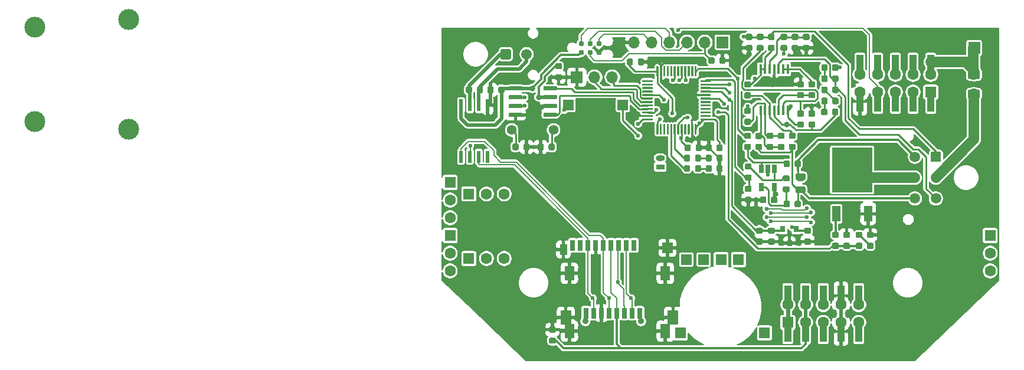
<source format=gbr>
G04 #@! TF.GenerationSoftware,KiCad,Pcbnew,5.1.5+dfsg1-2build2*
G04 #@! TF.CreationDate,2021-11-24T23:00:56+01:00*
G04 #@! TF.ProjectId,mre_addon_v2,6d72655f-6164-4646-9f6e-5f76322e6b69,V2.0*
G04 #@! TF.SameCoordinates,Original*
G04 #@! TF.FileFunction,Copper,L1,Top*
G04 #@! TF.FilePolarity,Positive*
%FSLAX46Y46*%
G04 Gerber Fmt 4.6, Leading zero omitted, Abs format (unit mm)*
G04 Created by KiCad (PCBNEW 5.1.5+dfsg1-2build2) date 2021-11-24 23:00:56*
%MOMM*%
%LPD*%
G04 APERTURE LIST*
%ADD10C,0.100000*%
%ADD11R,1.700000X1.700000*%
%ADD12C,1.500000*%
%ADD13R,0.550000X1.750000*%
%ADD14C,2.999740*%
%ADD15R,1.600000X1.600000*%
%ADD16C,1.600000*%
%ADD17R,1.300000X0.800000*%
%ADD18O,1.300000X0.800000*%
%ADD19R,1.524000X1.524000*%
%ADD20C,1.400000*%
%ADD21C,0.889000*%
%ADD22R,1.524000X2.032000*%
%ADD23R,1.016000X1.524000*%
%ADD24R,0.762000X1.524000*%
%ADD25R,0.800000X1.500000*%
%ADD26R,1.450000X2.000000*%
%ADD27O,1.700000X1.700000*%
%ADD28R,1.000000X3.150000*%
%ADD29R,0.800000X0.900000*%
%ADD30R,0.650000X1.220000*%
%ADD31R,0.450000X1.450000*%
%ADD32R,1.500000X1.500000*%
%ADD33R,5.800000X6.400000*%
%ADD34R,1.200000X2.200000*%
%ADD35C,0.787400*%
%ADD36C,0.600000*%
%ADD37C,0.800000*%
%ADD38C,0.500000*%
%ADD39C,0.300000*%
%ADD40C,0.250000*%
%ADD41C,0.200000*%
%ADD42C,0.600000*%
%ADD43C,1.500000*%
G04 APERTURE END LIST*
G04 #@! TA.AperFunction,SMDPad,CuDef*
D10*
G36*
X92377691Y-131176053D02*
G01*
X92398926Y-131179203D01*
X92419750Y-131184419D01*
X92439962Y-131191651D01*
X92459368Y-131200830D01*
X92477781Y-131211866D01*
X92495024Y-131224654D01*
X92510930Y-131239070D01*
X92525346Y-131254976D01*
X92538134Y-131272219D01*
X92549170Y-131290632D01*
X92558349Y-131310038D01*
X92565581Y-131330250D01*
X92570797Y-131351074D01*
X92573947Y-131372309D01*
X92575000Y-131393750D01*
X92575000Y-131831250D01*
X92573947Y-131852691D01*
X92570797Y-131873926D01*
X92565581Y-131894750D01*
X92558349Y-131914962D01*
X92549170Y-131934368D01*
X92538134Y-131952781D01*
X92525346Y-131970024D01*
X92510930Y-131985930D01*
X92495024Y-132000346D01*
X92477781Y-132013134D01*
X92459368Y-132024170D01*
X92439962Y-132033349D01*
X92419750Y-132040581D01*
X92398926Y-132045797D01*
X92377691Y-132048947D01*
X92356250Y-132050000D01*
X91843750Y-132050000D01*
X91822309Y-132048947D01*
X91801074Y-132045797D01*
X91780250Y-132040581D01*
X91760038Y-132033349D01*
X91740632Y-132024170D01*
X91722219Y-132013134D01*
X91704976Y-132000346D01*
X91689070Y-131985930D01*
X91674654Y-131970024D01*
X91661866Y-131952781D01*
X91650830Y-131934368D01*
X91641651Y-131914962D01*
X91634419Y-131894750D01*
X91629203Y-131873926D01*
X91626053Y-131852691D01*
X91625000Y-131831250D01*
X91625000Y-131393750D01*
X91626053Y-131372309D01*
X91629203Y-131351074D01*
X91634419Y-131330250D01*
X91641651Y-131310038D01*
X91650830Y-131290632D01*
X91661866Y-131272219D01*
X91674654Y-131254976D01*
X91689070Y-131239070D01*
X91704976Y-131224654D01*
X91722219Y-131211866D01*
X91740632Y-131200830D01*
X91760038Y-131191651D01*
X91780250Y-131184419D01*
X91801074Y-131179203D01*
X91822309Y-131176053D01*
X91843750Y-131175000D01*
X92356250Y-131175000D01*
X92377691Y-131176053D01*
G37*
G04 #@! TD.AperFunction*
G04 #@! TA.AperFunction,SMDPad,CuDef*
G36*
X92377691Y-132751053D02*
G01*
X92398926Y-132754203D01*
X92419750Y-132759419D01*
X92439962Y-132766651D01*
X92459368Y-132775830D01*
X92477781Y-132786866D01*
X92495024Y-132799654D01*
X92510930Y-132814070D01*
X92525346Y-132829976D01*
X92538134Y-132847219D01*
X92549170Y-132865632D01*
X92558349Y-132885038D01*
X92565581Y-132905250D01*
X92570797Y-132926074D01*
X92573947Y-132947309D01*
X92575000Y-132968750D01*
X92575000Y-133406250D01*
X92573947Y-133427691D01*
X92570797Y-133448926D01*
X92565581Y-133469750D01*
X92558349Y-133489962D01*
X92549170Y-133509368D01*
X92538134Y-133527781D01*
X92525346Y-133545024D01*
X92510930Y-133560930D01*
X92495024Y-133575346D01*
X92477781Y-133588134D01*
X92459368Y-133599170D01*
X92439962Y-133608349D01*
X92419750Y-133615581D01*
X92398926Y-133620797D01*
X92377691Y-133623947D01*
X92356250Y-133625000D01*
X91843750Y-133625000D01*
X91822309Y-133623947D01*
X91801074Y-133620797D01*
X91780250Y-133615581D01*
X91760038Y-133608349D01*
X91740632Y-133599170D01*
X91722219Y-133588134D01*
X91704976Y-133575346D01*
X91689070Y-133560930D01*
X91674654Y-133545024D01*
X91661866Y-133527781D01*
X91650830Y-133509368D01*
X91641651Y-133489962D01*
X91634419Y-133469750D01*
X91629203Y-133448926D01*
X91626053Y-133427691D01*
X91625000Y-133406250D01*
X91625000Y-132968750D01*
X91626053Y-132947309D01*
X91629203Y-132926074D01*
X91634419Y-132905250D01*
X91641651Y-132885038D01*
X91650830Y-132865632D01*
X91661866Y-132847219D01*
X91674654Y-132829976D01*
X91689070Y-132814070D01*
X91704976Y-132799654D01*
X91722219Y-132786866D01*
X91740632Y-132775830D01*
X91760038Y-132766651D01*
X91780250Y-132759419D01*
X91801074Y-132754203D01*
X91822309Y-132751053D01*
X91843750Y-132750000D01*
X92356250Y-132750000D01*
X92377691Y-132751053D01*
G37*
G04 #@! TD.AperFunction*
G04 #@! TA.AperFunction,SMDPad,CuDef*
G36*
X111832351Y-139925361D02*
G01*
X111839632Y-139926441D01*
X111846771Y-139928229D01*
X111853701Y-139930709D01*
X111860355Y-139933856D01*
X111866668Y-139937640D01*
X111872579Y-139942024D01*
X111878033Y-139946967D01*
X111882976Y-139952421D01*
X111887360Y-139958332D01*
X111891144Y-139964645D01*
X111894291Y-139971299D01*
X111896771Y-139978229D01*
X111898559Y-139985368D01*
X111899639Y-139992649D01*
X111900000Y-140000000D01*
X111900000Y-141325000D01*
X111899639Y-141332351D01*
X111898559Y-141339632D01*
X111896771Y-141346771D01*
X111894291Y-141353701D01*
X111891144Y-141360355D01*
X111887360Y-141366668D01*
X111882976Y-141372579D01*
X111878033Y-141378033D01*
X111872579Y-141382976D01*
X111866668Y-141387360D01*
X111860355Y-141391144D01*
X111853701Y-141394291D01*
X111846771Y-141396771D01*
X111839632Y-141398559D01*
X111832351Y-141399639D01*
X111825000Y-141400000D01*
X111675000Y-141400000D01*
X111667649Y-141399639D01*
X111660368Y-141398559D01*
X111653229Y-141396771D01*
X111646299Y-141394291D01*
X111639645Y-141391144D01*
X111633332Y-141387360D01*
X111627421Y-141382976D01*
X111621967Y-141378033D01*
X111617024Y-141372579D01*
X111612640Y-141366668D01*
X111608856Y-141360355D01*
X111605709Y-141353701D01*
X111603229Y-141346771D01*
X111601441Y-141339632D01*
X111600361Y-141332351D01*
X111600000Y-141325000D01*
X111600000Y-140000000D01*
X111600361Y-139992649D01*
X111601441Y-139985368D01*
X111603229Y-139978229D01*
X111605709Y-139971299D01*
X111608856Y-139964645D01*
X111612640Y-139958332D01*
X111617024Y-139952421D01*
X111621967Y-139946967D01*
X111627421Y-139942024D01*
X111633332Y-139937640D01*
X111639645Y-139933856D01*
X111646299Y-139930709D01*
X111653229Y-139928229D01*
X111660368Y-139926441D01*
X111667649Y-139925361D01*
X111675000Y-139925000D01*
X111825000Y-139925000D01*
X111832351Y-139925361D01*
G37*
G04 #@! TD.AperFunction*
G04 #@! TA.AperFunction,SMDPad,CuDef*
G36*
X111332351Y-139925361D02*
G01*
X111339632Y-139926441D01*
X111346771Y-139928229D01*
X111353701Y-139930709D01*
X111360355Y-139933856D01*
X111366668Y-139937640D01*
X111372579Y-139942024D01*
X111378033Y-139946967D01*
X111382976Y-139952421D01*
X111387360Y-139958332D01*
X111391144Y-139964645D01*
X111394291Y-139971299D01*
X111396771Y-139978229D01*
X111398559Y-139985368D01*
X111399639Y-139992649D01*
X111400000Y-140000000D01*
X111400000Y-141325000D01*
X111399639Y-141332351D01*
X111398559Y-141339632D01*
X111396771Y-141346771D01*
X111394291Y-141353701D01*
X111391144Y-141360355D01*
X111387360Y-141366668D01*
X111382976Y-141372579D01*
X111378033Y-141378033D01*
X111372579Y-141382976D01*
X111366668Y-141387360D01*
X111360355Y-141391144D01*
X111353701Y-141394291D01*
X111346771Y-141396771D01*
X111339632Y-141398559D01*
X111332351Y-141399639D01*
X111325000Y-141400000D01*
X111175000Y-141400000D01*
X111167649Y-141399639D01*
X111160368Y-141398559D01*
X111153229Y-141396771D01*
X111146299Y-141394291D01*
X111139645Y-141391144D01*
X111133332Y-141387360D01*
X111127421Y-141382976D01*
X111121967Y-141378033D01*
X111117024Y-141372579D01*
X111112640Y-141366668D01*
X111108856Y-141360355D01*
X111105709Y-141353701D01*
X111103229Y-141346771D01*
X111101441Y-141339632D01*
X111100361Y-141332351D01*
X111100000Y-141325000D01*
X111100000Y-140000000D01*
X111100361Y-139992649D01*
X111101441Y-139985368D01*
X111103229Y-139978229D01*
X111105709Y-139971299D01*
X111108856Y-139964645D01*
X111112640Y-139958332D01*
X111117024Y-139952421D01*
X111121967Y-139946967D01*
X111127421Y-139942024D01*
X111133332Y-139937640D01*
X111139645Y-139933856D01*
X111146299Y-139930709D01*
X111153229Y-139928229D01*
X111160368Y-139926441D01*
X111167649Y-139925361D01*
X111175000Y-139925000D01*
X111325000Y-139925000D01*
X111332351Y-139925361D01*
G37*
G04 #@! TD.AperFunction*
G04 #@! TA.AperFunction,SMDPad,CuDef*
G36*
X110832351Y-139925361D02*
G01*
X110839632Y-139926441D01*
X110846771Y-139928229D01*
X110853701Y-139930709D01*
X110860355Y-139933856D01*
X110866668Y-139937640D01*
X110872579Y-139942024D01*
X110878033Y-139946967D01*
X110882976Y-139952421D01*
X110887360Y-139958332D01*
X110891144Y-139964645D01*
X110894291Y-139971299D01*
X110896771Y-139978229D01*
X110898559Y-139985368D01*
X110899639Y-139992649D01*
X110900000Y-140000000D01*
X110900000Y-141325000D01*
X110899639Y-141332351D01*
X110898559Y-141339632D01*
X110896771Y-141346771D01*
X110894291Y-141353701D01*
X110891144Y-141360355D01*
X110887360Y-141366668D01*
X110882976Y-141372579D01*
X110878033Y-141378033D01*
X110872579Y-141382976D01*
X110866668Y-141387360D01*
X110860355Y-141391144D01*
X110853701Y-141394291D01*
X110846771Y-141396771D01*
X110839632Y-141398559D01*
X110832351Y-141399639D01*
X110825000Y-141400000D01*
X110675000Y-141400000D01*
X110667649Y-141399639D01*
X110660368Y-141398559D01*
X110653229Y-141396771D01*
X110646299Y-141394291D01*
X110639645Y-141391144D01*
X110633332Y-141387360D01*
X110627421Y-141382976D01*
X110621967Y-141378033D01*
X110617024Y-141372579D01*
X110612640Y-141366668D01*
X110608856Y-141360355D01*
X110605709Y-141353701D01*
X110603229Y-141346771D01*
X110601441Y-141339632D01*
X110600361Y-141332351D01*
X110600000Y-141325000D01*
X110600000Y-140000000D01*
X110600361Y-139992649D01*
X110601441Y-139985368D01*
X110603229Y-139978229D01*
X110605709Y-139971299D01*
X110608856Y-139964645D01*
X110612640Y-139958332D01*
X110617024Y-139952421D01*
X110621967Y-139946967D01*
X110627421Y-139942024D01*
X110633332Y-139937640D01*
X110639645Y-139933856D01*
X110646299Y-139930709D01*
X110653229Y-139928229D01*
X110660368Y-139926441D01*
X110667649Y-139925361D01*
X110675000Y-139925000D01*
X110825000Y-139925000D01*
X110832351Y-139925361D01*
G37*
G04 #@! TD.AperFunction*
G04 #@! TA.AperFunction,SMDPad,CuDef*
G36*
X110332351Y-139925361D02*
G01*
X110339632Y-139926441D01*
X110346771Y-139928229D01*
X110353701Y-139930709D01*
X110360355Y-139933856D01*
X110366668Y-139937640D01*
X110372579Y-139942024D01*
X110378033Y-139946967D01*
X110382976Y-139952421D01*
X110387360Y-139958332D01*
X110391144Y-139964645D01*
X110394291Y-139971299D01*
X110396771Y-139978229D01*
X110398559Y-139985368D01*
X110399639Y-139992649D01*
X110400000Y-140000000D01*
X110400000Y-141325000D01*
X110399639Y-141332351D01*
X110398559Y-141339632D01*
X110396771Y-141346771D01*
X110394291Y-141353701D01*
X110391144Y-141360355D01*
X110387360Y-141366668D01*
X110382976Y-141372579D01*
X110378033Y-141378033D01*
X110372579Y-141382976D01*
X110366668Y-141387360D01*
X110360355Y-141391144D01*
X110353701Y-141394291D01*
X110346771Y-141396771D01*
X110339632Y-141398559D01*
X110332351Y-141399639D01*
X110325000Y-141400000D01*
X110175000Y-141400000D01*
X110167649Y-141399639D01*
X110160368Y-141398559D01*
X110153229Y-141396771D01*
X110146299Y-141394291D01*
X110139645Y-141391144D01*
X110133332Y-141387360D01*
X110127421Y-141382976D01*
X110121967Y-141378033D01*
X110117024Y-141372579D01*
X110112640Y-141366668D01*
X110108856Y-141360355D01*
X110105709Y-141353701D01*
X110103229Y-141346771D01*
X110101441Y-141339632D01*
X110100361Y-141332351D01*
X110100000Y-141325000D01*
X110100000Y-140000000D01*
X110100361Y-139992649D01*
X110101441Y-139985368D01*
X110103229Y-139978229D01*
X110105709Y-139971299D01*
X110108856Y-139964645D01*
X110112640Y-139958332D01*
X110117024Y-139952421D01*
X110121967Y-139946967D01*
X110127421Y-139942024D01*
X110133332Y-139937640D01*
X110139645Y-139933856D01*
X110146299Y-139930709D01*
X110153229Y-139928229D01*
X110160368Y-139926441D01*
X110167649Y-139925361D01*
X110175000Y-139925000D01*
X110325000Y-139925000D01*
X110332351Y-139925361D01*
G37*
G04 #@! TD.AperFunction*
G04 #@! TA.AperFunction,SMDPad,CuDef*
G36*
X109832351Y-139925361D02*
G01*
X109839632Y-139926441D01*
X109846771Y-139928229D01*
X109853701Y-139930709D01*
X109860355Y-139933856D01*
X109866668Y-139937640D01*
X109872579Y-139942024D01*
X109878033Y-139946967D01*
X109882976Y-139952421D01*
X109887360Y-139958332D01*
X109891144Y-139964645D01*
X109894291Y-139971299D01*
X109896771Y-139978229D01*
X109898559Y-139985368D01*
X109899639Y-139992649D01*
X109900000Y-140000000D01*
X109900000Y-141325000D01*
X109899639Y-141332351D01*
X109898559Y-141339632D01*
X109896771Y-141346771D01*
X109894291Y-141353701D01*
X109891144Y-141360355D01*
X109887360Y-141366668D01*
X109882976Y-141372579D01*
X109878033Y-141378033D01*
X109872579Y-141382976D01*
X109866668Y-141387360D01*
X109860355Y-141391144D01*
X109853701Y-141394291D01*
X109846771Y-141396771D01*
X109839632Y-141398559D01*
X109832351Y-141399639D01*
X109825000Y-141400000D01*
X109675000Y-141400000D01*
X109667649Y-141399639D01*
X109660368Y-141398559D01*
X109653229Y-141396771D01*
X109646299Y-141394291D01*
X109639645Y-141391144D01*
X109633332Y-141387360D01*
X109627421Y-141382976D01*
X109621967Y-141378033D01*
X109617024Y-141372579D01*
X109612640Y-141366668D01*
X109608856Y-141360355D01*
X109605709Y-141353701D01*
X109603229Y-141346771D01*
X109601441Y-141339632D01*
X109600361Y-141332351D01*
X109600000Y-141325000D01*
X109600000Y-140000000D01*
X109600361Y-139992649D01*
X109601441Y-139985368D01*
X109603229Y-139978229D01*
X109605709Y-139971299D01*
X109608856Y-139964645D01*
X109612640Y-139958332D01*
X109617024Y-139952421D01*
X109621967Y-139946967D01*
X109627421Y-139942024D01*
X109633332Y-139937640D01*
X109639645Y-139933856D01*
X109646299Y-139930709D01*
X109653229Y-139928229D01*
X109660368Y-139926441D01*
X109667649Y-139925361D01*
X109675000Y-139925000D01*
X109825000Y-139925000D01*
X109832351Y-139925361D01*
G37*
G04 #@! TD.AperFunction*
G04 #@! TA.AperFunction,SMDPad,CuDef*
G36*
X109332351Y-139925361D02*
G01*
X109339632Y-139926441D01*
X109346771Y-139928229D01*
X109353701Y-139930709D01*
X109360355Y-139933856D01*
X109366668Y-139937640D01*
X109372579Y-139942024D01*
X109378033Y-139946967D01*
X109382976Y-139952421D01*
X109387360Y-139958332D01*
X109391144Y-139964645D01*
X109394291Y-139971299D01*
X109396771Y-139978229D01*
X109398559Y-139985368D01*
X109399639Y-139992649D01*
X109400000Y-140000000D01*
X109400000Y-141325000D01*
X109399639Y-141332351D01*
X109398559Y-141339632D01*
X109396771Y-141346771D01*
X109394291Y-141353701D01*
X109391144Y-141360355D01*
X109387360Y-141366668D01*
X109382976Y-141372579D01*
X109378033Y-141378033D01*
X109372579Y-141382976D01*
X109366668Y-141387360D01*
X109360355Y-141391144D01*
X109353701Y-141394291D01*
X109346771Y-141396771D01*
X109339632Y-141398559D01*
X109332351Y-141399639D01*
X109325000Y-141400000D01*
X109175000Y-141400000D01*
X109167649Y-141399639D01*
X109160368Y-141398559D01*
X109153229Y-141396771D01*
X109146299Y-141394291D01*
X109139645Y-141391144D01*
X109133332Y-141387360D01*
X109127421Y-141382976D01*
X109121967Y-141378033D01*
X109117024Y-141372579D01*
X109112640Y-141366668D01*
X109108856Y-141360355D01*
X109105709Y-141353701D01*
X109103229Y-141346771D01*
X109101441Y-141339632D01*
X109100361Y-141332351D01*
X109100000Y-141325000D01*
X109100000Y-140000000D01*
X109100361Y-139992649D01*
X109101441Y-139985368D01*
X109103229Y-139978229D01*
X109105709Y-139971299D01*
X109108856Y-139964645D01*
X109112640Y-139958332D01*
X109117024Y-139952421D01*
X109121967Y-139946967D01*
X109127421Y-139942024D01*
X109133332Y-139937640D01*
X109139645Y-139933856D01*
X109146299Y-139930709D01*
X109153229Y-139928229D01*
X109160368Y-139926441D01*
X109167649Y-139925361D01*
X109175000Y-139925000D01*
X109325000Y-139925000D01*
X109332351Y-139925361D01*
G37*
G04 #@! TD.AperFunction*
G04 #@! TA.AperFunction,SMDPad,CuDef*
G36*
X108832351Y-139925361D02*
G01*
X108839632Y-139926441D01*
X108846771Y-139928229D01*
X108853701Y-139930709D01*
X108860355Y-139933856D01*
X108866668Y-139937640D01*
X108872579Y-139942024D01*
X108878033Y-139946967D01*
X108882976Y-139952421D01*
X108887360Y-139958332D01*
X108891144Y-139964645D01*
X108894291Y-139971299D01*
X108896771Y-139978229D01*
X108898559Y-139985368D01*
X108899639Y-139992649D01*
X108900000Y-140000000D01*
X108900000Y-141325000D01*
X108899639Y-141332351D01*
X108898559Y-141339632D01*
X108896771Y-141346771D01*
X108894291Y-141353701D01*
X108891144Y-141360355D01*
X108887360Y-141366668D01*
X108882976Y-141372579D01*
X108878033Y-141378033D01*
X108872579Y-141382976D01*
X108866668Y-141387360D01*
X108860355Y-141391144D01*
X108853701Y-141394291D01*
X108846771Y-141396771D01*
X108839632Y-141398559D01*
X108832351Y-141399639D01*
X108825000Y-141400000D01*
X108675000Y-141400000D01*
X108667649Y-141399639D01*
X108660368Y-141398559D01*
X108653229Y-141396771D01*
X108646299Y-141394291D01*
X108639645Y-141391144D01*
X108633332Y-141387360D01*
X108627421Y-141382976D01*
X108621967Y-141378033D01*
X108617024Y-141372579D01*
X108612640Y-141366668D01*
X108608856Y-141360355D01*
X108605709Y-141353701D01*
X108603229Y-141346771D01*
X108601441Y-141339632D01*
X108600361Y-141332351D01*
X108600000Y-141325000D01*
X108600000Y-140000000D01*
X108600361Y-139992649D01*
X108601441Y-139985368D01*
X108603229Y-139978229D01*
X108605709Y-139971299D01*
X108608856Y-139964645D01*
X108612640Y-139958332D01*
X108617024Y-139952421D01*
X108621967Y-139946967D01*
X108627421Y-139942024D01*
X108633332Y-139937640D01*
X108639645Y-139933856D01*
X108646299Y-139930709D01*
X108653229Y-139928229D01*
X108660368Y-139926441D01*
X108667649Y-139925361D01*
X108675000Y-139925000D01*
X108825000Y-139925000D01*
X108832351Y-139925361D01*
G37*
G04 #@! TD.AperFunction*
G04 #@! TA.AperFunction,SMDPad,CuDef*
G36*
X108332351Y-139925361D02*
G01*
X108339632Y-139926441D01*
X108346771Y-139928229D01*
X108353701Y-139930709D01*
X108360355Y-139933856D01*
X108366668Y-139937640D01*
X108372579Y-139942024D01*
X108378033Y-139946967D01*
X108382976Y-139952421D01*
X108387360Y-139958332D01*
X108391144Y-139964645D01*
X108394291Y-139971299D01*
X108396771Y-139978229D01*
X108398559Y-139985368D01*
X108399639Y-139992649D01*
X108400000Y-140000000D01*
X108400000Y-141325000D01*
X108399639Y-141332351D01*
X108398559Y-141339632D01*
X108396771Y-141346771D01*
X108394291Y-141353701D01*
X108391144Y-141360355D01*
X108387360Y-141366668D01*
X108382976Y-141372579D01*
X108378033Y-141378033D01*
X108372579Y-141382976D01*
X108366668Y-141387360D01*
X108360355Y-141391144D01*
X108353701Y-141394291D01*
X108346771Y-141396771D01*
X108339632Y-141398559D01*
X108332351Y-141399639D01*
X108325000Y-141400000D01*
X108175000Y-141400000D01*
X108167649Y-141399639D01*
X108160368Y-141398559D01*
X108153229Y-141396771D01*
X108146299Y-141394291D01*
X108139645Y-141391144D01*
X108133332Y-141387360D01*
X108127421Y-141382976D01*
X108121967Y-141378033D01*
X108117024Y-141372579D01*
X108112640Y-141366668D01*
X108108856Y-141360355D01*
X108105709Y-141353701D01*
X108103229Y-141346771D01*
X108101441Y-141339632D01*
X108100361Y-141332351D01*
X108100000Y-141325000D01*
X108100000Y-140000000D01*
X108100361Y-139992649D01*
X108101441Y-139985368D01*
X108103229Y-139978229D01*
X108105709Y-139971299D01*
X108108856Y-139964645D01*
X108112640Y-139958332D01*
X108117024Y-139952421D01*
X108121967Y-139946967D01*
X108127421Y-139942024D01*
X108133332Y-139937640D01*
X108139645Y-139933856D01*
X108146299Y-139930709D01*
X108153229Y-139928229D01*
X108160368Y-139926441D01*
X108167649Y-139925361D01*
X108175000Y-139925000D01*
X108325000Y-139925000D01*
X108332351Y-139925361D01*
G37*
G04 #@! TD.AperFunction*
G04 #@! TA.AperFunction,SMDPad,CuDef*
G36*
X107832351Y-139925361D02*
G01*
X107839632Y-139926441D01*
X107846771Y-139928229D01*
X107853701Y-139930709D01*
X107860355Y-139933856D01*
X107866668Y-139937640D01*
X107872579Y-139942024D01*
X107878033Y-139946967D01*
X107882976Y-139952421D01*
X107887360Y-139958332D01*
X107891144Y-139964645D01*
X107894291Y-139971299D01*
X107896771Y-139978229D01*
X107898559Y-139985368D01*
X107899639Y-139992649D01*
X107900000Y-140000000D01*
X107900000Y-141325000D01*
X107899639Y-141332351D01*
X107898559Y-141339632D01*
X107896771Y-141346771D01*
X107894291Y-141353701D01*
X107891144Y-141360355D01*
X107887360Y-141366668D01*
X107882976Y-141372579D01*
X107878033Y-141378033D01*
X107872579Y-141382976D01*
X107866668Y-141387360D01*
X107860355Y-141391144D01*
X107853701Y-141394291D01*
X107846771Y-141396771D01*
X107839632Y-141398559D01*
X107832351Y-141399639D01*
X107825000Y-141400000D01*
X107675000Y-141400000D01*
X107667649Y-141399639D01*
X107660368Y-141398559D01*
X107653229Y-141396771D01*
X107646299Y-141394291D01*
X107639645Y-141391144D01*
X107633332Y-141387360D01*
X107627421Y-141382976D01*
X107621967Y-141378033D01*
X107617024Y-141372579D01*
X107612640Y-141366668D01*
X107608856Y-141360355D01*
X107605709Y-141353701D01*
X107603229Y-141346771D01*
X107601441Y-141339632D01*
X107600361Y-141332351D01*
X107600000Y-141325000D01*
X107600000Y-140000000D01*
X107600361Y-139992649D01*
X107601441Y-139985368D01*
X107603229Y-139978229D01*
X107605709Y-139971299D01*
X107608856Y-139964645D01*
X107612640Y-139958332D01*
X107617024Y-139952421D01*
X107621967Y-139946967D01*
X107627421Y-139942024D01*
X107633332Y-139937640D01*
X107639645Y-139933856D01*
X107646299Y-139930709D01*
X107653229Y-139928229D01*
X107660368Y-139926441D01*
X107667649Y-139925361D01*
X107675000Y-139925000D01*
X107825000Y-139925000D01*
X107832351Y-139925361D01*
G37*
G04 #@! TD.AperFunction*
G04 #@! TA.AperFunction,SMDPad,CuDef*
G36*
X107332351Y-139925361D02*
G01*
X107339632Y-139926441D01*
X107346771Y-139928229D01*
X107353701Y-139930709D01*
X107360355Y-139933856D01*
X107366668Y-139937640D01*
X107372579Y-139942024D01*
X107378033Y-139946967D01*
X107382976Y-139952421D01*
X107387360Y-139958332D01*
X107391144Y-139964645D01*
X107394291Y-139971299D01*
X107396771Y-139978229D01*
X107398559Y-139985368D01*
X107399639Y-139992649D01*
X107400000Y-140000000D01*
X107400000Y-141325000D01*
X107399639Y-141332351D01*
X107398559Y-141339632D01*
X107396771Y-141346771D01*
X107394291Y-141353701D01*
X107391144Y-141360355D01*
X107387360Y-141366668D01*
X107382976Y-141372579D01*
X107378033Y-141378033D01*
X107372579Y-141382976D01*
X107366668Y-141387360D01*
X107360355Y-141391144D01*
X107353701Y-141394291D01*
X107346771Y-141396771D01*
X107339632Y-141398559D01*
X107332351Y-141399639D01*
X107325000Y-141400000D01*
X107175000Y-141400000D01*
X107167649Y-141399639D01*
X107160368Y-141398559D01*
X107153229Y-141396771D01*
X107146299Y-141394291D01*
X107139645Y-141391144D01*
X107133332Y-141387360D01*
X107127421Y-141382976D01*
X107121967Y-141378033D01*
X107117024Y-141372579D01*
X107112640Y-141366668D01*
X107108856Y-141360355D01*
X107105709Y-141353701D01*
X107103229Y-141346771D01*
X107101441Y-141339632D01*
X107100361Y-141332351D01*
X107100000Y-141325000D01*
X107100000Y-140000000D01*
X107100361Y-139992649D01*
X107101441Y-139985368D01*
X107103229Y-139978229D01*
X107105709Y-139971299D01*
X107108856Y-139964645D01*
X107112640Y-139958332D01*
X107117024Y-139952421D01*
X107121967Y-139946967D01*
X107127421Y-139942024D01*
X107133332Y-139937640D01*
X107139645Y-139933856D01*
X107146299Y-139930709D01*
X107153229Y-139928229D01*
X107160368Y-139926441D01*
X107167649Y-139925361D01*
X107175000Y-139925000D01*
X107325000Y-139925000D01*
X107332351Y-139925361D01*
G37*
G04 #@! TD.AperFunction*
G04 #@! TA.AperFunction,SMDPad,CuDef*
G36*
X106832351Y-139925361D02*
G01*
X106839632Y-139926441D01*
X106846771Y-139928229D01*
X106853701Y-139930709D01*
X106860355Y-139933856D01*
X106866668Y-139937640D01*
X106872579Y-139942024D01*
X106878033Y-139946967D01*
X106882976Y-139952421D01*
X106887360Y-139958332D01*
X106891144Y-139964645D01*
X106894291Y-139971299D01*
X106896771Y-139978229D01*
X106898559Y-139985368D01*
X106899639Y-139992649D01*
X106900000Y-140000000D01*
X106900000Y-141325000D01*
X106899639Y-141332351D01*
X106898559Y-141339632D01*
X106896771Y-141346771D01*
X106894291Y-141353701D01*
X106891144Y-141360355D01*
X106887360Y-141366668D01*
X106882976Y-141372579D01*
X106878033Y-141378033D01*
X106872579Y-141382976D01*
X106866668Y-141387360D01*
X106860355Y-141391144D01*
X106853701Y-141394291D01*
X106846771Y-141396771D01*
X106839632Y-141398559D01*
X106832351Y-141399639D01*
X106825000Y-141400000D01*
X106675000Y-141400000D01*
X106667649Y-141399639D01*
X106660368Y-141398559D01*
X106653229Y-141396771D01*
X106646299Y-141394291D01*
X106639645Y-141391144D01*
X106633332Y-141387360D01*
X106627421Y-141382976D01*
X106621967Y-141378033D01*
X106617024Y-141372579D01*
X106612640Y-141366668D01*
X106608856Y-141360355D01*
X106605709Y-141353701D01*
X106603229Y-141346771D01*
X106601441Y-141339632D01*
X106600361Y-141332351D01*
X106600000Y-141325000D01*
X106600000Y-140000000D01*
X106600361Y-139992649D01*
X106601441Y-139985368D01*
X106603229Y-139978229D01*
X106605709Y-139971299D01*
X106608856Y-139964645D01*
X106612640Y-139958332D01*
X106617024Y-139952421D01*
X106621967Y-139946967D01*
X106627421Y-139942024D01*
X106633332Y-139937640D01*
X106639645Y-139933856D01*
X106646299Y-139930709D01*
X106653229Y-139928229D01*
X106660368Y-139926441D01*
X106667649Y-139925361D01*
X106675000Y-139925000D01*
X106825000Y-139925000D01*
X106832351Y-139925361D01*
G37*
G04 #@! TD.AperFunction*
G04 #@! TA.AperFunction,SMDPad,CuDef*
G36*
X106332351Y-139925361D02*
G01*
X106339632Y-139926441D01*
X106346771Y-139928229D01*
X106353701Y-139930709D01*
X106360355Y-139933856D01*
X106366668Y-139937640D01*
X106372579Y-139942024D01*
X106378033Y-139946967D01*
X106382976Y-139952421D01*
X106387360Y-139958332D01*
X106391144Y-139964645D01*
X106394291Y-139971299D01*
X106396771Y-139978229D01*
X106398559Y-139985368D01*
X106399639Y-139992649D01*
X106400000Y-140000000D01*
X106400000Y-141325000D01*
X106399639Y-141332351D01*
X106398559Y-141339632D01*
X106396771Y-141346771D01*
X106394291Y-141353701D01*
X106391144Y-141360355D01*
X106387360Y-141366668D01*
X106382976Y-141372579D01*
X106378033Y-141378033D01*
X106372579Y-141382976D01*
X106366668Y-141387360D01*
X106360355Y-141391144D01*
X106353701Y-141394291D01*
X106346771Y-141396771D01*
X106339632Y-141398559D01*
X106332351Y-141399639D01*
X106325000Y-141400000D01*
X106175000Y-141400000D01*
X106167649Y-141399639D01*
X106160368Y-141398559D01*
X106153229Y-141396771D01*
X106146299Y-141394291D01*
X106139645Y-141391144D01*
X106133332Y-141387360D01*
X106127421Y-141382976D01*
X106121967Y-141378033D01*
X106117024Y-141372579D01*
X106112640Y-141366668D01*
X106108856Y-141360355D01*
X106105709Y-141353701D01*
X106103229Y-141346771D01*
X106101441Y-141339632D01*
X106100361Y-141332351D01*
X106100000Y-141325000D01*
X106100000Y-140000000D01*
X106100361Y-139992649D01*
X106101441Y-139985368D01*
X106103229Y-139978229D01*
X106105709Y-139971299D01*
X106108856Y-139964645D01*
X106112640Y-139958332D01*
X106117024Y-139952421D01*
X106121967Y-139946967D01*
X106127421Y-139942024D01*
X106133332Y-139937640D01*
X106139645Y-139933856D01*
X106146299Y-139930709D01*
X106153229Y-139928229D01*
X106160368Y-139926441D01*
X106167649Y-139925361D01*
X106175000Y-139925000D01*
X106325000Y-139925000D01*
X106332351Y-139925361D01*
G37*
G04 #@! TD.AperFunction*
G04 #@! TA.AperFunction,SMDPad,CuDef*
G36*
X105507351Y-139100361D02*
G01*
X105514632Y-139101441D01*
X105521771Y-139103229D01*
X105528701Y-139105709D01*
X105535355Y-139108856D01*
X105541668Y-139112640D01*
X105547579Y-139117024D01*
X105553033Y-139121967D01*
X105557976Y-139127421D01*
X105562360Y-139133332D01*
X105566144Y-139139645D01*
X105569291Y-139146299D01*
X105571771Y-139153229D01*
X105573559Y-139160368D01*
X105574639Y-139167649D01*
X105575000Y-139175000D01*
X105575000Y-139325000D01*
X105574639Y-139332351D01*
X105573559Y-139339632D01*
X105571771Y-139346771D01*
X105569291Y-139353701D01*
X105566144Y-139360355D01*
X105562360Y-139366668D01*
X105557976Y-139372579D01*
X105553033Y-139378033D01*
X105547579Y-139382976D01*
X105541668Y-139387360D01*
X105535355Y-139391144D01*
X105528701Y-139394291D01*
X105521771Y-139396771D01*
X105514632Y-139398559D01*
X105507351Y-139399639D01*
X105500000Y-139400000D01*
X104175000Y-139400000D01*
X104167649Y-139399639D01*
X104160368Y-139398559D01*
X104153229Y-139396771D01*
X104146299Y-139394291D01*
X104139645Y-139391144D01*
X104133332Y-139387360D01*
X104127421Y-139382976D01*
X104121967Y-139378033D01*
X104117024Y-139372579D01*
X104112640Y-139366668D01*
X104108856Y-139360355D01*
X104105709Y-139353701D01*
X104103229Y-139346771D01*
X104101441Y-139339632D01*
X104100361Y-139332351D01*
X104100000Y-139325000D01*
X104100000Y-139175000D01*
X104100361Y-139167649D01*
X104101441Y-139160368D01*
X104103229Y-139153229D01*
X104105709Y-139146299D01*
X104108856Y-139139645D01*
X104112640Y-139133332D01*
X104117024Y-139127421D01*
X104121967Y-139121967D01*
X104127421Y-139117024D01*
X104133332Y-139112640D01*
X104139645Y-139108856D01*
X104146299Y-139105709D01*
X104153229Y-139103229D01*
X104160368Y-139101441D01*
X104167649Y-139100361D01*
X104175000Y-139100000D01*
X105500000Y-139100000D01*
X105507351Y-139100361D01*
G37*
G04 #@! TD.AperFunction*
G04 #@! TA.AperFunction,SMDPad,CuDef*
G36*
X105507351Y-138600361D02*
G01*
X105514632Y-138601441D01*
X105521771Y-138603229D01*
X105528701Y-138605709D01*
X105535355Y-138608856D01*
X105541668Y-138612640D01*
X105547579Y-138617024D01*
X105553033Y-138621967D01*
X105557976Y-138627421D01*
X105562360Y-138633332D01*
X105566144Y-138639645D01*
X105569291Y-138646299D01*
X105571771Y-138653229D01*
X105573559Y-138660368D01*
X105574639Y-138667649D01*
X105575000Y-138675000D01*
X105575000Y-138825000D01*
X105574639Y-138832351D01*
X105573559Y-138839632D01*
X105571771Y-138846771D01*
X105569291Y-138853701D01*
X105566144Y-138860355D01*
X105562360Y-138866668D01*
X105557976Y-138872579D01*
X105553033Y-138878033D01*
X105547579Y-138882976D01*
X105541668Y-138887360D01*
X105535355Y-138891144D01*
X105528701Y-138894291D01*
X105521771Y-138896771D01*
X105514632Y-138898559D01*
X105507351Y-138899639D01*
X105500000Y-138900000D01*
X104175000Y-138900000D01*
X104167649Y-138899639D01*
X104160368Y-138898559D01*
X104153229Y-138896771D01*
X104146299Y-138894291D01*
X104139645Y-138891144D01*
X104133332Y-138887360D01*
X104127421Y-138882976D01*
X104121967Y-138878033D01*
X104117024Y-138872579D01*
X104112640Y-138866668D01*
X104108856Y-138860355D01*
X104105709Y-138853701D01*
X104103229Y-138846771D01*
X104101441Y-138839632D01*
X104100361Y-138832351D01*
X104100000Y-138825000D01*
X104100000Y-138675000D01*
X104100361Y-138667649D01*
X104101441Y-138660368D01*
X104103229Y-138653229D01*
X104105709Y-138646299D01*
X104108856Y-138639645D01*
X104112640Y-138633332D01*
X104117024Y-138627421D01*
X104121967Y-138621967D01*
X104127421Y-138617024D01*
X104133332Y-138612640D01*
X104139645Y-138608856D01*
X104146299Y-138605709D01*
X104153229Y-138603229D01*
X104160368Y-138601441D01*
X104167649Y-138600361D01*
X104175000Y-138600000D01*
X105500000Y-138600000D01*
X105507351Y-138600361D01*
G37*
G04 #@! TD.AperFunction*
G04 #@! TA.AperFunction,SMDPad,CuDef*
G36*
X105507351Y-138100361D02*
G01*
X105514632Y-138101441D01*
X105521771Y-138103229D01*
X105528701Y-138105709D01*
X105535355Y-138108856D01*
X105541668Y-138112640D01*
X105547579Y-138117024D01*
X105553033Y-138121967D01*
X105557976Y-138127421D01*
X105562360Y-138133332D01*
X105566144Y-138139645D01*
X105569291Y-138146299D01*
X105571771Y-138153229D01*
X105573559Y-138160368D01*
X105574639Y-138167649D01*
X105575000Y-138175000D01*
X105575000Y-138325000D01*
X105574639Y-138332351D01*
X105573559Y-138339632D01*
X105571771Y-138346771D01*
X105569291Y-138353701D01*
X105566144Y-138360355D01*
X105562360Y-138366668D01*
X105557976Y-138372579D01*
X105553033Y-138378033D01*
X105547579Y-138382976D01*
X105541668Y-138387360D01*
X105535355Y-138391144D01*
X105528701Y-138394291D01*
X105521771Y-138396771D01*
X105514632Y-138398559D01*
X105507351Y-138399639D01*
X105500000Y-138400000D01*
X104175000Y-138400000D01*
X104167649Y-138399639D01*
X104160368Y-138398559D01*
X104153229Y-138396771D01*
X104146299Y-138394291D01*
X104139645Y-138391144D01*
X104133332Y-138387360D01*
X104127421Y-138382976D01*
X104121967Y-138378033D01*
X104117024Y-138372579D01*
X104112640Y-138366668D01*
X104108856Y-138360355D01*
X104105709Y-138353701D01*
X104103229Y-138346771D01*
X104101441Y-138339632D01*
X104100361Y-138332351D01*
X104100000Y-138325000D01*
X104100000Y-138175000D01*
X104100361Y-138167649D01*
X104101441Y-138160368D01*
X104103229Y-138153229D01*
X104105709Y-138146299D01*
X104108856Y-138139645D01*
X104112640Y-138133332D01*
X104117024Y-138127421D01*
X104121967Y-138121967D01*
X104127421Y-138117024D01*
X104133332Y-138112640D01*
X104139645Y-138108856D01*
X104146299Y-138105709D01*
X104153229Y-138103229D01*
X104160368Y-138101441D01*
X104167649Y-138100361D01*
X104175000Y-138100000D01*
X105500000Y-138100000D01*
X105507351Y-138100361D01*
G37*
G04 #@! TD.AperFunction*
G04 #@! TA.AperFunction,SMDPad,CuDef*
G36*
X105507351Y-137600361D02*
G01*
X105514632Y-137601441D01*
X105521771Y-137603229D01*
X105528701Y-137605709D01*
X105535355Y-137608856D01*
X105541668Y-137612640D01*
X105547579Y-137617024D01*
X105553033Y-137621967D01*
X105557976Y-137627421D01*
X105562360Y-137633332D01*
X105566144Y-137639645D01*
X105569291Y-137646299D01*
X105571771Y-137653229D01*
X105573559Y-137660368D01*
X105574639Y-137667649D01*
X105575000Y-137675000D01*
X105575000Y-137825000D01*
X105574639Y-137832351D01*
X105573559Y-137839632D01*
X105571771Y-137846771D01*
X105569291Y-137853701D01*
X105566144Y-137860355D01*
X105562360Y-137866668D01*
X105557976Y-137872579D01*
X105553033Y-137878033D01*
X105547579Y-137882976D01*
X105541668Y-137887360D01*
X105535355Y-137891144D01*
X105528701Y-137894291D01*
X105521771Y-137896771D01*
X105514632Y-137898559D01*
X105507351Y-137899639D01*
X105500000Y-137900000D01*
X104175000Y-137900000D01*
X104167649Y-137899639D01*
X104160368Y-137898559D01*
X104153229Y-137896771D01*
X104146299Y-137894291D01*
X104139645Y-137891144D01*
X104133332Y-137887360D01*
X104127421Y-137882976D01*
X104121967Y-137878033D01*
X104117024Y-137872579D01*
X104112640Y-137866668D01*
X104108856Y-137860355D01*
X104105709Y-137853701D01*
X104103229Y-137846771D01*
X104101441Y-137839632D01*
X104100361Y-137832351D01*
X104100000Y-137825000D01*
X104100000Y-137675000D01*
X104100361Y-137667649D01*
X104101441Y-137660368D01*
X104103229Y-137653229D01*
X104105709Y-137646299D01*
X104108856Y-137639645D01*
X104112640Y-137633332D01*
X104117024Y-137627421D01*
X104121967Y-137621967D01*
X104127421Y-137617024D01*
X104133332Y-137612640D01*
X104139645Y-137608856D01*
X104146299Y-137605709D01*
X104153229Y-137603229D01*
X104160368Y-137601441D01*
X104167649Y-137600361D01*
X104175000Y-137600000D01*
X105500000Y-137600000D01*
X105507351Y-137600361D01*
G37*
G04 #@! TD.AperFunction*
G04 #@! TA.AperFunction,SMDPad,CuDef*
G36*
X105507351Y-137100361D02*
G01*
X105514632Y-137101441D01*
X105521771Y-137103229D01*
X105528701Y-137105709D01*
X105535355Y-137108856D01*
X105541668Y-137112640D01*
X105547579Y-137117024D01*
X105553033Y-137121967D01*
X105557976Y-137127421D01*
X105562360Y-137133332D01*
X105566144Y-137139645D01*
X105569291Y-137146299D01*
X105571771Y-137153229D01*
X105573559Y-137160368D01*
X105574639Y-137167649D01*
X105575000Y-137175000D01*
X105575000Y-137325000D01*
X105574639Y-137332351D01*
X105573559Y-137339632D01*
X105571771Y-137346771D01*
X105569291Y-137353701D01*
X105566144Y-137360355D01*
X105562360Y-137366668D01*
X105557976Y-137372579D01*
X105553033Y-137378033D01*
X105547579Y-137382976D01*
X105541668Y-137387360D01*
X105535355Y-137391144D01*
X105528701Y-137394291D01*
X105521771Y-137396771D01*
X105514632Y-137398559D01*
X105507351Y-137399639D01*
X105500000Y-137400000D01*
X104175000Y-137400000D01*
X104167649Y-137399639D01*
X104160368Y-137398559D01*
X104153229Y-137396771D01*
X104146299Y-137394291D01*
X104139645Y-137391144D01*
X104133332Y-137387360D01*
X104127421Y-137382976D01*
X104121967Y-137378033D01*
X104117024Y-137372579D01*
X104112640Y-137366668D01*
X104108856Y-137360355D01*
X104105709Y-137353701D01*
X104103229Y-137346771D01*
X104101441Y-137339632D01*
X104100361Y-137332351D01*
X104100000Y-137325000D01*
X104100000Y-137175000D01*
X104100361Y-137167649D01*
X104101441Y-137160368D01*
X104103229Y-137153229D01*
X104105709Y-137146299D01*
X104108856Y-137139645D01*
X104112640Y-137133332D01*
X104117024Y-137127421D01*
X104121967Y-137121967D01*
X104127421Y-137117024D01*
X104133332Y-137112640D01*
X104139645Y-137108856D01*
X104146299Y-137105709D01*
X104153229Y-137103229D01*
X104160368Y-137101441D01*
X104167649Y-137100361D01*
X104175000Y-137100000D01*
X105500000Y-137100000D01*
X105507351Y-137100361D01*
G37*
G04 #@! TD.AperFunction*
G04 #@! TA.AperFunction,SMDPad,CuDef*
G36*
X105507351Y-136600361D02*
G01*
X105514632Y-136601441D01*
X105521771Y-136603229D01*
X105528701Y-136605709D01*
X105535355Y-136608856D01*
X105541668Y-136612640D01*
X105547579Y-136617024D01*
X105553033Y-136621967D01*
X105557976Y-136627421D01*
X105562360Y-136633332D01*
X105566144Y-136639645D01*
X105569291Y-136646299D01*
X105571771Y-136653229D01*
X105573559Y-136660368D01*
X105574639Y-136667649D01*
X105575000Y-136675000D01*
X105575000Y-136825000D01*
X105574639Y-136832351D01*
X105573559Y-136839632D01*
X105571771Y-136846771D01*
X105569291Y-136853701D01*
X105566144Y-136860355D01*
X105562360Y-136866668D01*
X105557976Y-136872579D01*
X105553033Y-136878033D01*
X105547579Y-136882976D01*
X105541668Y-136887360D01*
X105535355Y-136891144D01*
X105528701Y-136894291D01*
X105521771Y-136896771D01*
X105514632Y-136898559D01*
X105507351Y-136899639D01*
X105500000Y-136900000D01*
X104175000Y-136900000D01*
X104167649Y-136899639D01*
X104160368Y-136898559D01*
X104153229Y-136896771D01*
X104146299Y-136894291D01*
X104139645Y-136891144D01*
X104133332Y-136887360D01*
X104127421Y-136882976D01*
X104121967Y-136878033D01*
X104117024Y-136872579D01*
X104112640Y-136866668D01*
X104108856Y-136860355D01*
X104105709Y-136853701D01*
X104103229Y-136846771D01*
X104101441Y-136839632D01*
X104100361Y-136832351D01*
X104100000Y-136825000D01*
X104100000Y-136675000D01*
X104100361Y-136667649D01*
X104101441Y-136660368D01*
X104103229Y-136653229D01*
X104105709Y-136646299D01*
X104108856Y-136639645D01*
X104112640Y-136633332D01*
X104117024Y-136627421D01*
X104121967Y-136621967D01*
X104127421Y-136617024D01*
X104133332Y-136612640D01*
X104139645Y-136608856D01*
X104146299Y-136605709D01*
X104153229Y-136603229D01*
X104160368Y-136601441D01*
X104167649Y-136600361D01*
X104175000Y-136600000D01*
X105500000Y-136600000D01*
X105507351Y-136600361D01*
G37*
G04 #@! TD.AperFunction*
G04 #@! TA.AperFunction,SMDPad,CuDef*
G36*
X105507351Y-136100361D02*
G01*
X105514632Y-136101441D01*
X105521771Y-136103229D01*
X105528701Y-136105709D01*
X105535355Y-136108856D01*
X105541668Y-136112640D01*
X105547579Y-136117024D01*
X105553033Y-136121967D01*
X105557976Y-136127421D01*
X105562360Y-136133332D01*
X105566144Y-136139645D01*
X105569291Y-136146299D01*
X105571771Y-136153229D01*
X105573559Y-136160368D01*
X105574639Y-136167649D01*
X105575000Y-136175000D01*
X105575000Y-136325000D01*
X105574639Y-136332351D01*
X105573559Y-136339632D01*
X105571771Y-136346771D01*
X105569291Y-136353701D01*
X105566144Y-136360355D01*
X105562360Y-136366668D01*
X105557976Y-136372579D01*
X105553033Y-136378033D01*
X105547579Y-136382976D01*
X105541668Y-136387360D01*
X105535355Y-136391144D01*
X105528701Y-136394291D01*
X105521771Y-136396771D01*
X105514632Y-136398559D01*
X105507351Y-136399639D01*
X105500000Y-136400000D01*
X104175000Y-136400000D01*
X104167649Y-136399639D01*
X104160368Y-136398559D01*
X104153229Y-136396771D01*
X104146299Y-136394291D01*
X104139645Y-136391144D01*
X104133332Y-136387360D01*
X104127421Y-136382976D01*
X104121967Y-136378033D01*
X104117024Y-136372579D01*
X104112640Y-136366668D01*
X104108856Y-136360355D01*
X104105709Y-136353701D01*
X104103229Y-136346771D01*
X104101441Y-136339632D01*
X104100361Y-136332351D01*
X104100000Y-136325000D01*
X104100000Y-136175000D01*
X104100361Y-136167649D01*
X104101441Y-136160368D01*
X104103229Y-136153229D01*
X104105709Y-136146299D01*
X104108856Y-136139645D01*
X104112640Y-136133332D01*
X104117024Y-136127421D01*
X104121967Y-136121967D01*
X104127421Y-136117024D01*
X104133332Y-136112640D01*
X104139645Y-136108856D01*
X104146299Y-136105709D01*
X104153229Y-136103229D01*
X104160368Y-136101441D01*
X104167649Y-136100361D01*
X104175000Y-136100000D01*
X105500000Y-136100000D01*
X105507351Y-136100361D01*
G37*
G04 #@! TD.AperFunction*
G04 #@! TA.AperFunction,SMDPad,CuDef*
G36*
X105507351Y-135600361D02*
G01*
X105514632Y-135601441D01*
X105521771Y-135603229D01*
X105528701Y-135605709D01*
X105535355Y-135608856D01*
X105541668Y-135612640D01*
X105547579Y-135617024D01*
X105553033Y-135621967D01*
X105557976Y-135627421D01*
X105562360Y-135633332D01*
X105566144Y-135639645D01*
X105569291Y-135646299D01*
X105571771Y-135653229D01*
X105573559Y-135660368D01*
X105574639Y-135667649D01*
X105575000Y-135675000D01*
X105575000Y-135825000D01*
X105574639Y-135832351D01*
X105573559Y-135839632D01*
X105571771Y-135846771D01*
X105569291Y-135853701D01*
X105566144Y-135860355D01*
X105562360Y-135866668D01*
X105557976Y-135872579D01*
X105553033Y-135878033D01*
X105547579Y-135882976D01*
X105541668Y-135887360D01*
X105535355Y-135891144D01*
X105528701Y-135894291D01*
X105521771Y-135896771D01*
X105514632Y-135898559D01*
X105507351Y-135899639D01*
X105500000Y-135900000D01*
X104175000Y-135900000D01*
X104167649Y-135899639D01*
X104160368Y-135898559D01*
X104153229Y-135896771D01*
X104146299Y-135894291D01*
X104139645Y-135891144D01*
X104133332Y-135887360D01*
X104127421Y-135882976D01*
X104121967Y-135878033D01*
X104117024Y-135872579D01*
X104112640Y-135866668D01*
X104108856Y-135860355D01*
X104105709Y-135853701D01*
X104103229Y-135846771D01*
X104101441Y-135839632D01*
X104100361Y-135832351D01*
X104100000Y-135825000D01*
X104100000Y-135675000D01*
X104100361Y-135667649D01*
X104101441Y-135660368D01*
X104103229Y-135653229D01*
X104105709Y-135646299D01*
X104108856Y-135639645D01*
X104112640Y-135633332D01*
X104117024Y-135627421D01*
X104121967Y-135621967D01*
X104127421Y-135617024D01*
X104133332Y-135612640D01*
X104139645Y-135608856D01*
X104146299Y-135605709D01*
X104153229Y-135603229D01*
X104160368Y-135601441D01*
X104167649Y-135600361D01*
X104175000Y-135600000D01*
X105500000Y-135600000D01*
X105507351Y-135600361D01*
G37*
G04 #@! TD.AperFunction*
G04 #@! TA.AperFunction,SMDPad,CuDef*
G36*
X105507351Y-135100361D02*
G01*
X105514632Y-135101441D01*
X105521771Y-135103229D01*
X105528701Y-135105709D01*
X105535355Y-135108856D01*
X105541668Y-135112640D01*
X105547579Y-135117024D01*
X105553033Y-135121967D01*
X105557976Y-135127421D01*
X105562360Y-135133332D01*
X105566144Y-135139645D01*
X105569291Y-135146299D01*
X105571771Y-135153229D01*
X105573559Y-135160368D01*
X105574639Y-135167649D01*
X105575000Y-135175000D01*
X105575000Y-135325000D01*
X105574639Y-135332351D01*
X105573559Y-135339632D01*
X105571771Y-135346771D01*
X105569291Y-135353701D01*
X105566144Y-135360355D01*
X105562360Y-135366668D01*
X105557976Y-135372579D01*
X105553033Y-135378033D01*
X105547579Y-135382976D01*
X105541668Y-135387360D01*
X105535355Y-135391144D01*
X105528701Y-135394291D01*
X105521771Y-135396771D01*
X105514632Y-135398559D01*
X105507351Y-135399639D01*
X105500000Y-135400000D01*
X104175000Y-135400000D01*
X104167649Y-135399639D01*
X104160368Y-135398559D01*
X104153229Y-135396771D01*
X104146299Y-135394291D01*
X104139645Y-135391144D01*
X104133332Y-135387360D01*
X104127421Y-135382976D01*
X104121967Y-135378033D01*
X104117024Y-135372579D01*
X104112640Y-135366668D01*
X104108856Y-135360355D01*
X104105709Y-135353701D01*
X104103229Y-135346771D01*
X104101441Y-135339632D01*
X104100361Y-135332351D01*
X104100000Y-135325000D01*
X104100000Y-135175000D01*
X104100361Y-135167649D01*
X104101441Y-135160368D01*
X104103229Y-135153229D01*
X104105709Y-135146299D01*
X104108856Y-135139645D01*
X104112640Y-135133332D01*
X104117024Y-135127421D01*
X104121967Y-135121967D01*
X104127421Y-135117024D01*
X104133332Y-135112640D01*
X104139645Y-135108856D01*
X104146299Y-135105709D01*
X104153229Y-135103229D01*
X104160368Y-135101441D01*
X104167649Y-135100361D01*
X104175000Y-135100000D01*
X105500000Y-135100000D01*
X105507351Y-135100361D01*
G37*
G04 #@! TD.AperFunction*
G04 #@! TA.AperFunction,SMDPad,CuDef*
G36*
X105507351Y-134600361D02*
G01*
X105514632Y-134601441D01*
X105521771Y-134603229D01*
X105528701Y-134605709D01*
X105535355Y-134608856D01*
X105541668Y-134612640D01*
X105547579Y-134617024D01*
X105553033Y-134621967D01*
X105557976Y-134627421D01*
X105562360Y-134633332D01*
X105566144Y-134639645D01*
X105569291Y-134646299D01*
X105571771Y-134653229D01*
X105573559Y-134660368D01*
X105574639Y-134667649D01*
X105575000Y-134675000D01*
X105575000Y-134825000D01*
X105574639Y-134832351D01*
X105573559Y-134839632D01*
X105571771Y-134846771D01*
X105569291Y-134853701D01*
X105566144Y-134860355D01*
X105562360Y-134866668D01*
X105557976Y-134872579D01*
X105553033Y-134878033D01*
X105547579Y-134882976D01*
X105541668Y-134887360D01*
X105535355Y-134891144D01*
X105528701Y-134894291D01*
X105521771Y-134896771D01*
X105514632Y-134898559D01*
X105507351Y-134899639D01*
X105500000Y-134900000D01*
X104175000Y-134900000D01*
X104167649Y-134899639D01*
X104160368Y-134898559D01*
X104153229Y-134896771D01*
X104146299Y-134894291D01*
X104139645Y-134891144D01*
X104133332Y-134887360D01*
X104127421Y-134882976D01*
X104121967Y-134878033D01*
X104117024Y-134872579D01*
X104112640Y-134866668D01*
X104108856Y-134860355D01*
X104105709Y-134853701D01*
X104103229Y-134846771D01*
X104101441Y-134839632D01*
X104100361Y-134832351D01*
X104100000Y-134825000D01*
X104100000Y-134675000D01*
X104100361Y-134667649D01*
X104101441Y-134660368D01*
X104103229Y-134653229D01*
X104105709Y-134646299D01*
X104108856Y-134639645D01*
X104112640Y-134633332D01*
X104117024Y-134627421D01*
X104121967Y-134621967D01*
X104127421Y-134617024D01*
X104133332Y-134612640D01*
X104139645Y-134608856D01*
X104146299Y-134605709D01*
X104153229Y-134603229D01*
X104160368Y-134601441D01*
X104167649Y-134600361D01*
X104175000Y-134600000D01*
X105500000Y-134600000D01*
X105507351Y-134600361D01*
G37*
G04 #@! TD.AperFunction*
G04 #@! TA.AperFunction,SMDPad,CuDef*
G36*
X105507351Y-134100361D02*
G01*
X105514632Y-134101441D01*
X105521771Y-134103229D01*
X105528701Y-134105709D01*
X105535355Y-134108856D01*
X105541668Y-134112640D01*
X105547579Y-134117024D01*
X105553033Y-134121967D01*
X105557976Y-134127421D01*
X105562360Y-134133332D01*
X105566144Y-134139645D01*
X105569291Y-134146299D01*
X105571771Y-134153229D01*
X105573559Y-134160368D01*
X105574639Y-134167649D01*
X105575000Y-134175000D01*
X105575000Y-134325000D01*
X105574639Y-134332351D01*
X105573559Y-134339632D01*
X105571771Y-134346771D01*
X105569291Y-134353701D01*
X105566144Y-134360355D01*
X105562360Y-134366668D01*
X105557976Y-134372579D01*
X105553033Y-134378033D01*
X105547579Y-134382976D01*
X105541668Y-134387360D01*
X105535355Y-134391144D01*
X105528701Y-134394291D01*
X105521771Y-134396771D01*
X105514632Y-134398559D01*
X105507351Y-134399639D01*
X105500000Y-134400000D01*
X104175000Y-134400000D01*
X104167649Y-134399639D01*
X104160368Y-134398559D01*
X104153229Y-134396771D01*
X104146299Y-134394291D01*
X104139645Y-134391144D01*
X104133332Y-134387360D01*
X104127421Y-134382976D01*
X104121967Y-134378033D01*
X104117024Y-134372579D01*
X104112640Y-134366668D01*
X104108856Y-134360355D01*
X104105709Y-134353701D01*
X104103229Y-134346771D01*
X104101441Y-134339632D01*
X104100361Y-134332351D01*
X104100000Y-134325000D01*
X104100000Y-134175000D01*
X104100361Y-134167649D01*
X104101441Y-134160368D01*
X104103229Y-134153229D01*
X104105709Y-134146299D01*
X104108856Y-134139645D01*
X104112640Y-134133332D01*
X104117024Y-134127421D01*
X104121967Y-134121967D01*
X104127421Y-134117024D01*
X104133332Y-134112640D01*
X104139645Y-134108856D01*
X104146299Y-134105709D01*
X104153229Y-134103229D01*
X104160368Y-134101441D01*
X104167649Y-134100361D01*
X104175000Y-134100000D01*
X105500000Y-134100000D01*
X105507351Y-134100361D01*
G37*
G04 #@! TD.AperFunction*
G04 #@! TA.AperFunction,SMDPad,CuDef*
G36*
X105507351Y-133600361D02*
G01*
X105514632Y-133601441D01*
X105521771Y-133603229D01*
X105528701Y-133605709D01*
X105535355Y-133608856D01*
X105541668Y-133612640D01*
X105547579Y-133617024D01*
X105553033Y-133621967D01*
X105557976Y-133627421D01*
X105562360Y-133633332D01*
X105566144Y-133639645D01*
X105569291Y-133646299D01*
X105571771Y-133653229D01*
X105573559Y-133660368D01*
X105574639Y-133667649D01*
X105575000Y-133675000D01*
X105575000Y-133825000D01*
X105574639Y-133832351D01*
X105573559Y-133839632D01*
X105571771Y-133846771D01*
X105569291Y-133853701D01*
X105566144Y-133860355D01*
X105562360Y-133866668D01*
X105557976Y-133872579D01*
X105553033Y-133878033D01*
X105547579Y-133882976D01*
X105541668Y-133887360D01*
X105535355Y-133891144D01*
X105528701Y-133894291D01*
X105521771Y-133896771D01*
X105514632Y-133898559D01*
X105507351Y-133899639D01*
X105500000Y-133900000D01*
X104175000Y-133900000D01*
X104167649Y-133899639D01*
X104160368Y-133898559D01*
X104153229Y-133896771D01*
X104146299Y-133894291D01*
X104139645Y-133891144D01*
X104133332Y-133887360D01*
X104127421Y-133882976D01*
X104121967Y-133878033D01*
X104117024Y-133872579D01*
X104112640Y-133866668D01*
X104108856Y-133860355D01*
X104105709Y-133853701D01*
X104103229Y-133846771D01*
X104101441Y-133839632D01*
X104100361Y-133832351D01*
X104100000Y-133825000D01*
X104100000Y-133675000D01*
X104100361Y-133667649D01*
X104101441Y-133660368D01*
X104103229Y-133653229D01*
X104105709Y-133646299D01*
X104108856Y-133639645D01*
X104112640Y-133633332D01*
X104117024Y-133627421D01*
X104121967Y-133621967D01*
X104127421Y-133617024D01*
X104133332Y-133612640D01*
X104139645Y-133608856D01*
X104146299Y-133605709D01*
X104153229Y-133603229D01*
X104160368Y-133601441D01*
X104167649Y-133600361D01*
X104175000Y-133600000D01*
X105500000Y-133600000D01*
X105507351Y-133600361D01*
G37*
G04 #@! TD.AperFunction*
G04 #@! TA.AperFunction,SMDPad,CuDef*
G36*
X106332351Y-131600361D02*
G01*
X106339632Y-131601441D01*
X106346771Y-131603229D01*
X106353701Y-131605709D01*
X106360355Y-131608856D01*
X106366668Y-131612640D01*
X106372579Y-131617024D01*
X106378033Y-131621967D01*
X106382976Y-131627421D01*
X106387360Y-131633332D01*
X106391144Y-131639645D01*
X106394291Y-131646299D01*
X106396771Y-131653229D01*
X106398559Y-131660368D01*
X106399639Y-131667649D01*
X106400000Y-131675000D01*
X106400000Y-133000000D01*
X106399639Y-133007351D01*
X106398559Y-133014632D01*
X106396771Y-133021771D01*
X106394291Y-133028701D01*
X106391144Y-133035355D01*
X106387360Y-133041668D01*
X106382976Y-133047579D01*
X106378033Y-133053033D01*
X106372579Y-133057976D01*
X106366668Y-133062360D01*
X106360355Y-133066144D01*
X106353701Y-133069291D01*
X106346771Y-133071771D01*
X106339632Y-133073559D01*
X106332351Y-133074639D01*
X106325000Y-133075000D01*
X106175000Y-133075000D01*
X106167649Y-133074639D01*
X106160368Y-133073559D01*
X106153229Y-133071771D01*
X106146299Y-133069291D01*
X106139645Y-133066144D01*
X106133332Y-133062360D01*
X106127421Y-133057976D01*
X106121967Y-133053033D01*
X106117024Y-133047579D01*
X106112640Y-133041668D01*
X106108856Y-133035355D01*
X106105709Y-133028701D01*
X106103229Y-133021771D01*
X106101441Y-133014632D01*
X106100361Y-133007351D01*
X106100000Y-133000000D01*
X106100000Y-131675000D01*
X106100361Y-131667649D01*
X106101441Y-131660368D01*
X106103229Y-131653229D01*
X106105709Y-131646299D01*
X106108856Y-131639645D01*
X106112640Y-131633332D01*
X106117024Y-131627421D01*
X106121967Y-131621967D01*
X106127421Y-131617024D01*
X106133332Y-131612640D01*
X106139645Y-131608856D01*
X106146299Y-131605709D01*
X106153229Y-131603229D01*
X106160368Y-131601441D01*
X106167649Y-131600361D01*
X106175000Y-131600000D01*
X106325000Y-131600000D01*
X106332351Y-131600361D01*
G37*
G04 #@! TD.AperFunction*
G04 #@! TA.AperFunction,SMDPad,CuDef*
G36*
X106832351Y-131600361D02*
G01*
X106839632Y-131601441D01*
X106846771Y-131603229D01*
X106853701Y-131605709D01*
X106860355Y-131608856D01*
X106866668Y-131612640D01*
X106872579Y-131617024D01*
X106878033Y-131621967D01*
X106882976Y-131627421D01*
X106887360Y-131633332D01*
X106891144Y-131639645D01*
X106894291Y-131646299D01*
X106896771Y-131653229D01*
X106898559Y-131660368D01*
X106899639Y-131667649D01*
X106900000Y-131675000D01*
X106900000Y-133000000D01*
X106899639Y-133007351D01*
X106898559Y-133014632D01*
X106896771Y-133021771D01*
X106894291Y-133028701D01*
X106891144Y-133035355D01*
X106887360Y-133041668D01*
X106882976Y-133047579D01*
X106878033Y-133053033D01*
X106872579Y-133057976D01*
X106866668Y-133062360D01*
X106860355Y-133066144D01*
X106853701Y-133069291D01*
X106846771Y-133071771D01*
X106839632Y-133073559D01*
X106832351Y-133074639D01*
X106825000Y-133075000D01*
X106675000Y-133075000D01*
X106667649Y-133074639D01*
X106660368Y-133073559D01*
X106653229Y-133071771D01*
X106646299Y-133069291D01*
X106639645Y-133066144D01*
X106633332Y-133062360D01*
X106627421Y-133057976D01*
X106621967Y-133053033D01*
X106617024Y-133047579D01*
X106612640Y-133041668D01*
X106608856Y-133035355D01*
X106605709Y-133028701D01*
X106603229Y-133021771D01*
X106601441Y-133014632D01*
X106600361Y-133007351D01*
X106600000Y-133000000D01*
X106600000Y-131675000D01*
X106600361Y-131667649D01*
X106601441Y-131660368D01*
X106603229Y-131653229D01*
X106605709Y-131646299D01*
X106608856Y-131639645D01*
X106612640Y-131633332D01*
X106617024Y-131627421D01*
X106621967Y-131621967D01*
X106627421Y-131617024D01*
X106633332Y-131612640D01*
X106639645Y-131608856D01*
X106646299Y-131605709D01*
X106653229Y-131603229D01*
X106660368Y-131601441D01*
X106667649Y-131600361D01*
X106675000Y-131600000D01*
X106825000Y-131600000D01*
X106832351Y-131600361D01*
G37*
G04 #@! TD.AperFunction*
G04 #@! TA.AperFunction,SMDPad,CuDef*
G36*
X107332351Y-131600361D02*
G01*
X107339632Y-131601441D01*
X107346771Y-131603229D01*
X107353701Y-131605709D01*
X107360355Y-131608856D01*
X107366668Y-131612640D01*
X107372579Y-131617024D01*
X107378033Y-131621967D01*
X107382976Y-131627421D01*
X107387360Y-131633332D01*
X107391144Y-131639645D01*
X107394291Y-131646299D01*
X107396771Y-131653229D01*
X107398559Y-131660368D01*
X107399639Y-131667649D01*
X107400000Y-131675000D01*
X107400000Y-133000000D01*
X107399639Y-133007351D01*
X107398559Y-133014632D01*
X107396771Y-133021771D01*
X107394291Y-133028701D01*
X107391144Y-133035355D01*
X107387360Y-133041668D01*
X107382976Y-133047579D01*
X107378033Y-133053033D01*
X107372579Y-133057976D01*
X107366668Y-133062360D01*
X107360355Y-133066144D01*
X107353701Y-133069291D01*
X107346771Y-133071771D01*
X107339632Y-133073559D01*
X107332351Y-133074639D01*
X107325000Y-133075000D01*
X107175000Y-133075000D01*
X107167649Y-133074639D01*
X107160368Y-133073559D01*
X107153229Y-133071771D01*
X107146299Y-133069291D01*
X107139645Y-133066144D01*
X107133332Y-133062360D01*
X107127421Y-133057976D01*
X107121967Y-133053033D01*
X107117024Y-133047579D01*
X107112640Y-133041668D01*
X107108856Y-133035355D01*
X107105709Y-133028701D01*
X107103229Y-133021771D01*
X107101441Y-133014632D01*
X107100361Y-133007351D01*
X107100000Y-133000000D01*
X107100000Y-131675000D01*
X107100361Y-131667649D01*
X107101441Y-131660368D01*
X107103229Y-131653229D01*
X107105709Y-131646299D01*
X107108856Y-131639645D01*
X107112640Y-131633332D01*
X107117024Y-131627421D01*
X107121967Y-131621967D01*
X107127421Y-131617024D01*
X107133332Y-131612640D01*
X107139645Y-131608856D01*
X107146299Y-131605709D01*
X107153229Y-131603229D01*
X107160368Y-131601441D01*
X107167649Y-131600361D01*
X107175000Y-131600000D01*
X107325000Y-131600000D01*
X107332351Y-131600361D01*
G37*
G04 #@! TD.AperFunction*
G04 #@! TA.AperFunction,SMDPad,CuDef*
G36*
X107832351Y-131600361D02*
G01*
X107839632Y-131601441D01*
X107846771Y-131603229D01*
X107853701Y-131605709D01*
X107860355Y-131608856D01*
X107866668Y-131612640D01*
X107872579Y-131617024D01*
X107878033Y-131621967D01*
X107882976Y-131627421D01*
X107887360Y-131633332D01*
X107891144Y-131639645D01*
X107894291Y-131646299D01*
X107896771Y-131653229D01*
X107898559Y-131660368D01*
X107899639Y-131667649D01*
X107900000Y-131675000D01*
X107900000Y-133000000D01*
X107899639Y-133007351D01*
X107898559Y-133014632D01*
X107896771Y-133021771D01*
X107894291Y-133028701D01*
X107891144Y-133035355D01*
X107887360Y-133041668D01*
X107882976Y-133047579D01*
X107878033Y-133053033D01*
X107872579Y-133057976D01*
X107866668Y-133062360D01*
X107860355Y-133066144D01*
X107853701Y-133069291D01*
X107846771Y-133071771D01*
X107839632Y-133073559D01*
X107832351Y-133074639D01*
X107825000Y-133075000D01*
X107675000Y-133075000D01*
X107667649Y-133074639D01*
X107660368Y-133073559D01*
X107653229Y-133071771D01*
X107646299Y-133069291D01*
X107639645Y-133066144D01*
X107633332Y-133062360D01*
X107627421Y-133057976D01*
X107621967Y-133053033D01*
X107617024Y-133047579D01*
X107612640Y-133041668D01*
X107608856Y-133035355D01*
X107605709Y-133028701D01*
X107603229Y-133021771D01*
X107601441Y-133014632D01*
X107600361Y-133007351D01*
X107600000Y-133000000D01*
X107600000Y-131675000D01*
X107600361Y-131667649D01*
X107601441Y-131660368D01*
X107603229Y-131653229D01*
X107605709Y-131646299D01*
X107608856Y-131639645D01*
X107612640Y-131633332D01*
X107617024Y-131627421D01*
X107621967Y-131621967D01*
X107627421Y-131617024D01*
X107633332Y-131612640D01*
X107639645Y-131608856D01*
X107646299Y-131605709D01*
X107653229Y-131603229D01*
X107660368Y-131601441D01*
X107667649Y-131600361D01*
X107675000Y-131600000D01*
X107825000Y-131600000D01*
X107832351Y-131600361D01*
G37*
G04 #@! TD.AperFunction*
G04 #@! TA.AperFunction,SMDPad,CuDef*
G36*
X108332351Y-131600361D02*
G01*
X108339632Y-131601441D01*
X108346771Y-131603229D01*
X108353701Y-131605709D01*
X108360355Y-131608856D01*
X108366668Y-131612640D01*
X108372579Y-131617024D01*
X108378033Y-131621967D01*
X108382976Y-131627421D01*
X108387360Y-131633332D01*
X108391144Y-131639645D01*
X108394291Y-131646299D01*
X108396771Y-131653229D01*
X108398559Y-131660368D01*
X108399639Y-131667649D01*
X108400000Y-131675000D01*
X108400000Y-133000000D01*
X108399639Y-133007351D01*
X108398559Y-133014632D01*
X108396771Y-133021771D01*
X108394291Y-133028701D01*
X108391144Y-133035355D01*
X108387360Y-133041668D01*
X108382976Y-133047579D01*
X108378033Y-133053033D01*
X108372579Y-133057976D01*
X108366668Y-133062360D01*
X108360355Y-133066144D01*
X108353701Y-133069291D01*
X108346771Y-133071771D01*
X108339632Y-133073559D01*
X108332351Y-133074639D01*
X108325000Y-133075000D01*
X108175000Y-133075000D01*
X108167649Y-133074639D01*
X108160368Y-133073559D01*
X108153229Y-133071771D01*
X108146299Y-133069291D01*
X108139645Y-133066144D01*
X108133332Y-133062360D01*
X108127421Y-133057976D01*
X108121967Y-133053033D01*
X108117024Y-133047579D01*
X108112640Y-133041668D01*
X108108856Y-133035355D01*
X108105709Y-133028701D01*
X108103229Y-133021771D01*
X108101441Y-133014632D01*
X108100361Y-133007351D01*
X108100000Y-133000000D01*
X108100000Y-131675000D01*
X108100361Y-131667649D01*
X108101441Y-131660368D01*
X108103229Y-131653229D01*
X108105709Y-131646299D01*
X108108856Y-131639645D01*
X108112640Y-131633332D01*
X108117024Y-131627421D01*
X108121967Y-131621967D01*
X108127421Y-131617024D01*
X108133332Y-131612640D01*
X108139645Y-131608856D01*
X108146299Y-131605709D01*
X108153229Y-131603229D01*
X108160368Y-131601441D01*
X108167649Y-131600361D01*
X108175000Y-131600000D01*
X108325000Y-131600000D01*
X108332351Y-131600361D01*
G37*
G04 #@! TD.AperFunction*
G04 #@! TA.AperFunction,SMDPad,CuDef*
G36*
X108832351Y-131600361D02*
G01*
X108839632Y-131601441D01*
X108846771Y-131603229D01*
X108853701Y-131605709D01*
X108860355Y-131608856D01*
X108866668Y-131612640D01*
X108872579Y-131617024D01*
X108878033Y-131621967D01*
X108882976Y-131627421D01*
X108887360Y-131633332D01*
X108891144Y-131639645D01*
X108894291Y-131646299D01*
X108896771Y-131653229D01*
X108898559Y-131660368D01*
X108899639Y-131667649D01*
X108900000Y-131675000D01*
X108900000Y-133000000D01*
X108899639Y-133007351D01*
X108898559Y-133014632D01*
X108896771Y-133021771D01*
X108894291Y-133028701D01*
X108891144Y-133035355D01*
X108887360Y-133041668D01*
X108882976Y-133047579D01*
X108878033Y-133053033D01*
X108872579Y-133057976D01*
X108866668Y-133062360D01*
X108860355Y-133066144D01*
X108853701Y-133069291D01*
X108846771Y-133071771D01*
X108839632Y-133073559D01*
X108832351Y-133074639D01*
X108825000Y-133075000D01*
X108675000Y-133075000D01*
X108667649Y-133074639D01*
X108660368Y-133073559D01*
X108653229Y-133071771D01*
X108646299Y-133069291D01*
X108639645Y-133066144D01*
X108633332Y-133062360D01*
X108627421Y-133057976D01*
X108621967Y-133053033D01*
X108617024Y-133047579D01*
X108612640Y-133041668D01*
X108608856Y-133035355D01*
X108605709Y-133028701D01*
X108603229Y-133021771D01*
X108601441Y-133014632D01*
X108600361Y-133007351D01*
X108600000Y-133000000D01*
X108600000Y-131675000D01*
X108600361Y-131667649D01*
X108601441Y-131660368D01*
X108603229Y-131653229D01*
X108605709Y-131646299D01*
X108608856Y-131639645D01*
X108612640Y-131633332D01*
X108617024Y-131627421D01*
X108621967Y-131621967D01*
X108627421Y-131617024D01*
X108633332Y-131612640D01*
X108639645Y-131608856D01*
X108646299Y-131605709D01*
X108653229Y-131603229D01*
X108660368Y-131601441D01*
X108667649Y-131600361D01*
X108675000Y-131600000D01*
X108825000Y-131600000D01*
X108832351Y-131600361D01*
G37*
G04 #@! TD.AperFunction*
G04 #@! TA.AperFunction,SMDPad,CuDef*
G36*
X109332351Y-131600361D02*
G01*
X109339632Y-131601441D01*
X109346771Y-131603229D01*
X109353701Y-131605709D01*
X109360355Y-131608856D01*
X109366668Y-131612640D01*
X109372579Y-131617024D01*
X109378033Y-131621967D01*
X109382976Y-131627421D01*
X109387360Y-131633332D01*
X109391144Y-131639645D01*
X109394291Y-131646299D01*
X109396771Y-131653229D01*
X109398559Y-131660368D01*
X109399639Y-131667649D01*
X109400000Y-131675000D01*
X109400000Y-133000000D01*
X109399639Y-133007351D01*
X109398559Y-133014632D01*
X109396771Y-133021771D01*
X109394291Y-133028701D01*
X109391144Y-133035355D01*
X109387360Y-133041668D01*
X109382976Y-133047579D01*
X109378033Y-133053033D01*
X109372579Y-133057976D01*
X109366668Y-133062360D01*
X109360355Y-133066144D01*
X109353701Y-133069291D01*
X109346771Y-133071771D01*
X109339632Y-133073559D01*
X109332351Y-133074639D01*
X109325000Y-133075000D01*
X109175000Y-133075000D01*
X109167649Y-133074639D01*
X109160368Y-133073559D01*
X109153229Y-133071771D01*
X109146299Y-133069291D01*
X109139645Y-133066144D01*
X109133332Y-133062360D01*
X109127421Y-133057976D01*
X109121967Y-133053033D01*
X109117024Y-133047579D01*
X109112640Y-133041668D01*
X109108856Y-133035355D01*
X109105709Y-133028701D01*
X109103229Y-133021771D01*
X109101441Y-133014632D01*
X109100361Y-133007351D01*
X109100000Y-133000000D01*
X109100000Y-131675000D01*
X109100361Y-131667649D01*
X109101441Y-131660368D01*
X109103229Y-131653229D01*
X109105709Y-131646299D01*
X109108856Y-131639645D01*
X109112640Y-131633332D01*
X109117024Y-131627421D01*
X109121967Y-131621967D01*
X109127421Y-131617024D01*
X109133332Y-131612640D01*
X109139645Y-131608856D01*
X109146299Y-131605709D01*
X109153229Y-131603229D01*
X109160368Y-131601441D01*
X109167649Y-131600361D01*
X109175000Y-131600000D01*
X109325000Y-131600000D01*
X109332351Y-131600361D01*
G37*
G04 #@! TD.AperFunction*
G04 #@! TA.AperFunction,SMDPad,CuDef*
G36*
X109832351Y-131600361D02*
G01*
X109839632Y-131601441D01*
X109846771Y-131603229D01*
X109853701Y-131605709D01*
X109860355Y-131608856D01*
X109866668Y-131612640D01*
X109872579Y-131617024D01*
X109878033Y-131621967D01*
X109882976Y-131627421D01*
X109887360Y-131633332D01*
X109891144Y-131639645D01*
X109894291Y-131646299D01*
X109896771Y-131653229D01*
X109898559Y-131660368D01*
X109899639Y-131667649D01*
X109900000Y-131675000D01*
X109900000Y-133000000D01*
X109899639Y-133007351D01*
X109898559Y-133014632D01*
X109896771Y-133021771D01*
X109894291Y-133028701D01*
X109891144Y-133035355D01*
X109887360Y-133041668D01*
X109882976Y-133047579D01*
X109878033Y-133053033D01*
X109872579Y-133057976D01*
X109866668Y-133062360D01*
X109860355Y-133066144D01*
X109853701Y-133069291D01*
X109846771Y-133071771D01*
X109839632Y-133073559D01*
X109832351Y-133074639D01*
X109825000Y-133075000D01*
X109675000Y-133075000D01*
X109667649Y-133074639D01*
X109660368Y-133073559D01*
X109653229Y-133071771D01*
X109646299Y-133069291D01*
X109639645Y-133066144D01*
X109633332Y-133062360D01*
X109627421Y-133057976D01*
X109621967Y-133053033D01*
X109617024Y-133047579D01*
X109612640Y-133041668D01*
X109608856Y-133035355D01*
X109605709Y-133028701D01*
X109603229Y-133021771D01*
X109601441Y-133014632D01*
X109600361Y-133007351D01*
X109600000Y-133000000D01*
X109600000Y-131675000D01*
X109600361Y-131667649D01*
X109601441Y-131660368D01*
X109603229Y-131653229D01*
X109605709Y-131646299D01*
X109608856Y-131639645D01*
X109612640Y-131633332D01*
X109617024Y-131627421D01*
X109621967Y-131621967D01*
X109627421Y-131617024D01*
X109633332Y-131612640D01*
X109639645Y-131608856D01*
X109646299Y-131605709D01*
X109653229Y-131603229D01*
X109660368Y-131601441D01*
X109667649Y-131600361D01*
X109675000Y-131600000D01*
X109825000Y-131600000D01*
X109832351Y-131600361D01*
G37*
G04 #@! TD.AperFunction*
G04 #@! TA.AperFunction,SMDPad,CuDef*
G36*
X110332351Y-131600361D02*
G01*
X110339632Y-131601441D01*
X110346771Y-131603229D01*
X110353701Y-131605709D01*
X110360355Y-131608856D01*
X110366668Y-131612640D01*
X110372579Y-131617024D01*
X110378033Y-131621967D01*
X110382976Y-131627421D01*
X110387360Y-131633332D01*
X110391144Y-131639645D01*
X110394291Y-131646299D01*
X110396771Y-131653229D01*
X110398559Y-131660368D01*
X110399639Y-131667649D01*
X110400000Y-131675000D01*
X110400000Y-133000000D01*
X110399639Y-133007351D01*
X110398559Y-133014632D01*
X110396771Y-133021771D01*
X110394291Y-133028701D01*
X110391144Y-133035355D01*
X110387360Y-133041668D01*
X110382976Y-133047579D01*
X110378033Y-133053033D01*
X110372579Y-133057976D01*
X110366668Y-133062360D01*
X110360355Y-133066144D01*
X110353701Y-133069291D01*
X110346771Y-133071771D01*
X110339632Y-133073559D01*
X110332351Y-133074639D01*
X110325000Y-133075000D01*
X110175000Y-133075000D01*
X110167649Y-133074639D01*
X110160368Y-133073559D01*
X110153229Y-133071771D01*
X110146299Y-133069291D01*
X110139645Y-133066144D01*
X110133332Y-133062360D01*
X110127421Y-133057976D01*
X110121967Y-133053033D01*
X110117024Y-133047579D01*
X110112640Y-133041668D01*
X110108856Y-133035355D01*
X110105709Y-133028701D01*
X110103229Y-133021771D01*
X110101441Y-133014632D01*
X110100361Y-133007351D01*
X110100000Y-133000000D01*
X110100000Y-131675000D01*
X110100361Y-131667649D01*
X110101441Y-131660368D01*
X110103229Y-131653229D01*
X110105709Y-131646299D01*
X110108856Y-131639645D01*
X110112640Y-131633332D01*
X110117024Y-131627421D01*
X110121967Y-131621967D01*
X110127421Y-131617024D01*
X110133332Y-131612640D01*
X110139645Y-131608856D01*
X110146299Y-131605709D01*
X110153229Y-131603229D01*
X110160368Y-131601441D01*
X110167649Y-131600361D01*
X110175000Y-131600000D01*
X110325000Y-131600000D01*
X110332351Y-131600361D01*
G37*
G04 #@! TD.AperFunction*
G04 #@! TA.AperFunction,SMDPad,CuDef*
G36*
X110832351Y-131600361D02*
G01*
X110839632Y-131601441D01*
X110846771Y-131603229D01*
X110853701Y-131605709D01*
X110860355Y-131608856D01*
X110866668Y-131612640D01*
X110872579Y-131617024D01*
X110878033Y-131621967D01*
X110882976Y-131627421D01*
X110887360Y-131633332D01*
X110891144Y-131639645D01*
X110894291Y-131646299D01*
X110896771Y-131653229D01*
X110898559Y-131660368D01*
X110899639Y-131667649D01*
X110900000Y-131675000D01*
X110900000Y-133000000D01*
X110899639Y-133007351D01*
X110898559Y-133014632D01*
X110896771Y-133021771D01*
X110894291Y-133028701D01*
X110891144Y-133035355D01*
X110887360Y-133041668D01*
X110882976Y-133047579D01*
X110878033Y-133053033D01*
X110872579Y-133057976D01*
X110866668Y-133062360D01*
X110860355Y-133066144D01*
X110853701Y-133069291D01*
X110846771Y-133071771D01*
X110839632Y-133073559D01*
X110832351Y-133074639D01*
X110825000Y-133075000D01*
X110675000Y-133075000D01*
X110667649Y-133074639D01*
X110660368Y-133073559D01*
X110653229Y-133071771D01*
X110646299Y-133069291D01*
X110639645Y-133066144D01*
X110633332Y-133062360D01*
X110627421Y-133057976D01*
X110621967Y-133053033D01*
X110617024Y-133047579D01*
X110612640Y-133041668D01*
X110608856Y-133035355D01*
X110605709Y-133028701D01*
X110603229Y-133021771D01*
X110601441Y-133014632D01*
X110600361Y-133007351D01*
X110600000Y-133000000D01*
X110600000Y-131675000D01*
X110600361Y-131667649D01*
X110601441Y-131660368D01*
X110603229Y-131653229D01*
X110605709Y-131646299D01*
X110608856Y-131639645D01*
X110612640Y-131633332D01*
X110617024Y-131627421D01*
X110621967Y-131621967D01*
X110627421Y-131617024D01*
X110633332Y-131612640D01*
X110639645Y-131608856D01*
X110646299Y-131605709D01*
X110653229Y-131603229D01*
X110660368Y-131601441D01*
X110667649Y-131600361D01*
X110675000Y-131600000D01*
X110825000Y-131600000D01*
X110832351Y-131600361D01*
G37*
G04 #@! TD.AperFunction*
G04 #@! TA.AperFunction,SMDPad,CuDef*
G36*
X111332351Y-131600361D02*
G01*
X111339632Y-131601441D01*
X111346771Y-131603229D01*
X111353701Y-131605709D01*
X111360355Y-131608856D01*
X111366668Y-131612640D01*
X111372579Y-131617024D01*
X111378033Y-131621967D01*
X111382976Y-131627421D01*
X111387360Y-131633332D01*
X111391144Y-131639645D01*
X111394291Y-131646299D01*
X111396771Y-131653229D01*
X111398559Y-131660368D01*
X111399639Y-131667649D01*
X111400000Y-131675000D01*
X111400000Y-133000000D01*
X111399639Y-133007351D01*
X111398559Y-133014632D01*
X111396771Y-133021771D01*
X111394291Y-133028701D01*
X111391144Y-133035355D01*
X111387360Y-133041668D01*
X111382976Y-133047579D01*
X111378033Y-133053033D01*
X111372579Y-133057976D01*
X111366668Y-133062360D01*
X111360355Y-133066144D01*
X111353701Y-133069291D01*
X111346771Y-133071771D01*
X111339632Y-133073559D01*
X111332351Y-133074639D01*
X111325000Y-133075000D01*
X111175000Y-133075000D01*
X111167649Y-133074639D01*
X111160368Y-133073559D01*
X111153229Y-133071771D01*
X111146299Y-133069291D01*
X111139645Y-133066144D01*
X111133332Y-133062360D01*
X111127421Y-133057976D01*
X111121967Y-133053033D01*
X111117024Y-133047579D01*
X111112640Y-133041668D01*
X111108856Y-133035355D01*
X111105709Y-133028701D01*
X111103229Y-133021771D01*
X111101441Y-133014632D01*
X111100361Y-133007351D01*
X111100000Y-133000000D01*
X111100000Y-131675000D01*
X111100361Y-131667649D01*
X111101441Y-131660368D01*
X111103229Y-131653229D01*
X111105709Y-131646299D01*
X111108856Y-131639645D01*
X111112640Y-131633332D01*
X111117024Y-131627421D01*
X111121967Y-131621967D01*
X111127421Y-131617024D01*
X111133332Y-131612640D01*
X111139645Y-131608856D01*
X111146299Y-131605709D01*
X111153229Y-131603229D01*
X111160368Y-131601441D01*
X111167649Y-131600361D01*
X111175000Y-131600000D01*
X111325000Y-131600000D01*
X111332351Y-131600361D01*
G37*
G04 #@! TD.AperFunction*
G04 #@! TA.AperFunction,SMDPad,CuDef*
G36*
X111832351Y-131600361D02*
G01*
X111839632Y-131601441D01*
X111846771Y-131603229D01*
X111853701Y-131605709D01*
X111860355Y-131608856D01*
X111866668Y-131612640D01*
X111872579Y-131617024D01*
X111878033Y-131621967D01*
X111882976Y-131627421D01*
X111887360Y-131633332D01*
X111891144Y-131639645D01*
X111894291Y-131646299D01*
X111896771Y-131653229D01*
X111898559Y-131660368D01*
X111899639Y-131667649D01*
X111900000Y-131675000D01*
X111900000Y-133000000D01*
X111899639Y-133007351D01*
X111898559Y-133014632D01*
X111896771Y-133021771D01*
X111894291Y-133028701D01*
X111891144Y-133035355D01*
X111887360Y-133041668D01*
X111882976Y-133047579D01*
X111878033Y-133053033D01*
X111872579Y-133057976D01*
X111866668Y-133062360D01*
X111860355Y-133066144D01*
X111853701Y-133069291D01*
X111846771Y-133071771D01*
X111839632Y-133073559D01*
X111832351Y-133074639D01*
X111825000Y-133075000D01*
X111675000Y-133075000D01*
X111667649Y-133074639D01*
X111660368Y-133073559D01*
X111653229Y-133071771D01*
X111646299Y-133069291D01*
X111639645Y-133066144D01*
X111633332Y-133062360D01*
X111627421Y-133057976D01*
X111621967Y-133053033D01*
X111617024Y-133047579D01*
X111612640Y-133041668D01*
X111608856Y-133035355D01*
X111605709Y-133028701D01*
X111603229Y-133021771D01*
X111601441Y-133014632D01*
X111600361Y-133007351D01*
X111600000Y-133000000D01*
X111600000Y-131675000D01*
X111600361Y-131667649D01*
X111601441Y-131660368D01*
X111603229Y-131653229D01*
X111605709Y-131646299D01*
X111608856Y-131639645D01*
X111612640Y-131633332D01*
X111617024Y-131627421D01*
X111621967Y-131621967D01*
X111627421Y-131617024D01*
X111633332Y-131612640D01*
X111639645Y-131608856D01*
X111646299Y-131605709D01*
X111653229Y-131603229D01*
X111660368Y-131601441D01*
X111667649Y-131600361D01*
X111675000Y-131600000D01*
X111825000Y-131600000D01*
X111832351Y-131600361D01*
G37*
G04 #@! TD.AperFunction*
G04 #@! TA.AperFunction,SMDPad,CuDef*
G36*
X113832351Y-133600361D02*
G01*
X113839632Y-133601441D01*
X113846771Y-133603229D01*
X113853701Y-133605709D01*
X113860355Y-133608856D01*
X113866668Y-133612640D01*
X113872579Y-133617024D01*
X113878033Y-133621967D01*
X113882976Y-133627421D01*
X113887360Y-133633332D01*
X113891144Y-133639645D01*
X113894291Y-133646299D01*
X113896771Y-133653229D01*
X113898559Y-133660368D01*
X113899639Y-133667649D01*
X113900000Y-133675000D01*
X113900000Y-133825000D01*
X113899639Y-133832351D01*
X113898559Y-133839632D01*
X113896771Y-133846771D01*
X113894291Y-133853701D01*
X113891144Y-133860355D01*
X113887360Y-133866668D01*
X113882976Y-133872579D01*
X113878033Y-133878033D01*
X113872579Y-133882976D01*
X113866668Y-133887360D01*
X113860355Y-133891144D01*
X113853701Y-133894291D01*
X113846771Y-133896771D01*
X113839632Y-133898559D01*
X113832351Y-133899639D01*
X113825000Y-133900000D01*
X112500000Y-133900000D01*
X112492649Y-133899639D01*
X112485368Y-133898559D01*
X112478229Y-133896771D01*
X112471299Y-133894291D01*
X112464645Y-133891144D01*
X112458332Y-133887360D01*
X112452421Y-133882976D01*
X112446967Y-133878033D01*
X112442024Y-133872579D01*
X112437640Y-133866668D01*
X112433856Y-133860355D01*
X112430709Y-133853701D01*
X112428229Y-133846771D01*
X112426441Y-133839632D01*
X112425361Y-133832351D01*
X112425000Y-133825000D01*
X112425000Y-133675000D01*
X112425361Y-133667649D01*
X112426441Y-133660368D01*
X112428229Y-133653229D01*
X112430709Y-133646299D01*
X112433856Y-133639645D01*
X112437640Y-133633332D01*
X112442024Y-133627421D01*
X112446967Y-133621967D01*
X112452421Y-133617024D01*
X112458332Y-133612640D01*
X112464645Y-133608856D01*
X112471299Y-133605709D01*
X112478229Y-133603229D01*
X112485368Y-133601441D01*
X112492649Y-133600361D01*
X112500000Y-133600000D01*
X113825000Y-133600000D01*
X113832351Y-133600361D01*
G37*
G04 #@! TD.AperFunction*
G04 #@! TA.AperFunction,SMDPad,CuDef*
G36*
X113832351Y-134100361D02*
G01*
X113839632Y-134101441D01*
X113846771Y-134103229D01*
X113853701Y-134105709D01*
X113860355Y-134108856D01*
X113866668Y-134112640D01*
X113872579Y-134117024D01*
X113878033Y-134121967D01*
X113882976Y-134127421D01*
X113887360Y-134133332D01*
X113891144Y-134139645D01*
X113894291Y-134146299D01*
X113896771Y-134153229D01*
X113898559Y-134160368D01*
X113899639Y-134167649D01*
X113900000Y-134175000D01*
X113900000Y-134325000D01*
X113899639Y-134332351D01*
X113898559Y-134339632D01*
X113896771Y-134346771D01*
X113894291Y-134353701D01*
X113891144Y-134360355D01*
X113887360Y-134366668D01*
X113882976Y-134372579D01*
X113878033Y-134378033D01*
X113872579Y-134382976D01*
X113866668Y-134387360D01*
X113860355Y-134391144D01*
X113853701Y-134394291D01*
X113846771Y-134396771D01*
X113839632Y-134398559D01*
X113832351Y-134399639D01*
X113825000Y-134400000D01*
X112500000Y-134400000D01*
X112492649Y-134399639D01*
X112485368Y-134398559D01*
X112478229Y-134396771D01*
X112471299Y-134394291D01*
X112464645Y-134391144D01*
X112458332Y-134387360D01*
X112452421Y-134382976D01*
X112446967Y-134378033D01*
X112442024Y-134372579D01*
X112437640Y-134366668D01*
X112433856Y-134360355D01*
X112430709Y-134353701D01*
X112428229Y-134346771D01*
X112426441Y-134339632D01*
X112425361Y-134332351D01*
X112425000Y-134325000D01*
X112425000Y-134175000D01*
X112425361Y-134167649D01*
X112426441Y-134160368D01*
X112428229Y-134153229D01*
X112430709Y-134146299D01*
X112433856Y-134139645D01*
X112437640Y-134133332D01*
X112442024Y-134127421D01*
X112446967Y-134121967D01*
X112452421Y-134117024D01*
X112458332Y-134112640D01*
X112464645Y-134108856D01*
X112471299Y-134105709D01*
X112478229Y-134103229D01*
X112485368Y-134101441D01*
X112492649Y-134100361D01*
X112500000Y-134100000D01*
X113825000Y-134100000D01*
X113832351Y-134100361D01*
G37*
G04 #@! TD.AperFunction*
G04 #@! TA.AperFunction,SMDPad,CuDef*
G36*
X113832351Y-134600361D02*
G01*
X113839632Y-134601441D01*
X113846771Y-134603229D01*
X113853701Y-134605709D01*
X113860355Y-134608856D01*
X113866668Y-134612640D01*
X113872579Y-134617024D01*
X113878033Y-134621967D01*
X113882976Y-134627421D01*
X113887360Y-134633332D01*
X113891144Y-134639645D01*
X113894291Y-134646299D01*
X113896771Y-134653229D01*
X113898559Y-134660368D01*
X113899639Y-134667649D01*
X113900000Y-134675000D01*
X113900000Y-134825000D01*
X113899639Y-134832351D01*
X113898559Y-134839632D01*
X113896771Y-134846771D01*
X113894291Y-134853701D01*
X113891144Y-134860355D01*
X113887360Y-134866668D01*
X113882976Y-134872579D01*
X113878033Y-134878033D01*
X113872579Y-134882976D01*
X113866668Y-134887360D01*
X113860355Y-134891144D01*
X113853701Y-134894291D01*
X113846771Y-134896771D01*
X113839632Y-134898559D01*
X113832351Y-134899639D01*
X113825000Y-134900000D01*
X112500000Y-134900000D01*
X112492649Y-134899639D01*
X112485368Y-134898559D01*
X112478229Y-134896771D01*
X112471299Y-134894291D01*
X112464645Y-134891144D01*
X112458332Y-134887360D01*
X112452421Y-134882976D01*
X112446967Y-134878033D01*
X112442024Y-134872579D01*
X112437640Y-134866668D01*
X112433856Y-134860355D01*
X112430709Y-134853701D01*
X112428229Y-134846771D01*
X112426441Y-134839632D01*
X112425361Y-134832351D01*
X112425000Y-134825000D01*
X112425000Y-134675000D01*
X112425361Y-134667649D01*
X112426441Y-134660368D01*
X112428229Y-134653229D01*
X112430709Y-134646299D01*
X112433856Y-134639645D01*
X112437640Y-134633332D01*
X112442024Y-134627421D01*
X112446967Y-134621967D01*
X112452421Y-134617024D01*
X112458332Y-134612640D01*
X112464645Y-134608856D01*
X112471299Y-134605709D01*
X112478229Y-134603229D01*
X112485368Y-134601441D01*
X112492649Y-134600361D01*
X112500000Y-134600000D01*
X113825000Y-134600000D01*
X113832351Y-134600361D01*
G37*
G04 #@! TD.AperFunction*
G04 #@! TA.AperFunction,SMDPad,CuDef*
G36*
X113832351Y-135100361D02*
G01*
X113839632Y-135101441D01*
X113846771Y-135103229D01*
X113853701Y-135105709D01*
X113860355Y-135108856D01*
X113866668Y-135112640D01*
X113872579Y-135117024D01*
X113878033Y-135121967D01*
X113882976Y-135127421D01*
X113887360Y-135133332D01*
X113891144Y-135139645D01*
X113894291Y-135146299D01*
X113896771Y-135153229D01*
X113898559Y-135160368D01*
X113899639Y-135167649D01*
X113900000Y-135175000D01*
X113900000Y-135325000D01*
X113899639Y-135332351D01*
X113898559Y-135339632D01*
X113896771Y-135346771D01*
X113894291Y-135353701D01*
X113891144Y-135360355D01*
X113887360Y-135366668D01*
X113882976Y-135372579D01*
X113878033Y-135378033D01*
X113872579Y-135382976D01*
X113866668Y-135387360D01*
X113860355Y-135391144D01*
X113853701Y-135394291D01*
X113846771Y-135396771D01*
X113839632Y-135398559D01*
X113832351Y-135399639D01*
X113825000Y-135400000D01*
X112500000Y-135400000D01*
X112492649Y-135399639D01*
X112485368Y-135398559D01*
X112478229Y-135396771D01*
X112471299Y-135394291D01*
X112464645Y-135391144D01*
X112458332Y-135387360D01*
X112452421Y-135382976D01*
X112446967Y-135378033D01*
X112442024Y-135372579D01*
X112437640Y-135366668D01*
X112433856Y-135360355D01*
X112430709Y-135353701D01*
X112428229Y-135346771D01*
X112426441Y-135339632D01*
X112425361Y-135332351D01*
X112425000Y-135325000D01*
X112425000Y-135175000D01*
X112425361Y-135167649D01*
X112426441Y-135160368D01*
X112428229Y-135153229D01*
X112430709Y-135146299D01*
X112433856Y-135139645D01*
X112437640Y-135133332D01*
X112442024Y-135127421D01*
X112446967Y-135121967D01*
X112452421Y-135117024D01*
X112458332Y-135112640D01*
X112464645Y-135108856D01*
X112471299Y-135105709D01*
X112478229Y-135103229D01*
X112485368Y-135101441D01*
X112492649Y-135100361D01*
X112500000Y-135100000D01*
X113825000Y-135100000D01*
X113832351Y-135100361D01*
G37*
G04 #@! TD.AperFunction*
G04 #@! TA.AperFunction,SMDPad,CuDef*
G36*
X113832351Y-135600361D02*
G01*
X113839632Y-135601441D01*
X113846771Y-135603229D01*
X113853701Y-135605709D01*
X113860355Y-135608856D01*
X113866668Y-135612640D01*
X113872579Y-135617024D01*
X113878033Y-135621967D01*
X113882976Y-135627421D01*
X113887360Y-135633332D01*
X113891144Y-135639645D01*
X113894291Y-135646299D01*
X113896771Y-135653229D01*
X113898559Y-135660368D01*
X113899639Y-135667649D01*
X113900000Y-135675000D01*
X113900000Y-135825000D01*
X113899639Y-135832351D01*
X113898559Y-135839632D01*
X113896771Y-135846771D01*
X113894291Y-135853701D01*
X113891144Y-135860355D01*
X113887360Y-135866668D01*
X113882976Y-135872579D01*
X113878033Y-135878033D01*
X113872579Y-135882976D01*
X113866668Y-135887360D01*
X113860355Y-135891144D01*
X113853701Y-135894291D01*
X113846771Y-135896771D01*
X113839632Y-135898559D01*
X113832351Y-135899639D01*
X113825000Y-135900000D01*
X112500000Y-135900000D01*
X112492649Y-135899639D01*
X112485368Y-135898559D01*
X112478229Y-135896771D01*
X112471299Y-135894291D01*
X112464645Y-135891144D01*
X112458332Y-135887360D01*
X112452421Y-135882976D01*
X112446967Y-135878033D01*
X112442024Y-135872579D01*
X112437640Y-135866668D01*
X112433856Y-135860355D01*
X112430709Y-135853701D01*
X112428229Y-135846771D01*
X112426441Y-135839632D01*
X112425361Y-135832351D01*
X112425000Y-135825000D01*
X112425000Y-135675000D01*
X112425361Y-135667649D01*
X112426441Y-135660368D01*
X112428229Y-135653229D01*
X112430709Y-135646299D01*
X112433856Y-135639645D01*
X112437640Y-135633332D01*
X112442024Y-135627421D01*
X112446967Y-135621967D01*
X112452421Y-135617024D01*
X112458332Y-135612640D01*
X112464645Y-135608856D01*
X112471299Y-135605709D01*
X112478229Y-135603229D01*
X112485368Y-135601441D01*
X112492649Y-135600361D01*
X112500000Y-135600000D01*
X113825000Y-135600000D01*
X113832351Y-135600361D01*
G37*
G04 #@! TD.AperFunction*
G04 #@! TA.AperFunction,SMDPad,CuDef*
G36*
X113832351Y-136100361D02*
G01*
X113839632Y-136101441D01*
X113846771Y-136103229D01*
X113853701Y-136105709D01*
X113860355Y-136108856D01*
X113866668Y-136112640D01*
X113872579Y-136117024D01*
X113878033Y-136121967D01*
X113882976Y-136127421D01*
X113887360Y-136133332D01*
X113891144Y-136139645D01*
X113894291Y-136146299D01*
X113896771Y-136153229D01*
X113898559Y-136160368D01*
X113899639Y-136167649D01*
X113900000Y-136175000D01*
X113900000Y-136325000D01*
X113899639Y-136332351D01*
X113898559Y-136339632D01*
X113896771Y-136346771D01*
X113894291Y-136353701D01*
X113891144Y-136360355D01*
X113887360Y-136366668D01*
X113882976Y-136372579D01*
X113878033Y-136378033D01*
X113872579Y-136382976D01*
X113866668Y-136387360D01*
X113860355Y-136391144D01*
X113853701Y-136394291D01*
X113846771Y-136396771D01*
X113839632Y-136398559D01*
X113832351Y-136399639D01*
X113825000Y-136400000D01*
X112500000Y-136400000D01*
X112492649Y-136399639D01*
X112485368Y-136398559D01*
X112478229Y-136396771D01*
X112471299Y-136394291D01*
X112464645Y-136391144D01*
X112458332Y-136387360D01*
X112452421Y-136382976D01*
X112446967Y-136378033D01*
X112442024Y-136372579D01*
X112437640Y-136366668D01*
X112433856Y-136360355D01*
X112430709Y-136353701D01*
X112428229Y-136346771D01*
X112426441Y-136339632D01*
X112425361Y-136332351D01*
X112425000Y-136325000D01*
X112425000Y-136175000D01*
X112425361Y-136167649D01*
X112426441Y-136160368D01*
X112428229Y-136153229D01*
X112430709Y-136146299D01*
X112433856Y-136139645D01*
X112437640Y-136133332D01*
X112442024Y-136127421D01*
X112446967Y-136121967D01*
X112452421Y-136117024D01*
X112458332Y-136112640D01*
X112464645Y-136108856D01*
X112471299Y-136105709D01*
X112478229Y-136103229D01*
X112485368Y-136101441D01*
X112492649Y-136100361D01*
X112500000Y-136100000D01*
X113825000Y-136100000D01*
X113832351Y-136100361D01*
G37*
G04 #@! TD.AperFunction*
G04 #@! TA.AperFunction,SMDPad,CuDef*
G36*
X113832351Y-136600361D02*
G01*
X113839632Y-136601441D01*
X113846771Y-136603229D01*
X113853701Y-136605709D01*
X113860355Y-136608856D01*
X113866668Y-136612640D01*
X113872579Y-136617024D01*
X113878033Y-136621967D01*
X113882976Y-136627421D01*
X113887360Y-136633332D01*
X113891144Y-136639645D01*
X113894291Y-136646299D01*
X113896771Y-136653229D01*
X113898559Y-136660368D01*
X113899639Y-136667649D01*
X113900000Y-136675000D01*
X113900000Y-136825000D01*
X113899639Y-136832351D01*
X113898559Y-136839632D01*
X113896771Y-136846771D01*
X113894291Y-136853701D01*
X113891144Y-136860355D01*
X113887360Y-136866668D01*
X113882976Y-136872579D01*
X113878033Y-136878033D01*
X113872579Y-136882976D01*
X113866668Y-136887360D01*
X113860355Y-136891144D01*
X113853701Y-136894291D01*
X113846771Y-136896771D01*
X113839632Y-136898559D01*
X113832351Y-136899639D01*
X113825000Y-136900000D01*
X112500000Y-136900000D01*
X112492649Y-136899639D01*
X112485368Y-136898559D01*
X112478229Y-136896771D01*
X112471299Y-136894291D01*
X112464645Y-136891144D01*
X112458332Y-136887360D01*
X112452421Y-136882976D01*
X112446967Y-136878033D01*
X112442024Y-136872579D01*
X112437640Y-136866668D01*
X112433856Y-136860355D01*
X112430709Y-136853701D01*
X112428229Y-136846771D01*
X112426441Y-136839632D01*
X112425361Y-136832351D01*
X112425000Y-136825000D01*
X112425000Y-136675000D01*
X112425361Y-136667649D01*
X112426441Y-136660368D01*
X112428229Y-136653229D01*
X112430709Y-136646299D01*
X112433856Y-136639645D01*
X112437640Y-136633332D01*
X112442024Y-136627421D01*
X112446967Y-136621967D01*
X112452421Y-136617024D01*
X112458332Y-136612640D01*
X112464645Y-136608856D01*
X112471299Y-136605709D01*
X112478229Y-136603229D01*
X112485368Y-136601441D01*
X112492649Y-136600361D01*
X112500000Y-136600000D01*
X113825000Y-136600000D01*
X113832351Y-136600361D01*
G37*
G04 #@! TD.AperFunction*
G04 #@! TA.AperFunction,SMDPad,CuDef*
G36*
X113832351Y-137100361D02*
G01*
X113839632Y-137101441D01*
X113846771Y-137103229D01*
X113853701Y-137105709D01*
X113860355Y-137108856D01*
X113866668Y-137112640D01*
X113872579Y-137117024D01*
X113878033Y-137121967D01*
X113882976Y-137127421D01*
X113887360Y-137133332D01*
X113891144Y-137139645D01*
X113894291Y-137146299D01*
X113896771Y-137153229D01*
X113898559Y-137160368D01*
X113899639Y-137167649D01*
X113900000Y-137175000D01*
X113900000Y-137325000D01*
X113899639Y-137332351D01*
X113898559Y-137339632D01*
X113896771Y-137346771D01*
X113894291Y-137353701D01*
X113891144Y-137360355D01*
X113887360Y-137366668D01*
X113882976Y-137372579D01*
X113878033Y-137378033D01*
X113872579Y-137382976D01*
X113866668Y-137387360D01*
X113860355Y-137391144D01*
X113853701Y-137394291D01*
X113846771Y-137396771D01*
X113839632Y-137398559D01*
X113832351Y-137399639D01*
X113825000Y-137400000D01*
X112500000Y-137400000D01*
X112492649Y-137399639D01*
X112485368Y-137398559D01*
X112478229Y-137396771D01*
X112471299Y-137394291D01*
X112464645Y-137391144D01*
X112458332Y-137387360D01*
X112452421Y-137382976D01*
X112446967Y-137378033D01*
X112442024Y-137372579D01*
X112437640Y-137366668D01*
X112433856Y-137360355D01*
X112430709Y-137353701D01*
X112428229Y-137346771D01*
X112426441Y-137339632D01*
X112425361Y-137332351D01*
X112425000Y-137325000D01*
X112425000Y-137175000D01*
X112425361Y-137167649D01*
X112426441Y-137160368D01*
X112428229Y-137153229D01*
X112430709Y-137146299D01*
X112433856Y-137139645D01*
X112437640Y-137133332D01*
X112442024Y-137127421D01*
X112446967Y-137121967D01*
X112452421Y-137117024D01*
X112458332Y-137112640D01*
X112464645Y-137108856D01*
X112471299Y-137105709D01*
X112478229Y-137103229D01*
X112485368Y-137101441D01*
X112492649Y-137100361D01*
X112500000Y-137100000D01*
X113825000Y-137100000D01*
X113832351Y-137100361D01*
G37*
G04 #@! TD.AperFunction*
G04 #@! TA.AperFunction,SMDPad,CuDef*
G36*
X113832351Y-137600361D02*
G01*
X113839632Y-137601441D01*
X113846771Y-137603229D01*
X113853701Y-137605709D01*
X113860355Y-137608856D01*
X113866668Y-137612640D01*
X113872579Y-137617024D01*
X113878033Y-137621967D01*
X113882976Y-137627421D01*
X113887360Y-137633332D01*
X113891144Y-137639645D01*
X113894291Y-137646299D01*
X113896771Y-137653229D01*
X113898559Y-137660368D01*
X113899639Y-137667649D01*
X113900000Y-137675000D01*
X113900000Y-137825000D01*
X113899639Y-137832351D01*
X113898559Y-137839632D01*
X113896771Y-137846771D01*
X113894291Y-137853701D01*
X113891144Y-137860355D01*
X113887360Y-137866668D01*
X113882976Y-137872579D01*
X113878033Y-137878033D01*
X113872579Y-137882976D01*
X113866668Y-137887360D01*
X113860355Y-137891144D01*
X113853701Y-137894291D01*
X113846771Y-137896771D01*
X113839632Y-137898559D01*
X113832351Y-137899639D01*
X113825000Y-137900000D01*
X112500000Y-137900000D01*
X112492649Y-137899639D01*
X112485368Y-137898559D01*
X112478229Y-137896771D01*
X112471299Y-137894291D01*
X112464645Y-137891144D01*
X112458332Y-137887360D01*
X112452421Y-137882976D01*
X112446967Y-137878033D01*
X112442024Y-137872579D01*
X112437640Y-137866668D01*
X112433856Y-137860355D01*
X112430709Y-137853701D01*
X112428229Y-137846771D01*
X112426441Y-137839632D01*
X112425361Y-137832351D01*
X112425000Y-137825000D01*
X112425000Y-137675000D01*
X112425361Y-137667649D01*
X112426441Y-137660368D01*
X112428229Y-137653229D01*
X112430709Y-137646299D01*
X112433856Y-137639645D01*
X112437640Y-137633332D01*
X112442024Y-137627421D01*
X112446967Y-137621967D01*
X112452421Y-137617024D01*
X112458332Y-137612640D01*
X112464645Y-137608856D01*
X112471299Y-137605709D01*
X112478229Y-137603229D01*
X112485368Y-137601441D01*
X112492649Y-137600361D01*
X112500000Y-137600000D01*
X113825000Y-137600000D01*
X113832351Y-137600361D01*
G37*
G04 #@! TD.AperFunction*
G04 #@! TA.AperFunction,SMDPad,CuDef*
G36*
X113832351Y-138100361D02*
G01*
X113839632Y-138101441D01*
X113846771Y-138103229D01*
X113853701Y-138105709D01*
X113860355Y-138108856D01*
X113866668Y-138112640D01*
X113872579Y-138117024D01*
X113878033Y-138121967D01*
X113882976Y-138127421D01*
X113887360Y-138133332D01*
X113891144Y-138139645D01*
X113894291Y-138146299D01*
X113896771Y-138153229D01*
X113898559Y-138160368D01*
X113899639Y-138167649D01*
X113900000Y-138175000D01*
X113900000Y-138325000D01*
X113899639Y-138332351D01*
X113898559Y-138339632D01*
X113896771Y-138346771D01*
X113894291Y-138353701D01*
X113891144Y-138360355D01*
X113887360Y-138366668D01*
X113882976Y-138372579D01*
X113878033Y-138378033D01*
X113872579Y-138382976D01*
X113866668Y-138387360D01*
X113860355Y-138391144D01*
X113853701Y-138394291D01*
X113846771Y-138396771D01*
X113839632Y-138398559D01*
X113832351Y-138399639D01*
X113825000Y-138400000D01*
X112500000Y-138400000D01*
X112492649Y-138399639D01*
X112485368Y-138398559D01*
X112478229Y-138396771D01*
X112471299Y-138394291D01*
X112464645Y-138391144D01*
X112458332Y-138387360D01*
X112452421Y-138382976D01*
X112446967Y-138378033D01*
X112442024Y-138372579D01*
X112437640Y-138366668D01*
X112433856Y-138360355D01*
X112430709Y-138353701D01*
X112428229Y-138346771D01*
X112426441Y-138339632D01*
X112425361Y-138332351D01*
X112425000Y-138325000D01*
X112425000Y-138175000D01*
X112425361Y-138167649D01*
X112426441Y-138160368D01*
X112428229Y-138153229D01*
X112430709Y-138146299D01*
X112433856Y-138139645D01*
X112437640Y-138133332D01*
X112442024Y-138127421D01*
X112446967Y-138121967D01*
X112452421Y-138117024D01*
X112458332Y-138112640D01*
X112464645Y-138108856D01*
X112471299Y-138105709D01*
X112478229Y-138103229D01*
X112485368Y-138101441D01*
X112492649Y-138100361D01*
X112500000Y-138100000D01*
X113825000Y-138100000D01*
X113832351Y-138100361D01*
G37*
G04 #@! TD.AperFunction*
G04 #@! TA.AperFunction,SMDPad,CuDef*
G36*
X113832351Y-138600361D02*
G01*
X113839632Y-138601441D01*
X113846771Y-138603229D01*
X113853701Y-138605709D01*
X113860355Y-138608856D01*
X113866668Y-138612640D01*
X113872579Y-138617024D01*
X113878033Y-138621967D01*
X113882976Y-138627421D01*
X113887360Y-138633332D01*
X113891144Y-138639645D01*
X113894291Y-138646299D01*
X113896771Y-138653229D01*
X113898559Y-138660368D01*
X113899639Y-138667649D01*
X113900000Y-138675000D01*
X113900000Y-138825000D01*
X113899639Y-138832351D01*
X113898559Y-138839632D01*
X113896771Y-138846771D01*
X113894291Y-138853701D01*
X113891144Y-138860355D01*
X113887360Y-138866668D01*
X113882976Y-138872579D01*
X113878033Y-138878033D01*
X113872579Y-138882976D01*
X113866668Y-138887360D01*
X113860355Y-138891144D01*
X113853701Y-138894291D01*
X113846771Y-138896771D01*
X113839632Y-138898559D01*
X113832351Y-138899639D01*
X113825000Y-138900000D01*
X112500000Y-138900000D01*
X112492649Y-138899639D01*
X112485368Y-138898559D01*
X112478229Y-138896771D01*
X112471299Y-138894291D01*
X112464645Y-138891144D01*
X112458332Y-138887360D01*
X112452421Y-138882976D01*
X112446967Y-138878033D01*
X112442024Y-138872579D01*
X112437640Y-138866668D01*
X112433856Y-138860355D01*
X112430709Y-138853701D01*
X112428229Y-138846771D01*
X112426441Y-138839632D01*
X112425361Y-138832351D01*
X112425000Y-138825000D01*
X112425000Y-138675000D01*
X112425361Y-138667649D01*
X112426441Y-138660368D01*
X112428229Y-138653229D01*
X112430709Y-138646299D01*
X112433856Y-138639645D01*
X112437640Y-138633332D01*
X112442024Y-138627421D01*
X112446967Y-138621967D01*
X112452421Y-138617024D01*
X112458332Y-138612640D01*
X112464645Y-138608856D01*
X112471299Y-138605709D01*
X112478229Y-138603229D01*
X112485368Y-138601441D01*
X112492649Y-138600361D01*
X112500000Y-138600000D01*
X113825000Y-138600000D01*
X113832351Y-138600361D01*
G37*
G04 #@! TD.AperFunction*
G04 #@! TA.AperFunction,SMDPad,CuDef*
G36*
X113832351Y-139100361D02*
G01*
X113839632Y-139101441D01*
X113846771Y-139103229D01*
X113853701Y-139105709D01*
X113860355Y-139108856D01*
X113866668Y-139112640D01*
X113872579Y-139117024D01*
X113878033Y-139121967D01*
X113882976Y-139127421D01*
X113887360Y-139133332D01*
X113891144Y-139139645D01*
X113894291Y-139146299D01*
X113896771Y-139153229D01*
X113898559Y-139160368D01*
X113899639Y-139167649D01*
X113900000Y-139175000D01*
X113900000Y-139325000D01*
X113899639Y-139332351D01*
X113898559Y-139339632D01*
X113896771Y-139346771D01*
X113894291Y-139353701D01*
X113891144Y-139360355D01*
X113887360Y-139366668D01*
X113882976Y-139372579D01*
X113878033Y-139378033D01*
X113872579Y-139382976D01*
X113866668Y-139387360D01*
X113860355Y-139391144D01*
X113853701Y-139394291D01*
X113846771Y-139396771D01*
X113839632Y-139398559D01*
X113832351Y-139399639D01*
X113825000Y-139400000D01*
X112500000Y-139400000D01*
X112492649Y-139399639D01*
X112485368Y-139398559D01*
X112478229Y-139396771D01*
X112471299Y-139394291D01*
X112464645Y-139391144D01*
X112458332Y-139387360D01*
X112452421Y-139382976D01*
X112446967Y-139378033D01*
X112442024Y-139372579D01*
X112437640Y-139366668D01*
X112433856Y-139360355D01*
X112430709Y-139353701D01*
X112428229Y-139346771D01*
X112426441Y-139339632D01*
X112425361Y-139332351D01*
X112425000Y-139325000D01*
X112425000Y-139175000D01*
X112425361Y-139167649D01*
X112426441Y-139160368D01*
X112428229Y-139153229D01*
X112430709Y-139146299D01*
X112433856Y-139139645D01*
X112437640Y-139133332D01*
X112442024Y-139127421D01*
X112446967Y-139121967D01*
X112452421Y-139117024D01*
X112458332Y-139112640D01*
X112464645Y-139108856D01*
X112471299Y-139105709D01*
X112478229Y-139103229D01*
X112485368Y-139101441D01*
X112492649Y-139100361D01*
X112500000Y-139100000D01*
X113825000Y-139100000D01*
X113832351Y-139100361D01*
G37*
G04 #@! TD.AperFunction*
D11*
X151700000Y-129000000D03*
D12*
X87500000Y-129900000D03*
G04 #@! TA.AperFunction,ComponentPad*
D10*
G36*
X85024053Y-129151206D02*
G01*
X85048370Y-129154813D01*
X85072216Y-129160786D01*
X85095362Y-129169068D01*
X85117585Y-129179579D01*
X85138670Y-129192217D01*
X85158416Y-129206861D01*
X85176630Y-129223370D01*
X85193139Y-129241584D01*
X85207783Y-129261330D01*
X85220421Y-129282415D01*
X85230932Y-129304638D01*
X85239214Y-129327784D01*
X85245187Y-129351630D01*
X85248794Y-129375947D01*
X85250000Y-129400500D01*
X85250000Y-130399500D01*
X85248794Y-130424053D01*
X85245187Y-130448370D01*
X85239214Y-130472216D01*
X85230932Y-130495362D01*
X85220421Y-130517585D01*
X85207783Y-130538670D01*
X85193139Y-130558416D01*
X85176630Y-130576630D01*
X85158416Y-130593139D01*
X85138670Y-130607783D01*
X85117585Y-130620421D01*
X85095362Y-130630932D01*
X85072216Y-130639214D01*
X85048370Y-130645187D01*
X85024053Y-130648794D01*
X84999500Y-130650000D01*
X84000500Y-130650000D01*
X83975947Y-130648794D01*
X83951630Y-130645187D01*
X83927784Y-130639214D01*
X83904638Y-130630932D01*
X83882415Y-130620421D01*
X83861330Y-130607783D01*
X83841584Y-130593139D01*
X83823370Y-130576630D01*
X83806861Y-130558416D01*
X83792217Y-130538670D01*
X83779579Y-130517585D01*
X83769068Y-130495362D01*
X83760786Y-130472216D01*
X83754813Y-130448370D01*
X83751206Y-130424053D01*
X83750000Y-130399500D01*
X83750000Y-129400500D01*
X83751206Y-129375947D01*
X83754813Y-129351630D01*
X83760786Y-129327784D01*
X83769068Y-129304638D01*
X83779579Y-129282415D01*
X83792217Y-129261330D01*
X83806861Y-129241584D01*
X83823370Y-129223370D01*
X83841584Y-129206861D01*
X83861330Y-129192217D01*
X83882415Y-129179579D01*
X83904638Y-129169068D01*
X83927784Y-129160786D01*
X83951630Y-129154813D01*
X83975947Y-129151206D01*
X84000500Y-129150000D01*
X84999500Y-129150000D01*
X85024053Y-129151206D01*
G37*
G04 #@! TD.AperFunction*
D13*
X81905000Y-144600000D03*
X80635000Y-144600000D03*
X79365000Y-144600000D03*
X78095000Y-144600000D03*
X78095000Y-137200000D03*
X79365000Y-137200000D03*
X80635000Y-137200000D03*
X81905000Y-137200000D03*
D14*
X16951220Y-139599580D03*
X16951220Y-126000420D03*
X30448780Y-140699400D03*
X30448780Y-124900600D03*
D12*
X87500000Y-129900000D03*
G04 #@! TA.AperFunction,ComponentPad*
D10*
G36*
X85024504Y-129151204D02*
G01*
X85048773Y-129154804D01*
X85072571Y-129160765D01*
X85095671Y-129169030D01*
X85117849Y-129179520D01*
X85138893Y-129192133D01*
X85158598Y-129206747D01*
X85176777Y-129223223D01*
X85193253Y-129241402D01*
X85207867Y-129261107D01*
X85220480Y-129282151D01*
X85230970Y-129304329D01*
X85239235Y-129327429D01*
X85245196Y-129351227D01*
X85248796Y-129375496D01*
X85250000Y-129400000D01*
X85250000Y-130400000D01*
X85248796Y-130424504D01*
X85245196Y-130448773D01*
X85239235Y-130472571D01*
X85230970Y-130495671D01*
X85220480Y-130517849D01*
X85207867Y-130538893D01*
X85193253Y-130558598D01*
X85176777Y-130576777D01*
X85158598Y-130593253D01*
X85138893Y-130607867D01*
X85117849Y-130620480D01*
X85095671Y-130630970D01*
X85072571Y-130639235D01*
X85048773Y-130645196D01*
X85024504Y-130648796D01*
X85000000Y-130650000D01*
X84000000Y-130650000D01*
X83975496Y-130648796D01*
X83951227Y-130645196D01*
X83927429Y-130639235D01*
X83904329Y-130630970D01*
X83882151Y-130620480D01*
X83861107Y-130607867D01*
X83841402Y-130593253D01*
X83823223Y-130576777D01*
X83806747Y-130558598D01*
X83792133Y-130538893D01*
X83779520Y-130517849D01*
X83769030Y-130495671D01*
X83760765Y-130472571D01*
X83754804Y-130448773D01*
X83751204Y-130424504D01*
X83750000Y-130400000D01*
X83750000Y-129400000D01*
X83751204Y-129375496D01*
X83754804Y-129351227D01*
X83760765Y-129327429D01*
X83769030Y-129304329D01*
X83779520Y-129282151D01*
X83792133Y-129261107D01*
X83806747Y-129241402D01*
X83823223Y-129223223D01*
X83841402Y-129206747D01*
X83861107Y-129192133D01*
X83882151Y-129179520D01*
X83904329Y-129169030D01*
X83927429Y-129160765D01*
X83951227Y-129154804D01*
X83975496Y-129151204D01*
X84000000Y-129150000D01*
X85000000Y-129150000D01*
X85024504Y-129151204D01*
G37*
G04 #@! TD.AperFunction*
G04 #@! TA.AperFunction,SMDPad,CuDef*
G36*
X82552691Y-134526053D02*
G01*
X82573926Y-134529203D01*
X82594750Y-134534419D01*
X82614962Y-134541651D01*
X82634368Y-134550830D01*
X82652781Y-134561866D01*
X82670024Y-134574654D01*
X82685930Y-134589070D01*
X82700346Y-134604976D01*
X82713134Y-134622219D01*
X82724170Y-134640632D01*
X82733349Y-134660038D01*
X82740581Y-134680250D01*
X82745797Y-134701074D01*
X82748947Y-134722309D01*
X82750000Y-134743750D01*
X82750000Y-135256250D01*
X82748947Y-135277691D01*
X82745797Y-135298926D01*
X82740581Y-135319750D01*
X82733349Y-135339962D01*
X82724170Y-135359368D01*
X82713134Y-135377781D01*
X82700346Y-135395024D01*
X82685930Y-135410930D01*
X82670024Y-135425346D01*
X82652781Y-135438134D01*
X82634368Y-135449170D01*
X82614962Y-135458349D01*
X82594750Y-135465581D01*
X82573926Y-135470797D01*
X82552691Y-135473947D01*
X82531250Y-135475000D01*
X82093750Y-135475000D01*
X82072309Y-135473947D01*
X82051074Y-135470797D01*
X82030250Y-135465581D01*
X82010038Y-135458349D01*
X81990632Y-135449170D01*
X81972219Y-135438134D01*
X81954976Y-135425346D01*
X81939070Y-135410930D01*
X81924654Y-135395024D01*
X81911866Y-135377781D01*
X81900830Y-135359368D01*
X81891651Y-135339962D01*
X81884419Y-135319750D01*
X81879203Y-135298926D01*
X81876053Y-135277691D01*
X81875000Y-135256250D01*
X81875000Y-134743750D01*
X81876053Y-134722309D01*
X81879203Y-134701074D01*
X81884419Y-134680250D01*
X81891651Y-134660038D01*
X81900830Y-134640632D01*
X81911866Y-134622219D01*
X81924654Y-134604976D01*
X81939070Y-134589070D01*
X81954976Y-134574654D01*
X81972219Y-134561866D01*
X81990632Y-134550830D01*
X82010038Y-134541651D01*
X82030250Y-134534419D01*
X82051074Y-134529203D01*
X82072309Y-134526053D01*
X82093750Y-134525000D01*
X82531250Y-134525000D01*
X82552691Y-134526053D01*
G37*
G04 #@! TD.AperFunction*
G04 #@! TA.AperFunction,SMDPad,CuDef*
G36*
X84127691Y-134526053D02*
G01*
X84148926Y-134529203D01*
X84169750Y-134534419D01*
X84189962Y-134541651D01*
X84209368Y-134550830D01*
X84227781Y-134561866D01*
X84245024Y-134574654D01*
X84260930Y-134589070D01*
X84275346Y-134604976D01*
X84288134Y-134622219D01*
X84299170Y-134640632D01*
X84308349Y-134660038D01*
X84315581Y-134680250D01*
X84320797Y-134701074D01*
X84323947Y-134722309D01*
X84325000Y-134743750D01*
X84325000Y-135256250D01*
X84323947Y-135277691D01*
X84320797Y-135298926D01*
X84315581Y-135319750D01*
X84308349Y-135339962D01*
X84299170Y-135359368D01*
X84288134Y-135377781D01*
X84275346Y-135395024D01*
X84260930Y-135410930D01*
X84245024Y-135425346D01*
X84227781Y-135438134D01*
X84209368Y-135449170D01*
X84189962Y-135458349D01*
X84169750Y-135465581D01*
X84148926Y-135470797D01*
X84127691Y-135473947D01*
X84106250Y-135475000D01*
X83668750Y-135475000D01*
X83647309Y-135473947D01*
X83626074Y-135470797D01*
X83605250Y-135465581D01*
X83585038Y-135458349D01*
X83565632Y-135449170D01*
X83547219Y-135438134D01*
X83529976Y-135425346D01*
X83514070Y-135410930D01*
X83499654Y-135395024D01*
X83486866Y-135377781D01*
X83475830Y-135359368D01*
X83466651Y-135339962D01*
X83459419Y-135319750D01*
X83454203Y-135298926D01*
X83451053Y-135277691D01*
X83450000Y-135256250D01*
X83450000Y-134743750D01*
X83451053Y-134722309D01*
X83454203Y-134701074D01*
X83459419Y-134680250D01*
X83466651Y-134660038D01*
X83475830Y-134640632D01*
X83486866Y-134622219D01*
X83499654Y-134604976D01*
X83514070Y-134589070D01*
X83529976Y-134574654D01*
X83547219Y-134561866D01*
X83565632Y-134550830D01*
X83585038Y-134541651D01*
X83605250Y-134534419D01*
X83626074Y-134529203D01*
X83647309Y-134526053D01*
X83668750Y-134525000D01*
X84106250Y-134525000D01*
X84127691Y-134526053D01*
G37*
G04 #@! TD.AperFunction*
G04 #@! TA.AperFunction,SMDPad,CuDef*
G36*
X81040191Y-134526053D02*
G01*
X81061426Y-134529203D01*
X81082250Y-134534419D01*
X81102462Y-134541651D01*
X81121868Y-134550830D01*
X81140281Y-134561866D01*
X81157524Y-134574654D01*
X81173430Y-134589070D01*
X81187846Y-134604976D01*
X81200634Y-134622219D01*
X81211670Y-134640632D01*
X81220849Y-134660038D01*
X81228081Y-134680250D01*
X81233297Y-134701074D01*
X81236447Y-134722309D01*
X81237500Y-134743750D01*
X81237500Y-135256250D01*
X81236447Y-135277691D01*
X81233297Y-135298926D01*
X81228081Y-135319750D01*
X81220849Y-135339962D01*
X81211670Y-135359368D01*
X81200634Y-135377781D01*
X81187846Y-135395024D01*
X81173430Y-135410930D01*
X81157524Y-135425346D01*
X81140281Y-135438134D01*
X81121868Y-135449170D01*
X81102462Y-135458349D01*
X81082250Y-135465581D01*
X81061426Y-135470797D01*
X81040191Y-135473947D01*
X81018750Y-135475000D01*
X80581250Y-135475000D01*
X80559809Y-135473947D01*
X80538574Y-135470797D01*
X80517750Y-135465581D01*
X80497538Y-135458349D01*
X80478132Y-135449170D01*
X80459719Y-135438134D01*
X80442476Y-135425346D01*
X80426570Y-135410930D01*
X80412154Y-135395024D01*
X80399366Y-135377781D01*
X80388330Y-135359368D01*
X80379151Y-135339962D01*
X80371919Y-135319750D01*
X80366703Y-135298926D01*
X80363553Y-135277691D01*
X80362500Y-135256250D01*
X80362500Y-134743750D01*
X80363553Y-134722309D01*
X80366703Y-134701074D01*
X80371919Y-134680250D01*
X80379151Y-134660038D01*
X80388330Y-134640632D01*
X80399366Y-134622219D01*
X80412154Y-134604976D01*
X80426570Y-134589070D01*
X80442476Y-134574654D01*
X80459719Y-134561866D01*
X80478132Y-134550830D01*
X80497538Y-134541651D01*
X80517750Y-134534419D01*
X80538574Y-134529203D01*
X80559809Y-134526053D01*
X80581250Y-134525000D01*
X81018750Y-134525000D01*
X81040191Y-134526053D01*
G37*
G04 #@! TD.AperFunction*
G04 #@! TA.AperFunction,SMDPad,CuDef*
G36*
X79465191Y-134526053D02*
G01*
X79486426Y-134529203D01*
X79507250Y-134534419D01*
X79527462Y-134541651D01*
X79546868Y-134550830D01*
X79565281Y-134561866D01*
X79582524Y-134574654D01*
X79598430Y-134589070D01*
X79612846Y-134604976D01*
X79625634Y-134622219D01*
X79636670Y-134640632D01*
X79645849Y-134660038D01*
X79653081Y-134680250D01*
X79658297Y-134701074D01*
X79661447Y-134722309D01*
X79662500Y-134743750D01*
X79662500Y-135256250D01*
X79661447Y-135277691D01*
X79658297Y-135298926D01*
X79653081Y-135319750D01*
X79645849Y-135339962D01*
X79636670Y-135359368D01*
X79625634Y-135377781D01*
X79612846Y-135395024D01*
X79598430Y-135410930D01*
X79582524Y-135425346D01*
X79565281Y-135438134D01*
X79546868Y-135449170D01*
X79527462Y-135458349D01*
X79507250Y-135465581D01*
X79486426Y-135470797D01*
X79465191Y-135473947D01*
X79443750Y-135475000D01*
X79006250Y-135475000D01*
X78984809Y-135473947D01*
X78963574Y-135470797D01*
X78942750Y-135465581D01*
X78922538Y-135458349D01*
X78903132Y-135449170D01*
X78884719Y-135438134D01*
X78867476Y-135425346D01*
X78851570Y-135410930D01*
X78837154Y-135395024D01*
X78824366Y-135377781D01*
X78813330Y-135359368D01*
X78804151Y-135339962D01*
X78796919Y-135319750D01*
X78791703Y-135298926D01*
X78788553Y-135277691D01*
X78787500Y-135256250D01*
X78787500Y-134743750D01*
X78788553Y-134722309D01*
X78791703Y-134701074D01*
X78796919Y-134680250D01*
X78804151Y-134660038D01*
X78813330Y-134640632D01*
X78824366Y-134622219D01*
X78837154Y-134604976D01*
X78851570Y-134589070D01*
X78867476Y-134574654D01*
X78884719Y-134561866D01*
X78903132Y-134550830D01*
X78922538Y-134541651D01*
X78942750Y-134534419D01*
X78963574Y-134529203D01*
X78984809Y-134526053D01*
X79006250Y-134525000D01*
X79443750Y-134525000D01*
X79465191Y-134526053D01*
G37*
G04 #@! TD.AperFunction*
D15*
X117900600Y-159360800D03*
X115400600Y-159360800D03*
D16*
X127513080Y-165839060D03*
X130053080Y-165839060D03*
X135133080Y-165839060D03*
X135133080Y-168379060D03*
X130053080Y-168379060D03*
X132593080Y-168379060D03*
X127513080Y-168379060D03*
X132593080Y-165839060D03*
X124973080Y-165839060D03*
D15*
X124973080Y-168379060D03*
X154000200Y-155910200D03*
D16*
X154000200Y-158450200D03*
X154000200Y-160990200D03*
D15*
X121615200Y-169880200D03*
X109550200Y-169880200D03*
X76530200Y-155910200D03*
D16*
X76530200Y-158450200D03*
X76530200Y-160990200D03*
D15*
X76530200Y-148290200D03*
D16*
X76530200Y-150830200D03*
X76530200Y-153370200D03*
D15*
X79197200Y-159212200D03*
D16*
X81737200Y-159212200D03*
X84277200Y-159212200D03*
D15*
X79197200Y-149941200D03*
D16*
X81737200Y-149941200D03*
X84277200Y-149941200D03*
D15*
X145478500Y-135336200D03*
D16*
X142938500Y-135336200D03*
X140398500Y-135336200D03*
X137858500Y-135336200D03*
X135318500Y-135336200D03*
X145478500Y-132796200D03*
X142938500Y-132796200D03*
X140398500Y-132796200D03*
X137858500Y-132796200D03*
X135318500Y-132796200D03*
D17*
X106654600Y-146055000D03*
D18*
X106654600Y-144810400D03*
D19*
X112900600Y-159360800D03*
X110400600Y-159360800D03*
D20*
X91360600Y-140771800D03*
X85360600Y-140771800D03*
D21*
X103914000Y-168207000D03*
X95914000Y-168207000D03*
D19*
X107695000Y-157699000D03*
D22*
X108514000Y-167680000D03*
X93114000Y-167680000D03*
D23*
X92768000Y-157907000D03*
D24*
X94114000Y-157307000D03*
X95214000Y-157307000D03*
X96314000Y-157307000D03*
X97414000Y-157307000D03*
X98514000Y-157307000D03*
X99614000Y-157307000D03*
X100714000Y-157307000D03*
X101814000Y-157307000D03*
X102914000Y-157307000D03*
D25*
X103710000Y-167035000D03*
X102610000Y-167035000D03*
X101510000Y-167035000D03*
X100410000Y-167035000D03*
X99310000Y-167035000D03*
X98210000Y-167035000D03*
X97110000Y-167035000D03*
X96010000Y-167035000D03*
D26*
X93635000Y-161335000D03*
X107385000Y-161335000D03*
X107385000Y-169635000D03*
X93635000Y-169635000D03*
G04 #@! TA.AperFunction,SMDPad,CuDef*
D10*
G36*
X91477691Y-170551053D02*
G01*
X91498926Y-170554203D01*
X91519750Y-170559419D01*
X91539962Y-170566651D01*
X91559368Y-170575830D01*
X91577781Y-170586866D01*
X91595024Y-170599654D01*
X91610930Y-170614070D01*
X91625346Y-170629976D01*
X91638134Y-170647219D01*
X91649170Y-170665632D01*
X91658349Y-170685038D01*
X91665581Y-170705250D01*
X91670797Y-170726074D01*
X91673947Y-170747309D01*
X91675000Y-170768750D01*
X91675000Y-171206250D01*
X91673947Y-171227691D01*
X91670797Y-171248926D01*
X91665581Y-171269750D01*
X91658349Y-171289962D01*
X91649170Y-171309368D01*
X91638134Y-171327781D01*
X91625346Y-171345024D01*
X91610930Y-171360930D01*
X91595024Y-171375346D01*
X91577781Y-171388134D01*
X91559368Y-171399170D01*
X91539962Y-171408349D01*
X91519750Y-171415581D01*
X91498926Y-171420797D01*
X91477691Y-171423947D01*
X91456250Y-171425000D01*
X90943750Y-171425000D01*
X90922309Y-171423947D01*
X90901074Y-171420797D01*
X90880250Y-171415581D01*
X90860038Y-171408349D01*
X90840632Y-171399170D01*
X90822219Y-171388134D01*
X90804976Y-171375346D01*
X90789070Y-171360930D01*
X90774654Y-171345024D01*
X90761866Y-171327781D01*
X90750830Y-171309368D01*
X90741651Y-171289962D01*
X90734419Y-171269750D01*
X90729203Y-171248926D01*
X90726053Y-171227691D01*
X90725000Y-171206250D01*
X90725000Y-170768750D01*
X90726053Y-170747309D01*
X90729203Y-170726074D01*
X90734419Y-170705250D01*
X90741651Y-170685038D01*
X90750830Y-170665632D01*
X90761866Y-170647219D01*
X90774654Y-170629976D01*
X90789070Y-170614070D01*
X90804976Y-170599654D01*
X90822219Y-170586866D01*
X90840632Y-170575830D01*
X90860038Y-170566651D01*
X90880250Y-170559419D01*
X90901074Y-170554203D01*
X90922309Y-170551053D01*
X90943750Y-170550000D01*
X91456250Y-170550000D01*
X91477691Y-170551053D01*
G37*
G04 #@! TD.AperFunction*
G04 #@! TA.AperFunction,SMDPad,CuDef*
G36*
X91477691Y-168976053D02*
G01*
X91498926Y-168979203D01*
X91519750Y-168984419D01*
X91539962Y-168991651D01*
X91559368Y-169000830D01*
X91577781Y-169011866D01*
X91595024Y-169024654D01*
X91610930Y-169039070D01*
X91625346Y-169054976D01*
X91638134Y-169072219D01*
X91649170Y-169090632D01*
X91658349Y-169110038D01*
X91665581Y-169130250D01*
X91670797Y-169151074D01*
X91673947Y-169172309D01*
X91675000Y-169193750D01*
X91675000Y-169631250D01*
X91673947Y-169652691D01*
X91670797Y-169673926D01*
X91665581Y-169694750D01*
X91658349Y-169714962D01*
X91649170Y-169734368D01*
X91638134Y-169752781D01*
X91625346Y-169770024D01*
X91610930Y-169785930D01*
X91595024Y-169800346D01*
X91577781Y-169813134D01*
X91559368Y-169824170D01*
X91539962Y-169833349D01*
X91519750Y-169840581D01*
X91498926Y-169845797D01*
X91477691Y-169848947D01*
X91456250Y-169850000D01*
X90943750Y-169850000D01*
X90922309Y-169848947D01*
X90901074Y-169845797D01*
X90880250Y-169840581D01*
X90860038Y-169833349D01*
X90840632Y-169824170D01*
X90822219Y-169813134D01*
X90804976Y-169800346D01*
X90789070Y-169785930D01*
X90774654Y-169770024D01*
X90761866Y-169752781D01*
X90750830Y-169734368D01*
X90741651Y-169714962D01*
X90734419Y-169694750D01*
X90729203Y-169673926D01*
X90726053Y-169652691D01*
X90725000Y-169631250D01*
X90725000Y-169193750D01*
X90726053Y-169172309D01*
X90729203Y-169151074D01*
X90734419Y-169130250D01*
X90741651Y-169110038D01*
X90750830Y-169090632D01*
X90761866Y-169072219D01*
X90774654Y-169054976D01*
X90789070Y-169039070D01*
X90804976Y-169024654D01*
X90822219Y-169011866D01*
X90840632Y-169000830D01*
X90860038Y-168991651D01*
X90880250Y-168984419D01*
X90901074Y-168979203D01*
X90922309Y-168976053D01*
X90943750Y-168975000D01*
X91456250Y-168975000D01*
X91477691Y-168976053D01*
G37*
G04 #@! TD.AperFunction*
D27*
X99780000Y-133200000D03*
X97240000Y-133200000D03*
D11*
X94700000Y-133200000D03*
G04 #@! TA.AperFunction,SMDPad,CuDef*
D10*
G36*
X119477691Y-139151053D02*
G01*
X119498926Y-139154203D01*
X119519750Y-139159419D01*
X119539962Y-139166651D01*
X119559368Y-139175830D01*
X119577781Y-139186866D01*
X119595024Y-139199654D01*
X119610930Y-139214070D01*
X119625346Y-139229976D01*
X119638134Y-139247219D01*
X119649170Y-139265632D01*
X119658349Y-139285038D01*
X119665581Y-139305250D01*
X119670797Y-139326074D01*
X119673947Y-139347309D01*
X119675000Y-139368750D01*
X119675000Y-139806250D01*
X119673947Y-139827691D01*
X119670797Y-139848926D01*
X119665581Y-139869750D01*
X119658349Y-139889962D01*
X119649170Y-139909368D01*
X119638134Y-139927781D01*
X119625346Y-139945024D01*
X119610930Y-139960930D01*
X119595024Y-139975346D01*
X119577781Y-139988134D01*
X119559368Y-139999170D01*
X119539962Y-140008349D01*
X119519750Y-140015581D01*
X119498926Y-140020797D01*
X119477691Y-140023947D01*
X119456250Y-140025000D01*
X118943750Y-140025000D01*
X118922309Y-140023947D01*
X118901074Y-140020797D01*
X118880250Y-140015581D01*
X118860038Y-140008349D01*
X118840632Y-139999170D01*
X118822219Y-139988134D01*
X118804976Y-139975346D01*
X118789070Y-139960930D01*
X118774654Y-139945024D01*
X118761866Y-139927781D01*
X118750830Y-139909368D01*
X118741651Y-139889962D01*
X118734419Y-139869750D01*
X118729203Y-139848926D01*
X118726053Y-139827691D01*
X118725000Y-139806250D01*
X118725000Y-139368750D01*
X118726053Y-139347309D01*
X118729203Y-139326074D01*
X118734419Y-139305250D01*
X118741651Y-139285038D01*
X118750830Y-139265632D01*
X118761866Y-139247219D01*
X118774654Y-139229976D01*
X118789070Y-139214070D01*
X118804976Y-139199654D01*
X118822219Y-139186866D01*
X118840632Y-139175830D01*
X118860038Y-139166651D01*
X118880250Y-139159419D01*
X118901074Y-139154203D01*
X118922309Y-139151053D01*
X118943750Y-139150000D01*
X119456250Y-139150000D01*
X119477691Y-139151053D01*
G37*
G04 #@! TD.AperFunction*
G04 #@! TA.AperFunction,SMDPad,CuDef*
G36*
X119477691Y-137576053D02*
G01*
X119498926Y-137579203D01*
X119519750Y-137584419D01*
X119539962Y-137591651D01*
X119559368Y-137600830D01*
X119577781Y-137611866D01*
X119595024Y-137624654D01*
X119610930Y-137639070D01*
X119625346Y-137654976D01*
X119638134Y-137672219D01*
X119649170Y-137690632D01*
X119658349Y-137710038D01*
X119665581Y-137730250D01*
X119670797Y-137751074D01*
X119673947Y-137772309D01*
X119675000Y-137793750D01*
X119675000Y-138231250D01*
X119673947Y-138252691D01*
X119670797Y-138273926D01*
X119665581Y-138294750D01*
X119658349Y-138314962D01*
X119649170Y-138334368D01*
X119638134Y-138352781D01*
X119625346Y-138370024D01*
X119610930Y-138385930D01*
X119595024Y-138400346D01*
X119577781Y-138413134D01*
X119559368Y-138424170D01*
X119539962Y-138433349D01*
X119519750Y-138440581D01*
X119498926Y-138445797D01*
X119477691Y-138448947D01*
X119456250Y-138450000D01*
X118943750Y-138450000D01*
X118922309Y-138448947D01*
X118901074Y-138445797D01*
X118880250Y-138440581D01*
X118860038Y-138433349D01*
X118840632Y-138424170D01*
X118822219Y-138413134D01*
X118804976Y-138400346D01*
X118789070Y-138385930D01*
X118774654Y-138370024D01*
X118761866Y-138352781D01*
X118750830Y-138334368D01*
X118741651Y-138314962D01*
X118734419Y-138294750D01*
X118729203Y-138273926D01*
X118726053Y-138252691D01*
X118725000Y-138231250D01*
X118725000Y-137793750D01*
X118726053Y-137772309D01*
X118729203Y-137751074D01*
X118734419Y-137730250D01*
X118741651Y-137710038D01*
X118750830Y-137690632D01*
X118761866Y-137672219D01*
X118774654Y-137654976D01*
X118789070Y-137639070D01*
X118804976Y-137624654D01*
X118822219Y-137611866D01*
X118840632Y-137600830D01*
X118860038Y-137591651D01*
X118880250Y-137584419D01*
X118901074Y-137579203D01*
X118922309Y-137576053D01*
X118943750Y-137575000D01*
X119456250Y-137575000D01*
X119477691Y-137576053D01*
G37*
G04 #@! TD.AperFunction*
G04 #@! TA.AperFunction,SMDPad,CuDef*
G36*
X127280142Y-146976174D02*
G01*
X127303803Y-146979684D01*
X127327007Y-146985496D01*
X127349529Y-146993554D01*
X127371153Y-147003782D01*
X127391670Y-147016079D01*
X127410883Y-147030329D01*
X127428607Y-147046393D01*
X127444671Y-147064117D01*
X127458921Y-147083330D01*
X127471218Y-147103847D01*
X127481446Y-147125471D01*
X127489504Y-147147993D01*
X127495316Y-147171197D01*
X127498826Y-147194858D01*
X127500000Y-147218750D01*
X127500000Y-147706250D01*
X127498826Y-147730142D01*
X127495316Y-147753803D01*
X127489504Y-147777007D01*
X127481446Y-147799529D01*
X127471218Y-147821153D01*
X127458921Y-147841670D01*
X127444671Y-147860883D01*
X127428607Y-147878607D01*
X127410883Y-147894671D01*
X127391670Y-147908921D01*
X127371153Y-147921218D01*
X127349529Y-147931446D01*
X127327007Y-147939504D01*
X127303803Y-147945316D01*
X127280142Y-147948826D01*
X127256250Y-147950000D01*
X126343750Y-147950000D01*
X126319858Y-147948826D01*
X126296197Y-147945316D01*
X126272993Y-147939504D01*
X126250471Y-147931446D01*
X126228847Y-147921218D01*
X126208330Y-147908921D01*
X126189117Y-147894671D01*
X126171393Y-147878607D01*
X126155329Y-147860883D01*
X126141079Y-147841670D01*
X126128782Y-147821153D01*
X126118554Y-147799529D01*
X126110496Y-147777007D01*
X126104684Y-147753803D01*
X126101174Y-147730142D01*
X126100000Y-147706250D01*
X126100000Y-147218750D01*
X126101174Y-147194858D01*
X126104684Y-147171197D01*
X126110496Y-147147993D01*
X126118554Y-147125471D01*
X126128782Y-147103847D01*
X126141079Y-147083330D01*
X126155329Y-147064117D01*
X126171393Y-147046393D01*
X126189117Y-147030329D01*
X126208330Y-147016079D01*
X126228847Y-147003782D01*
X126250471Y-146993554D01*
X126272993Y-146985496D01*
X126296197Y-146979684D01*
X126319858Y-146976174D01*
X126343750Y-146975000D01*
X127256250Y-146975000D01*
X127280142Y-146976174D01*
G37*
G04 #@! TD.AperFunction*
G04 #@! TA.AperFunction,SMDPad,CuDef*
G36*
X127280142Y-148851174D02*
G01*
X127303803Y-148854684D01*
X127327007Y-148860496D01*
X127349529Y-148868554D01*
X127371153Y-148878782D01*
X127391670Y-148891079D01*
X127410883Y-148905329D01*
X127428607Y-148921393D01*
X127444671Y-148939117D01*
X127458921Y-148958330D01*
X127471218Y-148978847D01*
X127481446Y-149000471D01*
X127489504Y-149022993D01*
X127495316Y-149046197D01*
X127498826Y-149069858D01*
X127500000Y-149093750D01*
X127500000Y-149581250D01*
X127498826Y-149605142D01*
X127495316Y-149628803D01*
X127489504Y-149652007D01*
X127481446Y-149674529D01*
X127471218Y-149696153D01*
X127458921Y-149716670D01*
X127444671Y-149735883D01*
X127428607Y-149753607D01*
X127410883Y-149769671D01*
X127391670Y-149783921D01*
X127371153Y-149796218D01*
X127349529Y-149806446D01*
X127327007Y-149814504D01*
X127303803Y-149820316D01*
X127280142Y-149823826D01*
X127256250Y-149825000D01*
X126343750Y-149825000D01*
X126319858Y-149823826D01*
X126296197Y-149820316D01*
X126272993Y-149814504D01*
X126250471Y-149806446D01*
X126228847Y-149796218D01*
X126208330Y-149783921D01*
X126189117Y-149769671D01*
X126171393Y-149753607D01*
X126155329Y-149735883D01*
X126141079Y-149716670D01*
X126128782Y-149696153D01*
X126118554Y-149674529D01*
X126110496Y-149652007D01*
X126104684Y-149628803D01*
X126101174Y-149605142D01*
X126100000Y-149581250D01*
X126100000Y-149093750D01*
X126101174Y-149069858D01*
X126104684Y-149046197D01*
X126110496Y-149022993D01*
X126118554Y-149000471D01*
X126128782Y-148978847D01*
X126141079Y-148958330D01*
X126155329Y-148939117D01*
X126171393Y-148921393D01*
X126189117Y-148905329D01*
X126208330Y-148891079D01*
X126228847Y-148878782D01*
X126250471Y-148868554D01*
X126272993Y-148860496D01*
X126296197Y-148854684D01*
X126319858Y-148851174D01*
X126343750Y-148850000D01*
X127256250Y-148850000D01*
X127280142Y-148851174D01*
G37*
G04 #@! TD.AperFunction*
D12*
X143200000Y-150600000D03*
X143200000Y-147600000D03*
X143200000Y-144600000D03*
X146200000Y-150600000D03*
X146200000Y-147600000D03*
G04 #@! TA.AperFunction,ComponentPad*
D10*
G36*
X146724053Y-143851206D02*
G01*
X146748370Y-143854813D01*
X146772216Y-143860786D01*
X146795362Y-143869068D01*
X146817585Y-143879579D01*
X146838670Y-143892217D01*
X146858416Y-143906861D01*
X146876630Y-143923370D01*
X146893139Y-143941584D01*
X146907783Y-143961330D01*
X146920421Y-143982415D01*
X146930932Y-144004638D01*
X146939214Y-144027784D01*
X146945187Y-144051630D01*
X146948794Y-144075947D01*
X146950000Y-144100500D01*
X146950000Y-145099500D01*
X146948794Y-145124053D01*
X146945187Y-145148370D01*
X146939214Y-145172216D01*
X146930932Y-145195362D01*
X146920421Y-145217585D01*
X146907783Y-145238670D01*
X146893139Y-145258416D01*
X146876630Y-145276630D01*
X146858416Y-145293139D01*
X146838670Y-145307783D01*
X146817585Y-145320421D01*
X146795362Y-145330932D01*
X146772216Y-145339214D01*
X146748370Y-145345187D01*
X146724053Y-145348794D01*
X146699500Y-145350000D01*
X145700500Y-145350000D01*
X145675947Y-145348794D01*
X145651630Y-145345187D01*
X145627784Y-145339214D01*
X145604638Y-145330932D01*
X145582415Y-145320421D01*
X145561330Y-145307783D01*
X145541584Y-145293139D01*
X145523370Y-145276630D01*
X145506861Y-145258416D01*
X145492217Y-145238670D01*
X145479579Y-145217585D01*
X145469068Y-145195362D01*
X145460786Y-145172216D01*
X145454813Y-145148370D01*
X145451206Y-145124053D01*
X145450000Y-145099500D01*
X145450000Y-144100500D01*
X145451206Y-144075947D01*
X145454813Y-144051630D01*
X145460786Y-144027784D01*
X145469068Y-144004638D01*
X145479579Y-143982415D01*
X145492217Y-143961330D01*
X145506861Y-143941584D01*
X145523370Y-143923370D01*
X145541584Y-143906861D01*
X145561330Y-143892217D01*
X145582415Y-143879579D01*
X145604638Y-143869068D01*
X145627784Y-143860786D01*
X145651630Y-143854813D01*
X145675947Y-143851206D01*
X145700500Y-143850000D01*
X146699500Y-143850000D01*
X146724053Y-143851206D01*
G37*
G04 #@! TD.AperFunction*
D12*
X143200000Y-150600000D03*
X143200000Y-147600000D03*
X143200000Y-144600000D03*
X146200000Y-150600000D03*
X146200000Y-147600000D03*
G04 #@! TA.AperFunction,ComponentPad*
D10*
G36*
X146724504Y-143851204D02*
G01*
X146748773Y-143854804D01*
X146772571Y-143860765D01*
X146795671Y-143869030D01*
X146817849Y-143879520D01*
X146838893Y-143892133D01*
X146858598Y-143906747D01*
X146876777Y-143923223D01*
X146893253Y-143941402D01*
X146907867Y-143961107D01*
X146920480Y-143982151D01*
X146930970Y-144004329D01*
X146939235Y-144027429D01*
X146945196Y-144051227D01*
X146948796Y-144075496D01*
X146950000Y-144100000D01*
X146950000Y-145100000D01*
X146948796Y-145124504D01*
X146945196Y-145148773D01*
X146939235Y-145172571D01*
X146930970Y-145195671D01*
X146920480Y-145217849D01*
X146907867Y-145238893D01*
X146893253Y-145258598D01*
X146876777Y-145276777D01*
X146858598Y-145293253D01*
X146838893Y-145307867D01*
X146817849Y-145320480D01*
X146795671Y-145330970D01*
X146772571Y-145339235D01*
X146748773Y-145345196D01*
X146724504Y-145348796D01*
X146700000Y-145350000D01*
X145700000Y-145350000D01*
X145675496Y-145348796D01*
X145651227Y-145345196D01*
X145627429Y-145339235D01*
X145604329Y-145330970D01*
X145582151Y-145320480D01*
X145561107Y-145307867D01*
X145541402Y-145293253D01*
X145523223Y-145276777D01*
X145506747Y-145258598D01*
X145492133Y-145238893D01*
X145479520Y-145217849D01*
X145469030Y-145195671D01*
X145460765Y-145172571D01*
X145454804Y-145148773D01*
X145451204Y-145124504D01*
X145450000Y-145100000D01*
X145450000Y-144100000D01*
X145451204Y-144075496D01*
X145454804Y-144051227D01*
X145460765Y-144027429D01*
X145469030Y-144004329D01*
X145479520Y-143982151D01*
X145492133Y-143961107D01*
X145506747Y-143941402D01*
X145523223Y-143923223D01*
X145541402Y-143906747D01*
X145561107Y-143892133D01*
X145582151Y-143879520D01*
X145604329Y-143869030D01*
X145627429Y-143860765D01*
X145651227Y-143854804D01*
X145675496Y-143851204D01*
X145700000Y-143850000D01*
X146700000Y-143850000D01*
X146724504Y-143851204D01*
G37*
G04 #@! TD.AperFunction*
D28*
X135128000Y-164581600D03*
X135128000Y-169631600D03*
X132588000Y-164581600D03*
X132588000Y-169631600D03*
X130048000Y-164581600D03*
X130048000Y-169631600D03*
X127508000Y-164581600D03*
X127508000Y-169631600D03*
X124968000Y-164581600D03*
X124968000Y-169631600D03*
X135331200Y-136586200D03*
X135331200Y-131536200D03*
X137871200Y-136586200D03*
X137871200Y-131536200D03*
X140411200Y-136586200D03*
X140411200Y-131536200D03*
X142951200Y-136586200D03*
X142951200Y-131536200D03*
X145491200Y-136586200D03*
X145491200Y-131536200D03*
G04 #@! TA.AperFunction,SMDPad,CuDef*
D10*
G36*
X86764703Y-138305722D02*
G01*
X86779264Y-138307882D01*
X86793543Y-138311459D01*
X86807403Y-138316418D01*
X86820710Y-138322712D01*
X86833336Y-138330280D01*
X86845159Y-138339048D01*
X86856066Y-138348934D01*
X86865952Y-138359841D01*
X86874720Y-138371664D01*
X86882288Y-138384290D01*
X86888582Y-138397597D01*
X86893541Y-138411457D01*
X86897118Y-138425736D01*
X86899278Y-138440297D01*
X86900000Y-138455000D01*
X86900000Y-138755000D01*
X86899278Y-138769703D01*
X86897118Y-138784264D01*
X86893541Y-138798543D01*
X86888582Y-138812403D01*
X86882288Y-138825710D01*
X86874720Y-138838336D01*
X86865952Y-138850159D01*
X86856066Y-138861066D01*
X86845159Y-138870952D01*
X86833336Y-138879720D01*
X86820710Y-138887288D01*
X86807403Y-138893582D01*
X86793543Y-138898541D01*
X86779264Y-138902118D01*
X86764703Y-138904278D01*
X86750000Y-138905000D01*
X85100000Y-138905000D01*
X85085297Y-138904278D01*
X85070736Y-138902118D01*
X85056457Y-138898541D01*
X85042597Y-138893582D01*
X85029290Y-138887288D01*
X85016664Y-138879720D01*
X85004841Y-138870952D01*
X84993934Y-138861066D01*
X84984048Y-138850159D01*
X84975280Y-138838336D01*
X84967712Y-138825710D01*
X84961418Y-138812403D01*
X84956459Y-138798543D01*
X84952882Y-138784264D01*
X84950722Y-138769703D01*
X84950000Y-138755000D01*
X84950000Y-138455000D01*
X84950722Y-138440297D01*
X84952882Y-138425736D01*
X84956459Y-138411457D01*
X84961418Y-138397597D01*
X84967712Y-138384290D01*
X84975280Y-138371664D01*
X84984048Y-138359841D01*
X84993934Y-138348934D01*
X85004841Y-138339048D01*
X85016664Y-138330280D01*
X85029290Y-138322712D01*
X85042597Y-138316418D01*
X85056457Y-138311459D01*
X85070736Y-138307882D01*
X85085297Y-138305722D01*
X85100000Y-138305000D01*
X86750000Y-138305000D01*
X86764703Y-138305722D01*
G37*
G04 #@! TD.AperFunction*
G04 #@! TA.AperFunction,SMDPad,CuDef*
G36*
X86764703Y-137035722D02*
G01*
X86779264Y-137037882D01*
X86793543Y-137041459D01*
X86807403Y-137046418D01*
X86820710Y-137052712D01*
X86833336Y-137060280D01*
X86845159Y-137069048D01*
X86856066Y-137078934D01*
X86865952Y-137089841D01*
X86874720Y-137101664D01*
X86882288Y-137114290D01*
X86888582Y-137127597D01*
X86893541Y-137141457D01*
X86897118Y-137155736D01*
X86899278Y-137170297D01*
X86900000Y-137185000D01*
X86900000Y-137485000D01*
X86899278Y-137499703D01*
X86897118Y-137514264D01*
X86893541Y-137528543D01*
X86888582Y-137542403D01*
X86882288Y-137555710D01*
X86874720Y-137568336D01*
X86865952Y-137580159D01*
X86856066Y-137591066D01*
X86845159Y-137600952D01*
X86833336Y-137609720D01*
X86820710Y-137617288D01*
X86807403Y-137623582D01*
X86793543Y-137628541D01*
X86779264Y-137632118D01*
X86764703Y-137634278D01*
X86750000Y-137635000D01*
X85100000Y-137635000D01*
X85085297Y-137634278D01*
X85070736Y-137632118D01*
X85056457Y-137628541D01*
X85042597Y-137623582D01*
X85029290Y-137617288D01*
X85016664Y-137609720D01*
X85004841Y-137600952D01*
X84993934Y-137591066D01*
X84984048Y-137580159D01*
X84975280Y-137568336D01*
X84967712Y-137555710D01*
X84961418Y-137542403D01*
X84956459Y-137528543D01*
X84952882Y-137514264D01*
X84950722Y-137499703D01*
X84950000Y-137485000D01*
X84950000Y-137185000D01*
X84950722Y-137170297D01*
X84952882Y-137155736D01*
X84956459Y-137141457D01*
X84961418Y-137127597D01*
X84967712Y-137114290D01*
X84975280Y-137101664D01*
X84984048Y-137089841D01*
X84993934Y-137078934D01*
X85004841Y-137069048D01*
X85016664Y-137060280D01*
X85029290Y-137052712D01*
X85042597Y-137046418D01*
X85056457Y-137041459D01*
X85070736Y-137037882D01*
X85085297Y-137035722D01*
X85100000Y-137035000D01*
X86750000Y-137035000D01*
X86764703Y-137035722D01*
G37*
G04 #@! TD.AperFunction*
G04 #@! TA.AperFunction,SMDPad,CuDef*
G36*
X86764703Y-135765722D02*
G01*
X86779264Y-135767882D01*
X86793543Y-135771459D01*
X86807403Y-135776418D01*
X86820710Y-135782712D01*
X86833336Y-135790280D01*
X86845159Y-135799048D01*
X86856066Y-135808934D01*
X86865952Y-135819841D01*
X86874720Y-135831664D01*
X86882288Y-135844290D01*
X86888582Y-135857597D01*
X86893541Y-135871457D01*
X86897118Y-135885736D01*
X86899278Y-135900297D01*
X86900000Y-135915000D01*
X86900000Y-136215000D01*
X86899278Y-136229703D01*
X86897118Y-136244264D01*
X86893541Y-136258543D01*
X86888582Y-136272403D01*
X86882288Y-136285710D01*
X86874720Y-136298336D01*
X86865952Y-136310159D01*
X86856066Y-136321066D01*
X86845159Y-136330952D01*
X86833336Y-136339720D01*
X86820710Y-136347288D01*
X86807403Y-136353582D01*
X86793543Y-136358541D01*
X86779264Y-136362118D01*
X86764703Y-136364278D01*
X86750000Y-136365000D01*
X85100000Y-136365000D01*
X85085297Y-136364278D01*
X85070736Y-136362118D01*
X85056457Y-136358541D01*
X85042597Y-136353582D01*
X85029290Y-136347288D01*
X85016664Y-136339720D01*
X85004841Y-136330952D01*
X84993934Y-136321066D01*
X84984048Y-136310159D01*
X84975280Y-136298336D01*
X84967712Y-136285710D01*
X84961418Y-136272403D01*
X84956459Y-136258543D01*
X84952882Y-136244264D01*
X84950722Y-136229703D01*
X84950000Y-136215000D01*
X84950000Y-135915000D01*
X84950722Y-135900297D01*
X84952882Y-135885736D01*
X84956459Y-135871457D01*
X84961418Y-135857597D01*
X84967712Y-135844290D01*
X84975280Y-135831664D01*
X84984048Y-135819841D01*
X84993934Y-135808934D01*
X85004841Y-135799048D01*
X85016664Y-135790280D01*
X85029290Y-135782712D01*
X85042597Y-135776418D01*
X85056457Y-135771459D01*
X85070736Y-135767882D01*
X85085297Y-135765722D01*
X85100000Y-135765000D01*
X86750000Y-135765000D01*
X86764703Y-135765722D01*
G37*
G04 #@! TD.AperFunction*
G04 #@! TA.AperFunction,SMDPad,CuDef*
G36*
X86764703Y-134495722D02*
G01*
X86779264Y-134497882D01*
X86793543Y-134501459D01*
X86807403Y-134506418D01*
X86820710Y-134512712D01*
X86833336Y-134520280D01*
X86845159Y-134529048D01*
X86856066Y-134538934D01*
X86865952Y-134549841D01*
X86874720Y-134561664D01*
X86882288Y-134574290D01*
X86888582Y-134587597D01*
X86893541Y-134601457D01*
X86897118Y-134615736D01*
X86899278Y-134630297D01*
X86900000Y-134645000D01*
X86900000Y-134945000D01*
X86899278Y-134959703D01*
X86897118Y-134974264D01*
X86893541Y-134988543D01*
X86888582Y-135002403D01*
X86882288Y-135015710D01*
X86874720Y-135028336D01*
X86865952Y-135040159D01*
X86856066Y-135051066D01*
X86845159Y-135060952D01*
X86833336Y-135069720D01*
X86820710Y-135077288D01*
X86807403Y-135083582D01*
X86793543Y-135088541D01*
X86779264Y-135092118D01*
X86764703Y-135094278D01*
X86750000Y-135095000D01*
X85100000Y-135095000D01*
X85085297Y-135094278D01*
X85070736Y-135092118D01*
X85056457Y-135088541D01*
X85042597Y-135083582D01*
X85029290Y-135077288D01*
X85016664Y-135069720D01*
X85004841Y-135060952D01*
X84993934Y-135051066D01*
X84984048Y-135040159D01*
X84975280Y-135028336D01*
X84967712Y-135015710D01*
X84961418Y-135002403D01*
X84956459Y-134988543D01*
X84952882Y-134974264D01*
X84950722Y-134959703D01*
X84950000Y-134945000D01*
X84950000Y-134645000D01*
X84950722Y-134630297D01*
X84952882Y-134615736D01*
X84956459Y-134601457D01*
X84961418Y-134587597D01*
X84967712Y-134574290D01*
X84975280Y-134561664D01*
X84984048Y-134549841D01*
X84993934Y-134538934D01*
X85004841Y-134529048D01*
X85016664Y-134520280D01*
X85029290Y-134512712D01*
X85042597Y-134506418D01*
X85056457Y-134501459D01*
X85070736Y-134497882D01*
X85085297Y-134495722D01*
X85100000Y-134495000D01*
X86750000Y-134495000D01*
X86764703Y-134495722D01*
G37*
G04 #@! TD.AperFunction*
G04 #@! TA.AperFunction,SMDPad,CuDef*
G36*
X91714703Y-134495722D02*
G01*
X91729264Y-134497882D01*
X91743543Y-134501459D01*
X91757403Y-134506418D01*
X91770710Y-134512712D01*
X91783336Y-134520280D01*
X91795159Y-134529048D01*
X91806066Y-134538934D01*
X91815952Y-134549841D01*
X91824720Y-134561664D01*
X91832288Y-134574290D01*
X91838582Y-134587597D01*
X91843541Y-134601457D01*
X91847118Y-134615736D01*
X91849278Y-134630297D01*
X91850000Y-134645000D01*
X91850000Y-134945000D01*
X91849278Y-134959703D01*
X91847118Y-134974264D01*
X91843541Y-134988543D01*
X91838582Y-135002403D01*
X91832288Y-135015710D01*
X91824720Y-135028336D01*
X91815952Y-135040159D01*
X91806066Y-135051066D01*
X91795159Y-135060952D01*
X91783336Y-135069720D01*
X91770710Y-135077288D01*
X91757403Y-135083582D01*
X91743543Y-135088541D01*
X91729264Y-135092118D01*
X91714703Y-135094278D01*
X91700000Y-135095000D01*
X90050000Y-135095000D01*
X90035297Y-135094278D01*
X90020736Y-135092118D01*
X90006457Y-135088541D01*
X89992597Y-135083582D01*
X89979290Y-135077288D01*
X89966664Y-135069720D01*
X89954841Y-135060952D01*
X89943934Y-135051066D01*
X89934048Y-135040159D01*
X89925280Y-135028336D01*
X89917712Y-135015710D01*
X89911418Y-135002403D01*
X89906459Y-134988543D01*
X89902882Y-134974264D01*
X89900722Y-134959703D01*
X89900000Y-134945000D01*
X89900000Y-134645000D01*
X89900722Y-134630297D01*
X89902882Y-134615736D01*
X89906459Y-134601457D01*
X89911418Y-134587597D01*
X89917712Y-134574290D01*
X89925280Y-134561664D01*
X89934048Y-134549841D01*
X89943934Y-134538934D01*
X89954841Y-134529048D01*
X89966664Y-134520280D01*
X89979290Y-134512712D01*
X89992597Y-134506418D01*
X90006457Y-134501459D01*
X90020736Y-134497882D01*
X90035297Y-134495722D01*
X90050000Y-134495000D01*
X91700000Y-134495000D01*
X91714703Y-134495722D01*
G37*
G04 #@! TD.AperFunction*
G04 #@! TA.AperFunction,SMDPad,CuDef*
G36*
X91714703Y-135765722D02*
G01*
X91729264Y-135767882D01*
X91743543Y-135771459D01*
X91757403Y-135776418D01*
X91770710Y-135782712D01*
X91783336Y-135790280D01*
X91795159Y-135799048D01*
X91806066Y-135808934D01*
X91815952Y-135819841D01*
X91824720Y-135831664D01*
X91832288Y-135844290D01*
X91838582Y-135857597D01*
X91843541Y-135871457D01*
X91847118Y-135885736D01*
X91849278Y-135900297D01*
X91850000Y-135915000D01*
X91850000Y-136215000D01*
X91849278Y-136229703D01*
X91847118Y-136244264D01*
X91843541Y-136258543D01*
X91838582Y-136272403D01*
X91832288Y-136285710D01*
X91824720Y-136298336D01*
X91815952Y-136310159D01*
X91806066Y-136321066D01*
X91795159Y-136330952D01*
X91783336Y-136339720D01*
X91770710Y-136347288D01*
X91757403Y-136353582D01*
X91743543Y-136358541D01*
X91729264Y-136362118D01*
X91714703Y-136364278D01*
X91700000Y-136365000D01*
X90050000Y-136365000D01*
X90035297Y-136364278D01*
X90020736Y-136362118D01*
X90006457Y-136358541D01*
X89992597Y-136353582D01*
X89979290Y-136347288D01*
X89966664Y-136339720D01*
X89954841Y-136330952D01*
X89943934Y-136321066D01*
X89934048Y-136310159D01*
X89925280Y-136298336D01*
X89917712Y-136285710D01*
X89911418Y-136272403D01*
X89906459Y-136258543D01*
X89902882Y-136244264D01*
X89900722Y-136229703D01*
X89900000Y-136215000D01*
X89900000Y-135915000D01*
X89900722Y-135900297D01*
X89902882Y-135885736D01*
X89906459Y-135871457D01*
X89911418Y-135857597D01*
X89917712Y-135844290D01*
X89925280Y-135831664D01*
X89934048Y-135819841D01*
X89943934Y-135808934D01*
X89954841Y-135799048D01*
X89966664Y-135790280D01*
X89979290Y-135782712D01*
X89992597Y-135776418D01*
X90006457Y-135771459D01*
X90020736Y-135767882D01*
X90035297Y-135765722D01*
X90050000Y-135765000D01*
X91700000Y-135765000D01*
X91714703Y-135765722D01*
G37*
G04 #@! TD.AperFunction*
G04 #@! TA.AperFunction,SMDPad,CuDef*
G36*
X91714703Y-137035722D02*
G01*
X91729264Y-137037882D01*
X91743543Y-137041459D01*
X91757403Y-137046418D01*
X91770710Y-137052712D01*
X91783336Y-137060280D01*
X91795159Y-137069048D01*
X91806066Y-137078934D01*
X91815952Y-137089841D01*
X91824720Y-137101664D01*
X91832288Y-137114290D01*
X91838582Y-137127597D01*
X91843541Y-137141457D01*
X91847118Y-137155736D01*
X91849278Y-137170297D01*
X91850000Y-137185000D01*
X91850000Y-137485000D01*
X91849278Y-137499703D01*
X91847118Y-137514264D01*
X91843541Y-137528543D01*
X91838582Y-137542403D01*
X91832288Y-137555710D01*
X91824720Y-137568336D01*
X91815952Y-137580159D01*
X91806066Y-137591066D01*
X91795159Y-137600952D01*
X91783336Y-137609720D01*
X91770710Y-137617288D01*
X91757403Y-137623582D01*
X91743543Y-137628541D01*
X91729264Y-137632118D01*
X91714703Y-137634278D01*
X91700000Y-137635000D01*
X90050000Y-137635000D01*
X90035297Y-137634278D01*
X90020736Y-137632118D01*
X90006457Y-137628541D01*
X89992597Y-137623582D01*
X89979290Y-137617288D01*
X89966664Y-137609720D01*
X89954841Y-137600952D01*
X89943934Y-137591066D01*
X89934048Y-137580159D01*
X89925280Y-137568336D01*
X89917712Y-137555710D01*
X89911418Y-137542403D01*
X89906459Y-137528543D01*
X89902882Y-137514264D01*
X89900722Y-137499703D01*
X89900000Y-137485000D01*
X89900000Y-137185000D01*
X89900722Y-137170297D01*
X89902882Y-137155736D01*
X89906459Y-137141457D01*
X89911418Y-137127597D01*
X89917712Y-137114290D01*
X89925280Y-137101664D01*
X89934048Y-137089841D01*
X89943934Y-137078934D01*
X89954841Y-137069048D01*
X89966664Y-137060280D01*
X89979290Y-137052712D01*
X89992597Y-137046418D01*
X90006457Y-137041459D01*
X90020736Y-137037882D01*
X90035297Y-137035722D01*
X90050000Y-137035000D01*
X91700000Y-137035000D01*
X91714703Y-137035722D01*
G37*
G04 #@! TD.AperFunction*
G04 #@! TA.AperFunction,SMDPad,CuDef*
G36*
X91714703Y-138305722D02*
G01*
X91729264Y-138307882D01*
X91743543Y-138311459D01*
X91757403Y-138316418D01*
X91770710Y-138322712D01*
X91783336Y-138330280D01*
X91795159Y-138339048D01*
X91806066Y-138348934D01*
X91815952Y-138359841D01*
X91824720Y-138371664D01*
X91832288Y-138384290D01*
X91838582Y-138397597D01*
X91843541Y-138411457D01*
X91847118Y-138425736D01*
X91849278Y-138440297D01*
X91850000Y-138455000D01*
X91850000Y-138755000D01*
X91849278Y-138769703D01*
X91847118Y-138784264D01*
X91843541Y-138798543D01*
X91838582Y-138812403D01*
X91832288Y-138825710D01*
X91824720Y-138838336D01*
X91815952Y-138850159D01*
X91806066Y-138861066D01*
X91795159Y-138870952D01*
X91783336Y-138879720D01*
X91770710Y-138887288D01*
X91757403Y-138893582D01*
X91743543Y-138898541D01*
X91729264Y-138902118D01*
X91714703Y-138904278D01*
X91700000Y-138905000D01*
X90050000Y-138905000D01*
X90035297Y-138904278D01*
X90020736Y-138902118D01*
X90006457Y-138898541D01*
X89992597Y-138893582D01*
X89979290Y-138887288D01*
X89966664Y-138879720D01*
X89954841Y-138870952D01*
X89943934Y-138861066D01*
X89934048Y-138850159D01*
X89925280Y-138838336D01*
X89917712Y-138825710D01*
X89911418Y-138812403D01*
X89906459Y-138798543D01*
X89902882Y-138784264D01*
X89900722Y-138769703D01*
X89900000Y-138755000D01*
X89900000Y-138455000D01*
X89900722Y-138440297D01*
X89902882Y-138425736D01*
X89906459Y-138411457D01*
X89911418Y-138397597D01*
X89917712Y-138384290D01*
X89925280Y-138371664D01*
X89934048Y-138359841D01*
X89943934Y-138348934D01*
X89954841Y-138339048D01*
X89966664Y-138330280D01*
X89979290Y-138322712D01*
X89992597Y-138316418D01*
X90006457Y-138311459D01*
X90020736Y-138307882D01*
X90035297Y-138305722D01*
X90050000Y-138305000D01*
X91700000Y-138305000D01*
X91714703Y-138305722D01*
G37*
G04 #@! TD.AperFunction*
D29*
X125200000Y-157000000D03*
X124250000Y-155000000D03*
X126150000Y-155000000D03*
D30*
X123065400Y-148948000D03*
X121165400Y-148948000D03*
X121165400Y-146328000D03*
X122115400Y-146328000D03*
X123065400Y-146328000D03*
D31*
X121050000Y-132050000D03*
X121700000Y-132050000D03*
X122350000Y-132050000D03*
X123000000Y-132050000D03*
X123650000Y-132050000D03*
X124300000Y-132050000D03*
X124950000Y-132050000D03*
X124950000Y-137950000D03*
X124300000Y-137950000D03*
X123650000Y-137950000D03*
X123000000Y-137950000D03*
X122350000Y-137950000D03*
X121700000Y-137950000D03*
X121050000Y-137950000D03*
D32*
X101300000Y-137200000D03*
X93500000Y-137200000D03*
G04 #@! TA.AperFunction,SMDPad,CuDef*
D10*
G36*
X132077691Y-156951053D02*
G01*
X132098926Y-156954203D01*
X132119750Y-156959419D01*
X132139962Y-156966651D01*
X132159368Y-156975830D01*
X132177781Y-156986866D01*
X132195024Y-156999654D01*
X132210930Y-157014070D01*
X132225346Y-157029976D01*
X132238134Y-157047219D01*
X132249170Y-157065632D01*
X132258349Y-157085038D01*
X132265581Y-157105250D01*
X132270797Y-157126074D01*
X132273947Y-157147309D01*
X132275000Y-157168750D01*
X132275000Y-157606250D01*
X132273947Y-157627691D01*
X132270797Y-157648926D01*
X132265581Y-157669750D01*
X132258349Y-157689962D01*
X132249170Y-157709368D01*
X132238134Y-157727781D01*
X132225346Y-157745024D01*
X132210930Y-157760930D01*
X132195024Y-157775346D01*
X132177781Y-157788134D01*
X132159368Y-157799170D01*
X132139962Y-157808349D01*
X132119750Y-157815581D01*
X132098926Y-157820797D01*
X132077691Y-157823947D01*
X132056250Y-157825000D01*
X131543750Y-157825000D01*
X131522309Y-157823947D01*
X131501074Y-157820797D01*
X131480250Y-157815581D01*
X131460038Y-157808349D01*
X131440632Y-157799170D01*
X131422219Y-157788134D01*
X131404976Y-157775346D01*
X131389070Y-157760930D01*
X131374654Y-157745024D01*
X131361866Y-157727781D01*
X131350830Y-157709368D01*
X131341651Y-157689962D01*
X131334419Y-157669750D01*
X131329203Y-157648926D01*
X131326053Y-157627691D01*
X131325000Y-157606250D01*
X131325000Y-157168750D01*
X131326053Y-157147309D01*
X131329203Y-157126074D01*
X131334419Y-157105250D01*
X131341651Y-157085038D01*
X131350830Y-157065632D01*
X131361866Y-157047219D01*
X131374654Y-157029976D01*
X131389070Y-157014070D01*
X131404976Y-156999654D01*
X131422219Y-156986866D01*
X131440632Y-156975830D01*
X131460038Y-156966651D01*
X131480250Y-156959419D01*
X131501074Y-156954203D01*
X131522309Y-156951053D01*
X131543750Y-156950000D01*
X132056250Y-156950000D01*
X132077691Y-156951053D01*
G37*
G04 #@! TD.AperFunction*
G04 #@! TA.AperFunction,SMDPad,CuDef*
G36*
X132077691Y-155376053D02*
G01*
X132098926Y-155379203D01*
X132119750Y-155384419D01*
X132139962Y-155391651D01*
X132159368Y-155400830D01*
X132177781Y-155411866D01*
X132195024Y-155424654D01*
X132210930Y-155439070D01*
X132225346Y-155454976D01*
X132238134Y-155472219D01*
X132249170Y-155490632D01*
X132258349Y-155510038D01*
X132265581Y-155530250D01*
X132270797Y-155551074D01*
X132273947Y-155572309D01*
X132275000Y-155593750D01*
X132275000Y-156031250D01*
X132273947Y-156052691D01*
X132270797Y-156073926D01*
X132265581Y-156094750D01*
X132258349Y-156114962D01*
X132249170Y-156134368D01*
X132238134Y-156152781D01*
X132225346Y-156170024D01*
X132210930Y-156185930D01*
X132195024Y-156200346D01*
X132177781Y-156213134D01*
X132159368Y-156224170D01*
X132139962Y-156233349D01*
X132119750Y-156240581D01*
X132098926Y-156245797D01*
X132077691Y-156248947D01*
X132056250Y-156250000D01*
X131543750Y-156250000D01*
X131522309Y-156248947D01*
X131501074Y-156245797D01*
X131480250Y-156240581D01*
X131460038Y-156233349D01*
X131440632Y-156224170D01*
X131422219Y-156213134D01*
X131404976Y-156200346D01*
X131389070Y-156185930D01*
X131374654Y-156170024D01*
X131361866Y-156152781D01*
X131350830Y-156134368D01*
X131341651Y-156114962D01*
X131334419Y-156094750D01*
X131329203Y-156073926D01*
X131326053Y-156052691D01*
X131325000Y-156031250D01*
X131325000Y-155593750D01*
X131326053Y-155572309D01*
X131329203Y-155551074D01*
X131334419Y-155530250D01*
X131341651Y-155510038D01*
X131350830Y-155490632D01*
X131361866Y-155472219D01*
X131374654Y-155454976D01*
X131389070Y-155439070D01*
X131404976Y-155424654D01*
X131422219Y-155411866D01*
X131440632Y-155400830D01*
X131460038Y-155391651D01*
X131480250Y-155384419D01*
X131501074Y-155379203D01*
X131522309Y-155376053D01*
X131543750Y-155375000D01*
X132056250Y-155375000D01*
X132077691Y-155376053D01*
G37*
G04 #@! TD.AperFunction*
G04 #@! TA.AperFunction,SMDPad,CuDef*
G36*
X133677691Y-156951053D02*
G01*
X133698926Y-156954203D01*
X133719750Y-156959419D01*
X133739962Y-156966651D01*
X133759368Y-156975830D01*
X133777781Y-156986866D01*
X133795024Y-156999654D01*
X133810930Y-157014070D01*
X133825346Y-157029976D01*
X133838134Y-157047219D01*
X133849170Y-157065632D01*
X133858349Y-157085038D01*
X133865581Y-157105250D01*
X133870797Y-157126074D01*
X133873947Y-157147309D01*
X133875000Y-157168750D01*
X133875000Y-157606250D01*
X133873947Y-157627691D01*
X133870797Y-157648926D01*
X133865581Y-157669750D01*
X133858349Y-157689962D01*
X133849170Y-157709368D01*
X133838134Y-157727781D01*
X133825346Y-157745024D01*
X133810930Y-157760930D01*
X133795024Y-157775346D01*
X133777781Y-157788134D01*
X133759368Y-157799170D01*
X133739962Y-157808349D01*
X133719750Y-157815581D01*
X133698926Y-157820797D01*
X133677691Y-157823947D01*
X133656250Y-157825000D01*
X133143750Y-157825000D01*
X133122309Y-157823947D01*
X133101074Y-157820797D01*
X133080250Y-157815581D01*
X133060038Y-157808349D01*
X133040632Y-157799170D01*
X133022219Y-157788134D01*
X133004976Y-157775346D01*
X132989070Y-157760930D01*
X132974654Y-157745024D01*
X132961866Y-157727781D01*
X132950830Y-157709368D01*
X132941651Y-157689962D01*
X132934419Y-157669750D01*
X132929203Y-157648926D01*
X132926053Y-157627691D01*
X132925000Y-157606250D01*
X132925000Y-157168750D01*
X132926053Y-157147309D01*
X132929203Y-157126074D01*
X132934419Y-157105250D01*
X132941651Y-157085038D01*
X132950830Y-157065632D01*
X132961866Y-157047219D01*
X132974654Y-157029976D01*
X132989070Y-157014070D01*
X133004976Y-156999654D01*
X133022219Y-156986866D01*
X133040632Y-156975830D01*
X133060038Y-156966651D01*
X133080250Y-156959419D01*
X133101074Y-156954203D01*
X133122309Y-156951053D01*
X133143750Y-156950000D01*
X133656250Y-156950000D01*
X133677691Y-156951053D01*
G37*
G04 #@! TD.AperFunction*
G04 #@! TA.AperFunction,SMDPad,CuDef*
G36*
X133677691Y-155376053D02*
G01*
X133698926Y-155379203D01*
X133719750Y-155384419D01*
X133739962Y-155391651D01*
X133759368Y-155400830D01*
X133777781Y-155411866D01*
X133795024Y-155424654D01*
X133810930Y-155439070D01*
X133825346Y-155454976D01*
X133838134Y-155472219D01*
X133849170Y-155490632D01*
X133858349Y-155510038D01*
X133865581Y-155530250D01*
X133870797Y-155551074D01*
X133873947Y-155572309D01*
X133875000Y-155593750D01*
X133875000Y-156031250D01*
X133873947Y-156052691D01*
X133870797Y-156073926D01*
X133865581Y-156094750D01*
X133858349Y-156114962D01*
X133849170Y-156134368D01*
X133838134Y-156152781D01*
X133825346Y-156170024D01*
X133810930Y-156185930D01*
X133795024Y-156200346D01*
X133777781Y-156213134D01*
X133759368Y-156224170D01*
X133739962Y-156233349D01*
X133719750Y-156240581D01*
X133698926Y-156245797D01*
X133677691Y-156248947D01*
X133656250Y-156250000D01*
X133143750Y-156250000D01*
X133122309Y-156248947D01*
X133101074Y-156245797D01*
X133080250Y-156240581D01*
X133060038Y-156233349D01*
X133040632Y-156224170D01*
X133022219Y-156213134D01*
X133004976Y-156200346D01*
X132989070Y-156185930D01*
X132974654Y-156170024D01*
X132961866Y-156152781D01*
X132950830Y-156134368D01*
X132941651Y-156114962D01*
X132934419Y-156094750D01*
X132929203Y-156073926D01*
X132926053Y-156052691D01*
X132925000Y-156031250D01*
X132925000Y-155593750D01*
X132926053Y-155572309D01*
X132929203Y-155551074D01*
X132934419Y-155530250D01*
X132941651Y-155510038D01*
X132950830Y-155490632D01*
X132961866Y-155472219D01*
X132974654Y-155454976D01*
X132989070Y-155439070D01*
X133004976Y-155424654D01*
X133022219Y-155411866D01*
X133040632Y-155400830D01*
X133060038Y-155391651D01*
X133080250Y-155384419D01*
X133101074Y-155379203D01*
X133122309Y-155376053D01*
X133143750Y-155375000D01*
X133656250Y-155375000D01*
X133677691Y-155376053D01*
G37*
G04 #@! TD.AperFunction*
G04 #@! TA.AperFunction,SMDPad,CuDef*
G36*
X135477691Y-156951053D02*
G01*
X135498926Y-156954203D01*
X135519750Y-156959419D01*
X135539962Y-156966651D01*
X135559368Y-156975830D01*
X135577781Y-156986866D01*
X135595024Y-156999654D01*
X135610930Y-157014070D01*
X135625346Y-157029976D01*
X135638134Y-157047219D01*
X135649170Y-157065632D01*
X135658349Y-157085038D01*
X135665581Y-157105250D01*
X135670797Y-157126074D01*
X135673947Y-157147309D01*
X135675000Y-157168750D01*
X135675000Y-157606250D01*
X135673947Y-157627691D01*
X135670797Y-157648926D01*
X135665581Y-157669750D01*
X135658349Y-157689962D01*
X135649170Y-157709368D01*
X135638134Y-157727781D01*
X135625346Y-157745024D01*
X135610930Y-157760930D01*
X135595024Y-157775346D01*
X135577781Y-157788134D01*
X135559368Y-157799170D01*
X135539962Y-157808349D01*
X135519750Y-157815581D01*
X135498926Y-157820797D01*
X135477691Y-157823947D01*
X135456250Y-157825000D01*
X134943750Y-157825000D01*
X134922309Y-157823947D01*
X134901074Y-157820797D01*
X134880250Y-157815581D01*
X134860038Y-157808349D01*
X134840632Y-157799170D01*
X134822219Y-157788134D01*
X134804976Y-157775346D01*
X134789070Y-157760930D01*
X134774654Y-157745024D01*
X134761866Y-157727781D01*
X134750830Y-157709368D01*
X134741651Y-157689962D01*
X134734419Y-157669750D01*
X134729203Y-157648926D01*
X134726053Y-157627691D01*
X134725000Y-157606250D01*
X134725000Y-157168750D01*
X134726053Y-157147309D01*
X134729203Y-157126074D01*
X134734419Y-157105250D01*
X134741651Y-157085038D01*
X134750830Y-157065632D01*
X134761866Y-157047219D01*
X134774654Y-157029976D01*
X134789070Y-157014070D01*
X134804976Y-156999654D01*
X134822219Y-156986866D01*
X134840632Y-156975830D01*
X134860038Y-156966651D01*
X134880250Y-156959419D01*
X134901074Y-156954203D01*
X134922309Y-156951053D01*
X134943750Y-156950000D01*
X135456250Y-156950000D01*
X135477691Y-156951053D01*
G37*
G04 #@! TD.AperFunction*
G04 #@! TA.AperFunction,SMDPad,CuDef*
G36*
X135477691Y-155376053D02*
G01*
X135498926Y-155379203D01*
X135519750Y-155384419D01*
X135539962Y-155391651D01*
X135559368Y-155400830D01*
X135577781Y-155411866D01*
X135595024Y-155424654D01*
X135610930Y-155439070D01*
X135625346Y-155454976D01*
X135638134Y-155472219D01*
X135649170Y-155490632D01*
X135658349Y-155510038D01*
X135665581Y-155530250D01*
X135670797Y-155551074D01*
X135673947Y-155572309D01*
X135675000Y-155593750D01*
X135675000Y-156031250D01*
X135673947Y-156052691D01*
X135670797Y-156073926D01*
X135665581Y-156094750D01*
X135658349Y-156114962D01*
X135649170Y-156134368D01*
X135638134Y-156152781D01*
X135625346Y-156170024D01*
X135610930Y-156185930D01*
X135595024Y-156200346D01*
X135577781Y-156213134D01*
X135559368Y-156224170D01*
X135539962Y-156233349D01*
X135519750Y-156240581D01*
X135498926Y-156245797D01*
X135477691Y-156248947D01*
X135456250Y-156250000D01*
X134943750Y-156250000D01*
X134922309Y-156248947D01*
X134901074Y-156245797D01*
X134880250Y-156240581D01*
X134860038Y-156233349D01*
X134840632Y-156224170D01*
X134822219Y-156213134D01*
X134804976Y-156200346D01*
X134789070Y-156185930D01*
X134774654Y-156170024D01*
X134761866Y-156152781D01*
X134750830Y-156134368D01*
X134741651Y-156114962D01*
X134734419Y-156094750D01*
X134729203Y-156073926D01*
X134726053Y-156052691D01*
X134725000Y-156031250D01*
X134725000Y-155593750D01*
X134726053Y-155572309D01*
X134729203Y-155551074D01*
X134734419Y-155530250D01*
X134741651Y-155510038D01*
X134750830Y-155490632D01*
X134761866Y-155472219D01*
X134774654Y-155454976D01*
X134789070Y-155439070D01*
X134804976Y-155424654D01*
X134822219Y-155411866D01*
X134840632Y-155400830D01*
X134860038Y-155391651D01*
X134880250Y-155384419D01*
X134901074Y-155379203D01*
X134922309Y-155376053D01*
X134943750Y-155375000D01*
X135456250Y-155375000D01*
X135477691Y-155376053D01*
G37*
G04 #@! TD.AperFunction*
G04 #@! TA.AperFunction,SMDPad,CuDef*
G36*
X113852691Y-145826053D02*
G01*
X113873926Y-145829203D01*
X113894750Y-145834419D01*
X113914962Y-145841651D01*
X113934368Y-145850830D01*
X113952781Y-145861866D01*
X113970024Y-145874654D01*
X113985930Y-145889070D01*
X114000346Y-145904976D01*
X114013134Y-145922219D01*
X114024170Y-145940632D01*
X114033349Y-145960038D01*
X114040581Y-145980250D01*
X114045797Y-146001074D01*
X114048947Y-146022309D01*
X114050000Y-146043750D01*
X114050000Y-146556250D01*
X114048947Y-146577691D01*
X114045797Y-146598926D01*
X114040581Y-146619750D01*
X114033349Y-146639962D01*
X114024170Y-146659368D01*
X114013134Y-146677781D01*
X114000346Y-146695024D01*
X113985930Y-146710930D01*
X113970024Y-146725346D01*
X113952781Y-146738134D01*
X113934368Y-146749170D01*
X113914962Y-146758349D01*
X113894750Y-146765581D01*
X113873926Y-146770797D01*
X113852691Y-146773947D01*
X113831250Y-146775000D01*
X113393750Y-146775000D01*
X113372309Y-146773947D01*
X113351074Y-146770797D01*
X113330250Y-146765581D01*
X113310038Y-146758349D01*
X113290632Y-146749170D01*
X113272219Y-146738134D01*
X113254976Y-146725346D01*
X113239070Y-146710930D01*
X113224654Y-146695024D01*
X113211866Y-146677781D01*
X113200830Y-146659368D01*
X113191651Y-146639962D01*
X113184419Y-146619750D01*
X113179203Y-146598926D01*
X113176053Y-146577691D01*
X113175000Y-146556250D01*
X113175000Y-146043750D01*
X113176053Y-146022309D01*
X113179203Y-146001074D01*
X113184419Y-145980250D01*
X113191651Y-145960038D01*
X113200830Y-145940632D01*
X113211866Y-145922219D01*
X113224654Y-145904976D01*
X113239070Y-145889070D01*
X113254976Y-145874654D01*
X113272219Y-145861866D01*
X113290632Y-145850830D01*
X113310038Y-145841651D01*
X113330250Y-145834419D01*
X113351074Y-145829203D01*
X113372309Y-145826053D01*
X113393750Y-145825000D01*
X113831250Y-145825000D01*
X113852691Y-145826053D01*
G37*
G04 #@! TD.AperFunction*
G04 #@! TA.AperFunction,SMDPad,CuDef*
G36*
X115427691Y-145826053D02*
G01*
X115448926Y-145829203D01*
X115469750Y-145834419D01*
X115489962Y-145841651D01*
X115509368Y-145850830D01*
X115527781Y-145861866D01*
X115545024Y-145874654D01*
X115560930Y-145889070D01*
X115575346Y-145904976D01*
X115588134Y-145922219D01*
X115599170Y-145940632D01*
X115608349Y-145960038D01*
X115615581Y-145980250D01*
X115620797Y-146001074D01*
X115623947Y-146022309D01*
X115625000Y-146043750D01*
X115625000Y-146556250D01*
X115623947Y-146577691D01*
X115620797Y-146598926D01*
X115615581Y-146619750D01*
X115608349Y-146639962D01*
X115599170Y-146659368D01*
X115588134Y-146677781D01*
X115575346Y-146695024D01*
X115560930Y-146710930D01*
X115545024Y-146725346D01*
X115527781Y-146738134D01*
X115509368Y-146749170D01*
X115489962Y-146758349D01*
X115469750Y-146765581D01*
X115448926Y-146770797D01*
X115427691Y-146773947D01*
X115406250Y-146775000D01*
X114968750Y-146775000D01*
X114947309Y-146773947D01*
X114926074Y-146770797D01*
X114905250Y-146765581D01*
X114885038Y-146758349D01*
X114865632Y-146749170D01*
X114847219Y-146738134D01*
X114829976Y-146725346D01*
X114814070Y-146710930D01*
X114799654Y-146695024D01*
X114786866Y-146677781D01*
X114775830Y-146659368D01*
X114766651Y-146639962D01*
X114759419Y-146619750D01*
X114754203Y-146598926D01*
X114751053Y-146577691D01*
X114750000Y-146556250D01*
X114750000Y-146043750D01*
X114751053Y-146022309D01*
X114754203Y-146001074D01*
X114759419Y-145980250D01*
X114766651Y-145960038D01*
X114775830Y-145940632D01*
X114786866Y-145922219D01*
X114799654Y-145904976D01*
X114814070Y-145889070D01*
X114829976Y-145874654D01*
X114847219Y-145861866D01*
X114865632Y-145850830D01*
X114885038Y-145841651D01*
X114905250Y-145834419D01*
X114926074Y-145829203D01*
X114947309Y-145826053D01*
X114968750Y-145825000D01*
X115406250Y-145825000D01*
X115427691Y-145826053D01*
G37*
G04 #@! TD.AperFunction*
G04 #@! TA.AperFunction,SMDPad,CuDef*
G36*
X113852691Y-144326053D02*
G01*
X113873926Y-144329203D01*
X113894750Y-144334419D01*
X113914962Y-144341651D01*
X113934368Y-144350830D01*
X113952781Y-144361866D01*
X113970024Y-144374654D01*
X113985930Y-144389070D01*
X114000346Y-144404976D01*
X114013134Y-144422219D01*
X114024170Y-144440632D01*
X114033349Y-144460038D01*
X114040581Y-144480250D01*
X114045797Y-144501074D01*
X114048947Y-144522309D01*
X114050000Y-144543750D01*
X114050000Y-145056250D01*
X114048947Y-145077691D01*
X114045797Y-145098926D01*
X114040581Y-145119750D01*
X114033349Y-145139962D01*
X114024170Y-145159368D01*
X114013134Y-145177781D01*
X114000346Y-145195024D01*
X113985930Y-145210930D01*
X113970024Y-145225346D01*
X113952781Y-145238134D01*
X113934368Y-145249170D01*
X113914962Y-145258349D01*
X113894750Y-145265581D01*
X113873926Y-145270797D01*
X113852691Y-145273947D01*
X113831250Y-145275000D01*
X113393750Y-145275000D01*
X113372309Y-145273947D01*
X113351074Y-145270797D01*
X113330250Y-145265581D01*
X113310038Y-145258349D01*
X113290632Y-145249170D01*
X113272219Y-145238134D01*
X113254976Y-145225346D01*
X113239070Y-145210930D01*
X113224654Y-145195024D01*
X113211866Y-145177781D01*
X113200830Y-145159368D01*
X113191651Y-145139962D01*
X113184419Y-145119750D01*
X113179203Y-145098926D01*
X113176053Y-145077691D01*
X113175000Y-145056250D01*
X113175000Y-144543750D01*
X113176053Y-144522309D01*
X113179203Y-144501074D01*
X113184419Y-144480250D01*
X113191651Y-144460038D01*
X113200830Y-144440632D01*
X113211866Y-144422219D01*
X113224654Y-144404976D01*
X113239070Y-144389070D01*
X113254976Y-144374654D01*
X113272219Y-144361866D01*
X113290632Y-144350830D01*
X113310038Y-144341651D01*
X113330250Y-144334419D01*
X113351074Y-144329203D01*
X113372309Y-144326053D01*
X113393750Y-144325000D01*
X113831250Y-144325000D01*
X113852691Y-144326053D01*
G37*
G04 #@! TD.AperFunction*
G04 #@! TA.AperFunction,SMDPad,CuDef*
G36*
X115427691Y-144326053D02*
G01*
X115448926Y-144329203D01*
X115469750Y-144334419D01*
X115489962Y-144341651D01*
X115509368Y-144350830D01*
X115527781Y-144361866D01*
X115545024Y-144374654D01*
X115560930Y-144389070D01*
X115575346Y-144404976D01*
X115588134Y-144422219D01*
X115599170Y-144440632D01*
X115608349Y-144460038D01*
X115615581Y-144480250D01*
X115620797Y-144501074D01*
X115623947Y-144522309D01*
X115625000Y-144543750D01*
X115625000Y-145056250D01*
X115623947Y-145077691D01*
X115620797Y-145098926D01*
X115615581Y-145119750D01*
X115608349Y-145139962D01*
X115599170Y-145159368D01*
X115588134Y-145177781D01*
X115575346Y-145195024D01*
X115560930Y-145210930D01*
X115545024Y-145225346D01*
X115527781Y-145238134D01*
X115509368Y-145249170D01*
X115489962Y-145258349D01*
X115469750Y-145265581D01*
X115448926Y-145270797D01*
X115427691Y-145273947D01*
X115406250Y-145275000D01*
X114968750Y-145275000D01*
X114947309Y-145273947D01*
X114926074Y-145270797D01*
X114905250Y-145265581D01*
X114885038Y-145258349D01*
X114865632Y-145249170D01*
X114847219Y-145238134D01*
X114829976Y-145225346D01*
X114814070Y-145210930D01*
X114799654Y-145195024D01*
X114786866Y-145177781D01*
X114775830Y-145159368D01*
X114766651Y-145139962D01*
X114759419Y-145119750D01*
X114754203Y-145098926D01*
X114751053Y-145077691D01*
X114750000Y-145056250D01*
X114750000Y-144543750D01*
X114751053Y-144522309D01*
X114754203Y-144501074D01*
X114759419Y-144480250D01*
X114766651Y-144460038D01*
X114775830Y-144440632D01*
X114786866Y-144422219D01*
X114799654Y-144404976D01*
X114814070Y-144389070D01*
X114829976Y-144374654D01*
X114847219Y-144361866D01*
X114865632Y-144350830D01*
X114885038Y-144341651D01*
X114905250Y-144334419D01*
X114926074Y-144329203D01*
X114947309Y-144326053D01*
X114968750Y-144325000D01*
X115406250Y-144325000D01*
X115427691Y-144326053D01*
G37*
G04 #@! TD.AperFunction*
G04 #@! TA.AperFunction,SMDPad,CuDef*
G36*
X110852691Y-142826053D02*
G01*
X110873926Y-142829203D01*
X110894750Y-142834419D01*
X110914962Y-142841651D01*
X110934368Y-142850830D01*
X110952781Y-142861866D01*
X110970024Y-142874654D01*
X110985930Y-142889070D01*
X111000346Y-142904976D01*
X111013134Y-142922219D01*
X111024170Y-142940632D01*
X111033349Y-142960038D01*
X111040581Y-142980250D01*
X111045797Y-143001074D01*
X111048947Y-143022309D01*
X111050000Y-143043750D01*
X111050000Y-143556250D01*
X111048947Y-143577691D01*
X111045797Y-143598926D01*
X111040581Y-143619750D01*
X111033349Y-143639962D01*
X111024170Y-143659368D01*
X111013134Y-143677781D01*
X111000346Y-143695024D01*
X110985930Y-143710930D01*
X110970024Y-143725346D01*
X110952781Y-143738134D01*
X110934368Y-143749170D01*
X110914962Y-143758349D01*
X110894750Y-143765581D01*
X110873926Y-143770797D01*
X110852691Y-143773947D01*
X110831250Y-143775000D01*
X110393750Y-143775000D01*
X110372309Y-143773947D01*
X110351074Y-143770797D01*
X110330250Y-143765581D01*
X110310038Y-143758349D01*
X110290632Y-143749170D01*
X110272219Y-143738134D01*
X110254976Y-143725346D01*
X110239070Y-143710930D01*
X110224654Y-143695024D01*
X110211866Y-143677781D01*
X110200830Y-143659368D01*
X110191651Y-143639962D01*
X110184419Y-143619750D01*
X110179203Y-143598926D01*
X110176053Y-143577691D01*
X110175000Y-143556250D01*
X110175000Y-143043750D01*
X110176053Y-143022309D01*
X110179203Y-143001074D01*
X110184419Y-142980250D01*
X110191651Y-142960038D01*
X110200830Y-142940632D01*
X110211866Y-142922219D01*
X110224654Y-142904976D01*
X110239070Y-142889070D01*
X110254976Y-142874654D01*
X110272219Y-142861866D01*
X110290632Y-142850830D01*
X110310038Y-142841651D01*
X110330250Y-142834419D01*
X110351074Y-142829203D01*
X110372309Y-142826053D01*
X110393750Y-142825000D01*
X110831250Y-142825000D01*
X110852691Y-142826053D01*
G37*
G04 #@! TD.AperFunction*
G04 #@! TA.AperFunction,SMDPad,CuDef*
G36*
X112427691Y-142826053D02*
G01*
X112448926Y-142829203D01*
X112469750Y-142834419D01*
X112489962Y-142841651D01*
X112509368Y-142850830D01*
X112527781Y-142861866D01*
X112545024Y-142874654D01*
X112560930Y-142889070D01*
X112575346Y-142904976D01*
X112588134Y-142922219D01*
X112599170Y-142940632D01*
X112608349Y-142960038D01*
X112615581Y-142980250D01*
X112620797Y-143001074D01*
X112623947Y-143022309D01*
X112625000Y-143043750D01*
X112625000Y-143556250D01*
X112623947Y-143577691D01*
X112620797Y-143598926D01*
X112615581Y-143619750D01*
X112608349Y-143639962D01*
X112599170Y-143659368D01*
X112588134Y-143677781D01*
X112575346Y-143695024D01*
X112560930Y-143710930D01*
X112545024Y-143725346D01*
X112527781Y-143738134D01*
X112509368Y-143749170D01*
X112489962Y-143758349D01*
X112469750Y-143765581D01*
X112448926Y-143770797D01*
X112427691Y-143773947D01*
X112406250Y-143775000D01*
X111968750Y-143775000D01*
X111947309Y-143773947D01*
X111926074Y-143770797D01*
X111905250Y-143765581D01*
X111885038Y-143758349D01*
X111865632Y-143749170D01*
X111847219Y-143738134D01*
X111829976Y-143725346D01*
X111814070Y-143710930D01*
X111799654Y-143695024D01*
X111786866Y-143677781D01*
X111775830Y-143659368D01*
X111766651Y-143639962D01*
X111759419Y-143619750D01*
X111754203Y-143598926D01*
X111751053Y-143577691D01*
X111750000Y-143556250D01*
X111750000Y-143043750D01*
X111751053Y-143022309D01*
X111754203Y-143001074D01*
X111759419Y-142980250D01*
X111766651Y-142960038D01*
X111775830Y-142940632D01*
X111786866Y-142922219D01*
X111799654Y-142904976D01*
X111814070Y-142889070D01*
X111829976Y-142874654D01*
X111847219Y-142861866D01*
X111865632Y-142850830D01*
X111885038Y-142841651D01*
X111905250Y-142834419D01*
X111926074Y-142829203D01*
X111947309Y-142826053D01*
X111968750Y-142825000D01*
X112406250Y-142825000D01*
X112427691Y-142826053D01*
G37*
G04 #@! TD.AperFunction*
G04 #@! TA.AperFunction,SMDPad,CuDef*
G36*
X132027691Y-131326053D02*
G01*
X132048926Y-131329203D01*
X132069750Y-131334419D01*
X132089962Y-131341651D01*
X132109368Y-131350830D01*
X132127781Y-131361866D01*
X132145024Y-131374654D01*
X132160930Y-131389070D01*
X132175346Y-131404976D01*
X132188134Y-131422219D01*
X132199170Y-131440632D01*
X132208349Y-131460038D01*
X132215581Y-131480250D01*
X132220797Y-131501074D01*
X132223947Y-131522309D01*
X132225000Y-131543750D01*
X132225000Y-132056250D01*
X132223947Y-132077691D01*
X132220797Y-132098926D01*
X132215581Y-132119750D01*
X132208349Y-132139962D01*
X132199170Y-132159368D01*
X132188134Y-132177781D01*
X132175346Y-132195024D01*
X132160930Y-132210930D01*
X132145024Y-132225346D01*
X132127781Y-132238134D01*
X132109368Y-132249170D01*
X132089962Y-132258349D01*
X132069750Y-132265581D01*
X132048926Y-132270797D01*
X132027691Y-132273947D01*
X132006250Y-132275000D01*
X131568750Y-132275000D01*
X131547309Y-132273947D01*
X131526074Y-132270797D01*
X131505250Y-132265581D01*
X131485038Y-132258349D01*
X131465632Y-132249170D01*
X131447219Y-132238134D01*
X131429976Y-132225346D01*
X131414070Y-132210930D01*
X131399654Y-132195024D01*
X131386866Y-132177781D01*
X131375830Y-132159368D01*
X131366651Y-132139962D01*
X131359419Y-132119750D01*
X131354203Y-132098926D01*
X131351053Y-132077691D01*
X131350000Y-132056250D01*
X131350000Y-131543750D01*
X131351053Y-131522309D01*
X131354203Y-131501074D01*
X131359419Y-131480250D01*
X131366651Y-131460038D01*
X131375830Y-131440632D01*
X131386866Y-131422219D01*
X131399654Y-131404976D01*
X131414070Y-131389070D01*
X131429976Y-131374654D01*
X131447219Y-131361866D01*
X131465632Y-131350830D01*
X131485038Y-131341651D01*
X131505250Y-131334419D01*
X131526074Y-131329203D01*
X131547309Y-131326053D01*
X131568750Y-131325000D01*
X132006250Y-131325000D01*
X132027691Y-131326053D01*
G37*
G04 #@! TD.AperFunction*
G04 #@! TA.AperFunction,SMDPad,CuDef*
G36*
X130452691Y-131326053D02*
G01*
X130473926Y-131329203D01*
X130494750Y-131334419D01*
X130514962Y-131341651D01*
X130534368Y-131350830D01*
X130552781Y-131361866D01*
X130570024Y-131374654D01*
X130585930Y-131389070D01*
X130600346Y-131404976D01*
X130613134Y-131422219D01*
X130624170Y-131440632D01*
X130633349Y-131460038D01*
X130640581Y-131480250D01*
X130645797Y-131501074D01*
X130648947Y-131522309D01*
X130650000Y-131543750D01*
X130650000Y-132056250D01*
X130648947Y-132077691D01*
X130645797Y-132098926D01*
X130640581Y-132119750D01*
X130633349Y-132139962D01*
X130624170Y-132159368D01*
X130613134Y-132177781D01*
X130600346Y-132195024D01*
X130585930Y-132210930D01*
X130570024Y-132225346D01*
X130552781Y-132238134D01*
X130534368Y-132249170D01*
X130514962Y-132258349D01*
X130494750Y-132265581D01*
X130473926Y-132270797D01*
X130452691Y-132273947D01*
X130431250Y-132275000D01*
X129993750Y-132275000D01*
X129972309Y-132273947D01*
X129951074Y-132270797D01*
X129930250Y-132265581D01*
X129910038Y-132258349D01*
X129890632Y-132249170D01*
X129872219Y-132238134D01*
X129854976Y-132225346D01*
X129839070Y-132210930D01*
X129824654Y-132195024D01*
X129811866Y-132177781D01*
X129800830Y-132159368D01*
X129791651Y-132139962D01*
X129784419Y-132119750D01*
X129779203Y-132098926D01*
X129776053Y-132077691D01*
X129775000Y-132056250D01*
X129775000Y-131543750D01*
X129776053Y-131522309D01*
X129779203Y-131501074D01*
X129784419Y-131480250D01*
X129791651Y-131460038D01*
X129800830Y-131440632D01*
X129811866Y-131422219D01*
X129824654Y-131404976D01*
X129839070Y-131389070D01*
X129854976Y-131374654D01*
X129872219Y-131361866D01*
X129890632Y-131350830D01*
X129910038Y-131341651D01*
X129930250Y-131334419D01*
X129951074Y-131329203D01*
X129972309Y-131326053D01*
X129993750Y-131325000D01*
X130431250Y-131325000D01*
X130452691Y-131326053D01*
G37*
G04 #@! TD.AperFunction*
G04 #@! TA.AperFunction,SMDPad,CuDef*
G36*
X130452691Y-134526053D02*
G01*
X130473926Y-134529203D01*
X130494750Y-134534419D01*
X130514962Y-134541651D01*
X130534368Y-134550830D01*
X130552781Y-134561866D01*
X130570024Y-134574654D01*
X130585930Y-134589070D01*
X130600346Y-134604976D01*
X130613134Y-134622219D01*
X130624170Y-134640632D01*
X130633349Y-134660038D01*
X130640581Y-134680250D01*
X130645797Y-134701074D01*
X130648947Y-134722309D01*
X130650000Y-134743750D01*
X130650000Y-135256250D01*
X130648947Y-135277691D01*
X130645797Y-135298926D01*
X130640581Y-135319750D01*
X130633349Y-135339962D01*
X130624170Y-135359368D01*
X130613134Y-135377781D01*
X130600346Y-135395024D01*
X130585930Y-135410930D01*
X130570024Y-135425346D01*
X130552781Y-135438134D01*
X130534368Y-135449170D01*
X130514962Y-135458349D01*
X130494750Y-135465581D01*
X130473926Y-135470797D01*
X130452691Y-135473947D01*
X130431250Y-135475000D01*
X129993750Y-135475000D01*
X129972309Y-135473947D01*
X129951074Y-135470797D01*
X129930250Y-135465581D01*
X129910038Y-135458349D01*
X129890632Y-135449170D01*
X129872219Y-135438134D01*
X129854976Y-135425346D01*
X129839070Y-135410930D01*
X129824654Y-135395024D01*
X129811866Y-135377781D01*
X129800830Y-135359368D01*
X129791651Y-135339962D01*
X129784419Y-135319750D01*
X129779203Y-135298926D01*
X129776053Y-135277691D01*
X129775000Y-135256250D01*
X129775000Y-134743750D01*
X129776053Y-134722309D01*
X129779203Y-134701074D01*
X129784419Y-134680250D01*
X129791651Y-134660038D01*
X129800830Y-134640632D01*
X129811866Y-134622219D01*
X129824654Y-134604976D01*
X129839070Y-134589070D01*
X129854976Y-134574654D01*
X129872219Y-134561866D01*
X129890632Y-134550830D01*
X129910038Y-134541651D01*
X129930250Y-134534419D01*
X129951074Y-134529203D01*
X129972309Y-134526053D01*
X129993750Y-134525000D01*
X130431250Y-134525000D01*
X130452691Y-134526053D01*
G37*
G04 #@! TD.AperFunction*
G04 #@! TA.AperFunction,SMDPad,CuDef*
G36*
X132027691Y-134526053D02*
G01*
X132048926Y-134529203D01*
X132069750Y-134534419D01*
X132089962Y-134541651D01*
X132109368Y-134550830D01*
X132127781Y-134561866D01*
X132145024Y-134574654D01*
X132160930Y-134589070D01*
X132175346Y-134604976D01*
X132188134Y-134622219D01*
X132199170Y-134640632D01*
X132208349Y-134660038D01*
X132215581Y-134680250D01*
X132220797Y-134701074D01*
X132223947Y-134722309D01*
X132225000Y-134743750D01*
X132225000Y-135256250D01*
X132223947Y-135277691D01*
X132220797Y-135298926D01*
X132215581Y-135319750D01*
X132208349Y-135339962D01*
X132199170Y-135359368D01*
X132188134Y-135377781D01*
X132175346Y-135395024D01*
X132160930Y-135410930D01*
X132145024Y-135425346D01*
X132127781Y-135438134D01*
X132109368Y-135449170D01*
X132089962Y-135458349D01*
X132069750Y-135465581D01*
X132048926Y-135470797D01*
X132027691Y-135473947D01*
X132006250Y-135475000D01*
X131568750Y-135475000D01*
X131547309Y-135473947D01*
X131526074Y-135470797D01*
X131505250Y-135465581D01*
X131485038Y-135458349D01*
X131465632Y-135449170D01*
X131447219Y-135438134D01*
X131429976Y-135425346D01*
X131414070Y-135410930D01*
X131399654Y-135395024D01*
X131386866Y-135377781D01*
X131375830Y-135359368D01*
X131366651Y-135339962D01*
X131359419Y-135319750D01*
X131354203Y-135298926D01*
X131351053Y-135277691D01*
X131350000Y-135256250D01*
X131350000Y-134743750D01*
X131351053Y-134722309D01*
X131354203Y-134701074D01*
X131359419Y-134680250D01*
X131366651Y-134660038D01*
X131375830Y-134640632D01*
X131386866Y-134622219D01*
X131399654Y-134604976D01*
X131414070Y-134589070D01*
X131429976Y-134574654D01*
X131447219Y-134561866D01*
X131465632Y-134550830D01*
X131485038Y-134541651D01*
X131505250Y-134534419D01*
X131526074Y-134529203D01*
X131547309Y-134526053D01*
X131568750Y-134525000D01*
X132006250Y-134525000D01*
X132027691Y-134526053D01*
G37*
G04 #@! TD.AperFunction*
G04 #@! TA.AperFunction,SMDPad,CuDef*
G36*
X130452691Y-136126053D02*
G01*
X130473926Y-136129203D01*
X130494750Y-136134419D01*
X130514962Y-136141651D01*
X130534368Y-136150830D01*
X130552781Y-136161866D01*
X130570024Y-136174654D01*
X130585930Y-136189070D01*
X130600346Y-136204976D01*
X130613134Y-136222219D01*
X130624170Y-136240632D01*
X130633349Y-136260038D01*
X130640581Y-136280250D01*
X130645797Y-136301074D01*
X130648947Y-136322309D01*
X130650000Y-136343750D01*
X130650000Y-136856250D01*
X130648947Y-136877691D01*
X130645797Y-136898926D01*
X130640581Y-136919750D01*
X130633349Y-136939962D01*
X130624170Y-136959368D01*
X130613134Y-136977781D01*
X130600346Y-136995024D01*
X130585930Y-137010930D01*
X130570024Y-137025346D01*
X130552781Y-137038134D01*
X130534368Y-137049170D01*
X130514962Y-137058349D01*
X130494750Y-137065581D01*
X130473926Y-137070797D01*
X130452691Y-137073947D01*
X130431250Y-137075000D01*
X129993750Y-137075000D01*
X129972309Y-137073947D01*
X129951074Y-137070797D01*
X129930250Y-137065581D01*
X129910038Y-137058349D01*
X129890632Y-137049170D01*
X129872219Y-137038134D01*
X129854976Y-137025346D01*
X129839070Y-137010930D01*
X129824654Y-136995024D01*
X129811866Y-136977781D01*
X129800830Y-136959368D01*
X129791651Y-136939962D01*
X129784419Y-136919750D01*
X129779203Y-136898926D01*
X129776053Y-136877691D01*
X129775000Y-136856250D01*
X129775000Y-136343750D01*
X129776053Y-136322309D01*
X129779203Y-136301074D01*
X129784419Y-136280250D01*
X129791651Y-136260038D01*
X129800830Y-136240632D01*
X129811866Y-136222219D01*
X129824654Y-136204976D01*
X129839070Y-136189070D01*
X129854976Y-136174654D01*
X129872219Y-136161866D01*
X129890632Y-136150830D01*
X129910038Y-136141651D01*
X129930250Y-136134419D01*
X129951074Y-136129203D01*
X129972309Y-136126053D01*
X129993750Y-136125000D01*
X130431250Y-136125000D01*
X130452691Y-136126053D01*
G37*
G04 #@! TD.AperFunction*
G04 #@! TA.AperFunction,SMDPad,CuDef*
G36*
X132027691Y-136126053D02*
G01*
X132048926Y-136129203D01*
X132069750Y-136134419D01*
X132089962Y-136141651D01*
X132109368Y-136150830D01*
X132127781Y-136161866D01*
X132145024Y-136174654D01*
X132160930Y-136189070D01*
X132175346Y-136204976D01*
X132188134Y-136222219D01*
X132199170Y-136240632D01*
X132208349Y-136260038D01*
X132215581Y-136280250D01*
X132220797Y-136301074D01*
X132223947Y-136322309D01*
X132225000Y-136343750D01*
X132225000Y-136856250D01*
X132223947Y-136877691D01*
X132220797Y-136898926D01*
X132215581Y-136919750D01*
X132208349Y-136939962D01*
X132199170Y-136959368D01*
X132188134Y-136977781D01*
X132175346Y-136995024D01*
X132160930Y-137010930D01*
X132145024Y-137025346D01*
X132127781Y-137038134D01*
X132109368Y-137049170D01*
X132089962Y-137058349D01*
X132069750Y-137065581D01*
X132048926Y-137070797D01*
X132027691Y-137073947D01*
X132006250Y-137075000D01*
X131568750Y-137075000D01*
X131547309Y-137073947D01*
X131526074Y-137070797D01*
X131505250Y-137065581D01*
X131485038Y-137058349D01*
X131465632Y-137049170D01*
X131447219Y-137038134D01*
X131429976Y-137025346D01*
X131414070Y-137010930D01*
X131399654Y-136995024D01*
X131386866Y-136977781D01*
X131375830Y-136959368D01*
X131366651Y-136939962D01*
X131359419Y-136919750D01*
X131354203Y-136898926D01*
X131351053Y-136877691D01*
X131350000Y-136856250D01*
X131350000Y-136343750D01*
X131351053Y-136322309D01*
X131354203Y-136301074D01*
X131359419Y-136280250D01*
X131366651Y-136260038D01*
X131375830Y-136240632D01*
X131386866Y-136222219D01*
X131399654Y-136204976D01*
X131414070Y-136189070D01*
X131429976Y-136174654D01*
X131447219Y-136161866D01*
X131465632Y-136150830D01*
X131485038Y-136141651D01*
X131505250Y-136134419D01*
X131526074Y-136129203D01*
X131547309Y-136126053D01*
X131568750Y-136125000D01*
X132006250Y-136125000D01*
X132027691Y-136126053D01*
G37*
G04 #@! TD.AperFunction*
G04 #@! TA.AperFunction,SMDPad,CuDef*
G36*
X132006091Y-137709453D02*
G01*
X132027326Y-137712603D01*
X132048150Y-137717819D01*
X132068362Y-137725051D01*
X132087768Y-137734230D01*
X132106181Y-137745266D01*
X132123424Y-137758054D01*
X132139330Y-137772470D01*
X132153746Y-137788376D01*
X132166534Y-137805619D01*
X132177570Y-137824032D01*
X132186749Y-137843438D01*
X132193981Y-137863650D01*
X132199197Y-137884474D01*
X132202347Y-137905709D01*
X132203400Y-137927150D01*
X132203400Y-138439650D01*
X132202347Y-138461091D01*
X132199197Y-138482326D01*
X132193981Y-138503150D01*
X132186749Y-138523362D01*
X132177570Y-138542768D01*
X132166534Y-138561181D01*
X132153746Y-138578424D01*
X132139330Y-138594330D01*
X132123424Y-138608746D01*
X132106181Y-138621534D01*
X132087768Y-138632570D01*
X132068362Y-138641749D01*
X132048150Y-138648981D01*
X132027326Y-138654197D01*
X132006091Y-138657347D01*
X131984650Y-138658400D01*
X131547150Y-138658400D01*
X131525709Y-138657347D01*
X131504474Y-138654197D01*
X131483650Y-138648981D01*
X131463438Y-138641749D01*
X131444032Y-138632570D01*
X131425619Y-138621534D01*
X131408376Y-138608746D01*
X131392470Y-138594330D01*
X131378054Y-138578424D01*
X131365266Y-138561181D01*
X131354230Y-138542768D01*
X131345051Y-138523362D01*
X131337819Y-138503150D01*
X131332603Y-138482326D01*
X131329453Y-138461091D01*
X131328400Y-138439650D01*
X131328400Y-137927150D01*
X131329453Y-137905709D01*
X131332603Y-137884474D01*
X131337819Y-137863650D01*
X131345051Y-137843438D01*
X131354230Y-137824032D01*
X131365266Y-137805619D01*
X131378054Y-137788376D01*
X131392470Y-137772470D01*
X131408376Y-137758054D01*
X131425619Y-137745266D01*
X131444032Y-137734230D01*
X131463438Y-137725051D01*
X131483650Y-137717819D01*
X131504474Y-137712603D01*
X131525709Y-137709453D01*
X131547150Y-137708400D01*
X131984650Y-137708400D01*
X132006091Y-137709453D01*
G37*
G04 #@! TD.AperFunction*
G04 #@! TA.AperFunction,SMDPad,CuDef*
G36*
X130431091Y-137709453D02*
G01*
X130452326Y-137712603D01*
X130473150Y-137717819D01*
X130493362Y-137725051D01*
X130512768Y-137734230D01*
X130531181Y-137745266D01*
X130548424Y-137758054D01*
X130564330Y-137772470D01*
X130578746Y-137788376D01*
X130591534Y-137805619D01*
X130602570Y-137824032D01*
X130611749Y-137843438D01*
X130618981Y-137863650D01*
X130624197Y-137884474D01*
X130627347Y-137905709D01*
X130628400Y-137927150D01*
X130628400Y-138439650D01*
X130627347Y-138461091D01*
X130624197Y-138482326D01*
X130618981Y-138503150D01*
X130611749Y-138523362D01*
X130602570Y-138542768D01*
X130591534Y-138561181D01*
X130578746Y-138578424D01*
X130564330Y-138594330D01*
X130548424Y-138608746D01*
X130531181Y-138621534D01*
X130512768Y-138632570D01*
X130493362Y-138641749D01*
X130473150Y-138648981D01*
X130452326Y-138654197D01*
X130431091Y-138657347D01*
X130409650Y-138658400D01*
X129972150Y-138658400D01*
X129950709Y-138657347D01*
X129929474Y-138654197D01*
X129908650Y-138648981D01*
X129888438Y-138641749D01*
X129869032Y-138632570D01*
X129850619Y-138621534D01*
X129833376Y-138608746D01*
X129817470Y-138594330D01*
X129803054Y-138578424D01*
X129790266Y-138561181D01*
X129779230Y-138542768D01*
X129770051Y-138523362D01*
X129762819Y-138503150D01*
X129757603Y-138482326D01*
X129754453Y-138461091D01*
X129753400Y-138439650D01*
X129753400Y-137927150D01*
X129754453Y-137905709D01*
X129757603Y-137884474D01*
X129762819Y-137863650D01*
X129770051Y-137843438D01*
X129779230Y-137824032D01*
X129790266Y-137805619D01*
X129803054Y-137788376D01*
X129817470Y-137772470D01*
X129833376Y-137758054D01*
X129850619Y-137745266D01*
X129869032Y-137734230D01*
X129888438Y-137725051D01*
X129908650Y-137717819D01*
X129929474Y-137712603D01*
X129950709Y-137709453D01*
X129972150Y-137708400D01*
X130409650Y-137708400D01*
X130431091Y-137709453D01*
G37*
G04 #@! TD.AperFunction*
G04 #@! TA.AperFunction,SMDPad,CuDef*
G36*
X119577691Y-147151053D02*
G01*
X119598926Y-147154203D01*
X119619750Y-147159419D01*
X119639962Y-147166651D01*
X119659368Y-147175830D01*
X119677781Y-147186866D01*
X119695024Y-147199654D01*
X119710930Y-147214070D01*
X119725346Y-147229976D01*
X119738134Y-147247219D01*
X119749170Y-147265632D01*
X119758349Y-147285038D01*
X119765581Y-147305250D01*
X119770797Y-147326074D01*
X119773947Y-147347309D01*
X119775000Y-147368750D01*
X119775000Y-147806250D01*
X119773947Y-147827691D01*
X119770797Y-147848926D01*
X119765581Y-147869750D01*
X119758349Y-147889962D01*
X119749170Y-147909368D01*
X119738134Y-147927781D01*
X119725346Y-147945024D01*
X119710930Y-147960930D01*
X119695024Y-147975346D01*
X119677781Y-147988134D01*
X119659368Y-147999170D01*
X119639962Y-148008349D01*
X119619750Y-148015581D01*
X119598926Y-148020797D01*
X119577691Y-148023947D01*
X119556250Y-148025000D01*
X119043750Y-148025000D01*
X119022309Y-148023947D01*
X119001074Y-148020797D01*
X118980250Y-148015581D01*
X118960038Y-148008349D01*
X118940632Y-147999170D01*
X118922219Y-147988134D01*
X118904976Y-147975346D01*
X118889070Y-147960930D01*
X118874654Y-147945024D01*
X118861866Y-147927781D01*
X118850830Y-147909368D01*
X118841651Y-147889962D01*
X118834419Y-147869750D01*
X118829203Y-147848926D01*
X118826053Y-147827691D01*
X118825000Y-147806250D01*
X118825000Y-147368750D01*
X118826053Y-147347309D01*
X118829203Y-147326074D01*
X118834419Y-147305250D01*
X118841651Y-147285038D01*
X118850830Y-147265632D01*
X118861866Y-147247219D01*
X118874654Y-147229976D01*
X118889070Y-147214070D01*
X118904976Y-147199654D01*
X118922219Y-147186866D01*
X118940632Y-147175830D01*
X118960038Y-147166651D01*
X118980250Y-147159419D01*
X119001074Y-147154203D01*
X119022309Y-147151053D01*
X119043750Y-147150000D01*
X119556250Y-147150000D01*
X119577691Y-147151053D01*
G37*
G04 #@! TD.AperFunction*
G04 #@! TA.AperFunction,SMDPad,CuDef*
G36*
X119577691Y-145576053D02*
G01*
X119598926Y-145579203D01*
X119619750Y-145584419D01*
X119639962Y-145591651D01*
X119659368Y-145600830D01*
X119677781Y-145611866D01*
X119695024Y-145624654D01*
X119710930Y-145639070D01*
X119725346Y-145654976D01*
X119738134Y-145672219D01*
X119749170Y-145690632D01*
X119758349Y-145710038D01*
X119765581Y-145730250D01*
X119770797Y-145751074D01*
X119773947Y-145772309D01*
X119775000Y-145793750D01*
X119775000Y-146231250D01*
X119773947Y-146252691D01*
X119770797Y-146273926D01*
X119765581Y-146294750D01*
X119758349Y-146314962D01*
X119749170Y-146334368D01*
X119738134Y-146352781D01*
X119725346Y-146370024D01*
X119710930Y-146385930D01*
X119695024Y-146400346D01*
X119677781Y-146413134D01*
X119659368Y-146424170D01*
X119639962Y-146433349D01*
X119619750Y-146440581D01*
X119598926Y-146445797D01*
X119577691Y-146448947D01*
X119556250Y-146450000D01*
X119043750Y-146450000D01*
X119022309Y-146448947D01*
X119001074Y-146445797D01*
X118980250Y-146440581D01*
X118960038Y-146433349D01*
X118940632Y-146424170D01*
X118922219Y-146413134D01*
X118904976Y-146400346D01*
X118889070Y-146385930D01*
X118874654Y-146370024D01*
X118861866Y-146352781D01*
X118850830Y-146334368D01*
X118841651Y-146314962D01*
X118834419Y-146294750D01*
X118829203Y-146273926D01*
X118826053Y-146252691D01*
X118825000Y-146231250D01*
X118825000Y-145793750D01*
X118826053Y-145772309D01*
X118829203Y-145751074D01*
X118834419Y-145730250D01*
X118841651Y-145710038D01*
X118850830Y-145690632D01*
X118861866Y-145672219D01*
X118874654Y-145654976D01*
X118889070Y-145639070D01*
X118904976Y-145624654D01*
X118922219Y-145611866D01*
X118940632Y-145600830D01*
X118960038Y-145591651D01*
X118980250Y-145584419D01*
X119001074Y-145579203D01*
X119022309Y-145576053D01*
X119043750Y-145575000D01*
X119556250Y-145575000D01*
X119577691Y-145576053D01*
G37*
G04 #@! TD.AperFunction*
G04 #@! TA.AperFunction,SMDPad,CuDef*
G36*
X127077691Y-147261653D02*
G01*
X127098926Y-147264803D01*
X127119750Y-147270019D01*
X127139962Y-147277251D01*
X127159368Y-147286430D01*
X127177781Y-147297466D01*
X127195024Y-147310254D01*
X127210930Y-147324670D01*
X127225346Y-147340576D01*
X127238134Y-147357819D01*
X127249170Y-147376232D01*
X127258349Y-147395638D01*
X127265581Y-147415850D01*
X127270797Y-147436674D01*
X127273947Y-147457909D01*
X127275000Y-147479350D01*
X127275000Y-147916850D01*
X127273947Y-147938291D01*
X127270797Y-147959526D01*
X127265581Y-147980350D01*
X127258349Y-148000562D01*
X127249170Y-148019968D01*
X127238134Y-148038381D01*
X127225346Y-148055624D01*
X127210930Y-148071530D01*
X127195024Y-148085946D01*
X127177781Y-148098734D01*
X127159368Y-148109770D01*
X127139962Y-148118949D01*
X127119750Y-148126181D01*
X127098926Y-148131397D01*
X127077691Y-148134547D01*
X127056250Y-148135600D01*
X126543750Y-148135600D01*
X126522309Y-148134547D01*
X126501074Y-148131397D01*
X126480250Y-148126181D01*
X126460038Y-148118949D01*
X126440632Y-148109770D01*
X126422219Y-148098734D01*
X126404976Y-148085946D01*
X126389070Y-148071530D01*
X126374654Y-148055624D01*
X126361866Y-148038381D01*
X126350830Y-148019968D01*
X126341651Y-148000562D01*
X126334419Y-147980350D01*
X126329203Y-147959526D01*
X126326053Y-147938291D01*
X126325000Y-147916850D01*
X126325000Y-147479350D01*
X126326053Y-147457909D01*
X126329203Y-147436674D01*
X126334419Y-147415850D01*
X126341651Y-147395638D01*
X126350830Y-147376232D01*
X126361866Y-147357819D01*
X126374654Y-147340576D01*
X126389070Y-147324670D01*
X126404976Y-147310254D01*
X126422219Y-147297466D01*
X126440632Y-147286430D01*
X126460038Y-147277251D01*
X126480250Y-147270019D01*
X126501074Y-147264803D01*
X126522309Y-147261653D01*
X126543750Y-147260600D01*
X127056250Y-147260600D01*
X127077691Y-147261653D01*
G37*
G04 #@! TD.AperFunction*
G04 #@! TA.AperFunction,SMDPad,CuDef*
G36*
X127077691Y-148836653D02*
G01*
X127098926Y-148839803D01*
X127119750Y-148845019D01*
X127139962Y-148852251D01*
X127159368Y-148861430D01*
X127177781Y-148872466D01*
X127195024Y-148885254D01*
X127210930Y-148899670D01*
X127225346Y-148915576D01*
X127238134Y-148932819D01*
X127249170Y-148951232D01*
X127258349Y-148970638D01*
X127265581Y-148990850D01*
X127270797Y-149011674D01*
X127273947Y-149032909D01*
X127275000Y-149054350D01*
X127275000Y-149491850D01*
X127273947Y-149513291D01*
X127270797Y-149534526D01*
X127265581Y-149555350D01*
X127258349Y-149575562D01*
X127249170Y-149594968D01*
X127238134Y-149613381D01*
X127225346Y-149630624D01*
X127210930Y-149646530D01*
X127195024Y-149660946D01*
X127177781Y-149673734D01*
X127159368Y-149684770D01*
X127139962Y-149693949D01*
X127119750Y-149701181D01*
X127098926Y-149706397D01*
X127077691Y-149709547D01*
X127056250Y-149710600D01*
X126543750Y-149710600D01*
X126522309Y-149709547D01*
X126501074Y-149706397D01*
X126480250Y-149701181D01*
X126460038Y-149693949D01*
X126440632Y-149684770D01*
X126422219Y-149673734D01*
X126404976Y-149660946D01*
X126389070Y-149646530D01*
X126374654Y-149630624D01*
X126361866Y-149613381D01*
X126350830Y-149594968D01*
X126341651Y-149575562D01*
X126334419Y-149555350D01*
X126329203Y-149534526D01*
X126326053Y-149513291D01*
X126325000Y-149491850D01*
X126325000Y-149054350D01*
X126326053Y-149032909D01*
X126329203Y-149011674D01*
X126334419Y-148990850D01*
X126341651Y-148970638D01*
X126350830Y-148951232D01*
X126361866Y-148932819D01*
X126374654Y-148915576D01*
X126389070Y-148899670D01*
X126404976Y-148885254D01*
X126422219Y-148872466D01*
X126440632Y-148861430D01*
X126460038Y-148852251D01*
X126480250Y-148845019D01*
X126501074Y-148839803D01*
X126522309Y-148836653D01*
X126543750Y-148835600D01*
X127056250Y-148835600D01*
X127077691Y-148836653D01*
G37*
G04 #@! TD.AperFunction*
G04 #@! TA.AperFunction,SMDPad,CuDef*
G36*
X125009291Y-148836653D02*
G01*
X125030526Y-148839803D01*
X125051350Y-148845019D01*
X125071562Y-148852251D01*
X125090968Y-148861430D01*
X125109381Y-148872466D01*
X125126624Y-148885254D01*
X125142530Y-148899670D01*
X125156946Y-148915576D01*
X125169734Y-148932819D01*
X125180770Y-148951232D01*
X125189949Y-148970638D01*
X125197181Y-148990850D01*
X125202397Y-149011674D01*
X125205547Y-149032909D01*
X125206600Y-149054350D01*
X125206600Y-149491850D01*
X125205547Y-149513291D01*
X125202397Y-149534526D01*
X125197181Y-149555350D01*
X125189949Y-149575562D01*
X125180770Y-149594968D01*
X125169734Y-149613381D01*
X125156946Y-149630624D01*
X125142530Y-149646530D01*
X125126624Y-149660946D01*
X125109381Y-149673734D01*
X125090968Y-149684770D01*
X125071562Y-149693949D01*
X125051350Y-149701181D01*
X125030526Y-149706397D01*
X125009291Y-149709547D01*
X124987850Y-149710600D01*
X124475350Y-149710600D01*
X124453909Y-149709547D01*
X124432674Y-149706397D01*
X124411850Y-149701181D01*
X124391638Y-149693949D01*
X124372232Y-149684770D01*
X124353819Y-149673734D01*
X124336576Y-149660946D01*
X124320670Y-149646530D01*
X124306254Y-149630624D01*
X124293466Y-149613381D01*
X124282430Y-149594968D01*
X124273251Y-149575562D01*
X124266019Y-149555350D01*
X124260803Y-149534526D01*
X124257653Y-149513291D01*
X124256600Y-149491850D01*
X124256600Y-149054350D01*
X124257653Y-149032909D01*
X124260803Y-149011674D01*
X124266019Y-148990850D01*
X124273251Y-148970638D01*
X124282430Y-148951232D01*
X124293466Y-148932819D01*
X124306254Y-148915576D01*
X124320670Y-148899670D01*
X124336576Y-148885254D01*
X124353819Y-148872466D01*
X124372232Y-148861430D01*
X124391638Y-148852251D01*
X124411850Y-148845019D01*
X124432674Y-148839803D01*
X124453909Y-148836653D01*
X124475350Y-148835600D01*
X124987850Y-148835600D01*
X125009291Y-148836653D01*
G37*
G04 #@! TD.AperFunction*
G04 #@! TA.AperFunction,SMDPad,CuDef*
G36*
X125009291Y-147261653D02*
G01*
X125030526Y-147264803D01*
X125051350Y-147270019D01*
X125071562Y-147277251D01*
X125090968Y-147286430D01*
X125109381Y-147297466D01*
X125126624Y-147310254D01*
X125142530Y-147324670D01*
X125156946Y-147340576D01*
X125169734Y-147357819D01*
X125180770Y-147376232D01*
X125189949Y-147395638D01*
X125197181Y-147415850D01*
X125202397Y-147436674D01*
X125205547Y-147457909D01*
X125206600Y-147479350D01*
X125206600Y-147916850D01*
X125205547Y-147938291D01*
X125202397Y-147959526D01*
X125197181Y-147980350D01*
X125189949Y-148000562D01*
X125180770Y-148019968D01*
X125169734Y-148038381D01*
X125156946Y-148055624D01*
X125142530Y-148071530D01*
X125126624Y-148085946D01*
X125109381Y-148098734D01*
X125090968Y-148109770D01*
X125071562Y-148118949D01*
X125051350Y-148126181D01*
X125030526Y-148131397D01*
X125009291Y-148134547D01*
X124987850Y-148135600D01*
X124475350Y-148135600D01*
X124453909Y-148134547D01*
X124432674Y-148131397D01*
X124411850Y-148126181D01*
X124391638Y-148118949D01*
X124372232Y-148109770D01*
X124353819Y-148098734D01*
X124336576Y-148085946D01*
X124320670Y-148071530D01*
X124306254Y-148055624D01*
X124293466Y-148038381D01*
X124282430Y-148019968D01*
X124273251Y-148000562D01*
X124266019Y-147980350D01*
X124260803Y-147959526D01*
X124257653Y-147938291D01*
X124256600Y-147916850D01*
X124256600Y-147479350D01*
X124257653Y-147457909D01*
X124260803Y-147436674D01*
X124266019Y-147415850D01*
X124273251Y-147395638D01*
X124282430Y-147376232D01*
X124293466Y-147357819D01*
X124306254Y-147340576D01*
X124320670Y-147324670D01*
X124336576Y-147310254D01*
X124353819Y-147297466D01*
X124372232Y-147286430D01*
X124391638Y-147277251D01*
X124411850Y-147270019D01*
X124432674Y-147264803D01*
X124453909Y-147261653D01*
X124475350Y-147260600D01*
X124987850Y-147260600D01*
X125009291Y-147261653D01*
G37*
G04 #@! TD.AperFunction*
G04 #@! TA.AperFunction,SMDPad,CuDef*
G36*
X119477691Y-141176053D02*
G01*
X119498926Y-141179203D01*
X119519750Y-141184419D01*
X119539962Y-141191651D01*
X119559368Y-141200830D01*
X119577781Y-141211866D01*
X119595024Y-141224654D01*
X119610930Y-141239070D01*
X119625346Y-141254976D01*
X119638134Y-141272219D01*
X119649170Y-141290632D01*
X119658349Y-141310038D01*
X119665581Y-141330250D01*
X119670797Y-141351074D01*
X119673947Y-141372309D01*
X119675000Y-141393750D01*
X119675000Y-141831250D01*
X119673947Y-141852691D01*
X119670797Y-141873926D01*
X119665581Y-141894750D01*
X119658349Y-141914962D01*
X119649170Y-141934368D01*
X119638134Y-141952781D01*
X119625346Y-141970024D01*
X119610930Y-141985930D01*
X119595024Y-142000346D01*
X119577781Y-142013134D01*
X119559368Y-142024170D01*
X119539962Y-142033349D01*
X119519750Y-142040581D01*
X119498926Y-142045797D01*
X119477691Y-142048947D01*
X119456250Y-142050000D01*
X118943750Y-142050000D01*
X118922309Y-142048947D01*
X118901074Y-142045797D01*
X118880250Y-142040581D01*
X118860038Y-142033349D01*
X118840632Y-142024170D01*
X118822219Y-142013134D01*
X118804976Y-142000346D01*
X118789070Y-141985930D01*
X118774654Y-141970024D01*
X118761866Y-141952781D01*
X118750830Y-141934368D01*
X118741651Y-141914962D01*
X118734419Y-141894750D01*
X118729203Y-141873926D01*
X118726053Y-141852691D01*
X118725000Y-141831250D01*
X118725000Y-141393750D01*
X118726053Y-141372309D01*
X118729203Y-141351074D01*
X118734419Y-141330250D01*
X118741651Y-141310038D01*
X118750830Y-141290632D01*
X118761866Y-141272219D01*
X118774654Y-141254976D01*
X118789070Y-141239070D01*
X118804976Y-141224654D01*
X118822219Y-141211866D01*
X118840632Y-141200830D01*
X118860038Y-141191651D01*
X118880250Y-141184419D01*
X118901074Y-141179203D01*
X118922309Y-141176053D01*
X118943750Y-141175000D01*
X119456250Y-141175000D01*
X119477691Y-141176053D01*
G37*
G04 #@! TD.AperFunction*
G04 #@! TA.AperFunction,SMDPad,CuDef*
G36*
X119477691Y-142751053D02*
G01*
X119498926Y-142754203D01*
X119519750Y-142759419D01*
X119539962Y-142766651D01*
X119559368Y-142775830D01*
X119577781Y-142786866D01*
X119595024Y-142799654D01*
X119610930Y-142814070D01*
X119625346Y-142829976D01*
X119638134Y-142847219D01*
X119649170Y-142865632D01*
X119658349Y-142885038D01*
X119665581Y-142905250D01*
X119670797Y-142926074D01*
X119673947Y-142947309D01*
X119675000Y-142968750D01*
X119675000Y-143406250D01*
X119673947Y-143427691D01*
X119670797Y-143448926D01*
X119665581Y-143469750D01*
X119658349Y-143489962D01*
X119649170Y-143509368D01*
X119638134Y-143527781D01*
X119625346Y-143545024D01*
X119610930Y-143560930D01*
X119595024Y-143575346D01*
X119577781Y-143588134D01*
X119559368Y-143599170D01*
X119539962Y-143608349D01*
X119519750Y-143615581D01*
X119498926Y-143620797D01*
X119477691Y-143623947D01*
X119456250Y-143625000D01*
X118943750Y-143625000D01*
X118922309Y-143623947D01*
X118901074Y-143620797D01*
X118880250Y-143615581D01*
X118860038Y-143608349D01*
X118840632Y-143599170D01*
X118822219Y-143588134D01*
X118804976Y-143575346D01*
X118789070Y-143560930D01*
X118774654Y-143545024D01*
X118761866Y-143527781D01*
X118750830Y-143509368D01*
X118741651Y-143489962D01*
X118734419Y-143469750D01*
X118729203Y-143448926D01*
X118726053Y-143427691D01*
X118725000Y-143406250D01*
X118725000Y-142968750D01*
X118726053Y-142947309D01*
X118729203Y-142926074D01*
X118734419Y-142905250D01*
X118741651Y-142885038D01*
X118750830Y-142865632D01*
X118761866Y-142847219D01*
X118774654Y-142829976D01*
X118789070Y-142814070D01*
X118804976Y-142799654D01*
X118822219Y-142786866D01*
X118840632Y-142775830D01*
X118860038Y-142766651D01*
X118880250Y-142759419D01*
X118901074Y-142754203D01*
X118922309Y-142751053D01*
X118943750Y-142750000D01*
X119456250Y-142750000D01*
X119477691Y-142751053D01*
G37*
G04 #@! TD.AperFunction*
G04 #@! TA.AperFunction,SMDPad,CuDef*
G36*
X126627691Y-145126053D02*
G01*
X126648926Y-145129203D01*
X126669750Y-145134419D01*
X126689962Y-145141651D01*
X126709368Y-145150830D01*
X126727781Y-145161866D01*
X126745024Y-145174654D01*
X126760930Y-145189070D01*
X126775346Y-145204976D01*
X126788134Y-145222219D01*
X126799170Y-145240632D01*
X126808349Y-145260038D01*
X126815581Y-145280250D01*
X126820797Y-145301074D01*
X126823947Y-145322309D01*
X126825000Y-145343750D01*
X126825000Y-145856250D01*
X126823947Y-145877691D01*
X126820797Y-145898926D01*
X126815581Y-145919750D01*
X126808349Y-145939962D01*
X126799170Y-145959368D01*
X126788134Y-145977781D01*
X126775346Y-145995024D01*
X126760930Y-146010930D01*
X126745024Y-146025346D01*
X126727781Y-146038134D01*
X126709368Y-146049170D01*
X126689962Y-146058349D01*
X126669750Y-146065581D01*
X126648926Y-146070797D01*
X126627691Y-146073947D01*
X126606250Y-146075000D01*
X126168750Y-146075000D01*
X126147309Y-146073947D01*
X126126074Y-146070797D01*
X126105250Y-146065581D01*
X126085038Y-146058349D01*
X126065632Y-146049170D01*
X126047219Y-146038134D01*
X126029976Y-146025346D01*
X126014070Y-146010930D01*
X125999654Y-145995024D01*
X125986866Y-145977781D01*
X125975830Y-145959368D01*
X125966651Y-145939962D01*
X125959419Y-145919750D01*
X125954203Y-145898926D01*
X125951053Y-145877691D01*
X125950000Y-145856250D01*
X125950000Y-145343750D01*
X125951053Y-145322309D01*
X125954203Y-145301074D01*
X125959419Y-145280250D01*
X125966651Y-145260038D01*
X125975830Y-145240632D01*
X125986866Y-145222219D01*
X125999654Y-145204976D01*
X126014070Y-145189070D01*
X126029976Y-145174654D01*
X126047219Y-145161866D01*
X126065632Y-145150830D01*
X126085038Y-145141651D01*
X126105250Y-145134419D01*
X126126074Y-145129203D01*
X126147309Y-145126053D01*
X126168750Y-145125000D01*
X126606250Y-145125000D01*
X126627691Y-145126053D01*
G37*
G04 #@! TD.AperFunction*
G04 #@! TA.AperFunction,SMDPad,CuDef*
G36*
X125052691Y-145126053D02*
G01*
X125073926Y-145129203D01*
X125094750Y-145134419D01*
X125114962Y-145141651D01*
X125134368Y-145150830D01*
X125152781Y-145161866D01*
X125170024Y-145174654D01*
X125185930Y-145189070D01*
X125200346Y-145204976D01*
X125213134Y-145222219D01*
X125224170Y-145240632D01*
X125233349Y-145260038D01*
X125240581Y-145280250D01*
X125245797Y-145301074D01*
X125248947Y-145322309D01*
X125250000Y-145343750D01*
X125250000Y-145856250D01*
X125248947Y-145877691D01*
X125245797Y-145898926D01*
X125240581Y-145919750D01*
X125233349Y-145939962D01*
X125224170Y-145959368D01*
X125213134Y-145977781D01*
X125200346Y-145995024D01*
X125185930Y-146010930D01*
X125170024Y-146025346D01*
X125152781Y-146038134D01*
X125134368Y-146049170D01*
X125114962Y-146058349D01*
X125094750Y-146065581D01*
X125073926Y-146070797D01*
X125052691Y-146073947D01*
X125031250Y-146075000D01*
X124593750Y-146075000D01*
X124572309Y-146073947D01*
X124551074Y-146070797D01*
X124530250Y-146065581D01*
X124510038Y-146058349D01*
X124490632Y-146049170D01*
X124472219Y-146038134D01*
X124454976Y-146025346D01*
X124439070Y-146010930D01*
X124424654Y-145995024D01*
X124411866Y-145977781D01*
X124400830Y-145959368D01*
X124391651Y-145939962D01*
X124384419Y-145919750D01*
X124379203Y-145898926D01*
X124376053Y-145877691D01*
X124375000Y-145856250D01*
X124375000Y-145343750D01*
X124376053Y-145322309D01*
X124379203Y-145301074D01*
X124384419Y-145280250D01*
X124391651Y-145260038D01*
X124400830Y-145240632D01*
X124411866Y-145222219D01*
X124424654Y-145204976D01*
X124439070Y-145189070D01*
X124454976Y-145174654D01*
X124472219Y-145161866D01*
X124490632Y-145150830D01*
X124510038Y-145141651D01*
X124530250Y-145134419D01*
X124551074Y-145129203D01*
X124572309Y-145126053D01*
X124593750Y-145125000D01*
X125031250Y-145125000D01*
X125052691Y-145126053D01*
G37*
G04 #@! TD.AperFunction*
G04 #@! TA.AperFunction,SMDPad,CuDef*
G36*
X126627691Y-150926053D02*
G01*
X126648926Y-150929203D01*
X126669750Y-150934419D01*
X126689962Y-150941651D01*
X126709368Y-150950830D01*
X126727781Y-150961866D01*
X126745024Y-150974654D01*
X126760930Y-150989070D01*
X126775346Y-151004976D01*
X126788134Y-151022219D01*
X126799170Y-151040632D01*
X126808349Y-151060038D01*
X126815581Y-151080250D01*
X126820797Y-151101074D01*
X126823947Y-151122309D01*
X126825000Y-151143750D01*
X126825000Y-151656250D01*
X126823947Y-151677691D01*
X126820797Y-151698926D01*
X126815581Y-151719750D01*
X126808349Y-151739962D01*
X126799170Y-151759368D01*
X126788134Y-151777781D01*
X126775346Y-151795024D01*
X126760930Y-151810930D01*
X126745024Y-151825346D01*
X126727781Y-151838134D01*
X126709368Y-151849170D01*
X126689962Y-151858349D01*
X126669750Y-151865581D01*
X126648926Y-151870797D01*
X126627691Y-151873947D01*
X126606250Y-151875000D01*
X126168750Y-151875000D01*
X126147309Y-151873947D01*
X126126074Y-151870797D01*
X126105250Y-151865581D01*
X126085038Y-151858349D01*
X126065632Y-151849170D01*
X126047219Y-151838134D01*
X126029976Y-151825346D01*
X126014070Y-151810930D01*
X125999654Y-151795024D01*
X125986866Y-151777781D01*
X125975830Y-151759368D01*
X125966651Y-151739962D01*
X125959419Y-151719750D01*
X125954203Y-151698926D01*
X125951053Y-151677691D01*
X125950000Y-151656250D01*
X125950000Y-151143750D01*
X125951053Y-151122309D01*
X125954203Y-151101074D01*
X125959419Y-151080250D01*
X125966651Y-151060038D01*
X125975830Y-151040632D01*
X125986866Y-151022219D01*
X125999654Y-151004976D01*
X126014070Y-150989070D01*
X126029976Y-150974654D01*
X126047219Y-150961866D01*
X126065632Y-150950830D01*
X126085038Y-150941651D01*
X126105250Y-150934419D01*
X126126074Y-150929203D01*
X126147309Y-150926053D01*
X126168750Y-150925000D01*
X126606250Y-150925000D01*
X126627691Y-150926053D01*
G37*
G04 #@! TD.AperFunction*
G04 #@! TA.AperFunction,SMDPad,CuDef*
G36*
X125052691Y-150926053D02*
G01*
X125073926Y-150929203D01*
X125094750Y-150934419D01*
X125114962Y-150941651D01*
X125134368Y-150950830D01*
X125152781Y-150961866D01*
X125170024Y-150974654D01*
X125185930Y-150989070D01*
X125200346Y-151004976D01*
X125213134Y-151022219D01*
X125224170Y-151040632D01*
X125233349Y-151060038D01*
X125240581Y-151080250D01*
X125245797Y-151101074D01*
X125248947Y-151122309D01*
X125250000Y-151143750D01*
X125250000Y-151656250D01*
X125248947Y-151677691D01*
X125245797Y-151698926D01*
X125240581Y-151719750D01*
X125233349Y-151739962D01*
X125224170Y-151759368D01*
X125213134Y-151777781D01*
X125200346Y-151795024D01*
X125185930Y-151810930D01*
X125170024Y-151825346D01*
X125152781Y-151838134D01*
X125134368Y-151849170D01*
X125114962Y-151858349D01*
X125094750Y-151865581D01*
X125073926Y-151870797D01*
X125052691Y-151873947D01*
X125031250Y-151875000D01*
X124593750Y-151875000D01*
X124572309Y-151873947D01*
X124551074Y-151870797D01*
X124530250Y-151865581D01*
X124510038Y-151858349D01*
X124490632Y-151849170D01*
X124472219Y-151838134D01*
X124454976Y-151825346D01*
X124439070Y-151810930D01*
X124424654Y-151795024D01*
X124411866Y-151777781D01*
X124400830Y-151759368D01*
X124391651Y-151739962D01*
X124384419Y-151719750D01*
X124379203Y-151698926D01*
X124376053Y-151677691D01*
X124375000Y-151656250D01*
X124375000Y-151143750D01*
X124376053Y-151122309D01*
X124379203Y-151101074D01*
X124384419Y-151080250D01*
X124391651Y-151060038D01*
X124400830Y-151040632D01*
X124411866Y-151022219D01*
X124424654Y-151004976D01*
X124439070Y-150989070D01*
X124454976Y-150974654D01*
X124472219Y-150961866D01*
X124490632Y-150950830D01*
X124510038Y-150941651D01*
X124530250Y-150934419D01*
X124551074Y-150929203D01*
X124572309Y-150926053D01*
X124593750Y-150925000D01*
X125031250Y-150925000D01*
X125052691Y-150926053D01*
G37*
G04 #@! TD.AperFunction*
G04 #@! TA.AperFunction,SMDPad,CuDef*
G36*
X121077691Y-141188553D02*
G01*
X121098926Y-141191703D01*
X121119750Y-141196919D01*
X121139962Y-141204151D01*
X121159368Y-141213330D01*
X121177781Y-141224366D01*
X121195024Y-141237154D01*
X121210930Y-141251570D01*
X121225346Y-141267476D01*
X121238134Y-141284719D01*
X121249170Y-141303132D01*
X121258349Y-141322538D01*
X121265581Y-141342750D01*
X121270797Y-141363574D01*
X121273947Y-141384809D01*
X121275000Y-141406250D01*
X121275000Y-141843750D01*
X121273947Y-141865191D01*
X121270797Y-141886426D01*
X121265581Y-141907250D01*
X121258349Y-141927462D01*
X121249170Y-141946868D01*
X121238134Y-141965281D01*
X121225346Y-141982524D01*
X121210930Y-141998430D01*
X121195024Y-142012846D01*
X121177781Y-142025634D01*
X121159368Y-142036670D01*
X121139962Y-142045849D01*
X121119750Y-142053081D01*
X121098926Y-142058297D01*
X121077691Y-142061447D01*
X121056250Y-142062500D01*
X120543750Y-142062500D01*
X120522309Y-142061447D01*
X120501074Y-142058297D01*
X120480250Y-142053081D01*
X120460038Y-142045849D01*
X120440632Y-142036670D01*
X120422219Y-142025634D01*
X120404976Y-142012846D01*
X120389070Y-141998430D01*
X120374654Y-141982524D01*
X120361866Y-141965281D01*
X120350830Y-141946868D01*
X120341651Y-141927462D01*
X120334419Y-141907250D01*
X120329203Y-14188
... [515099 chars truncated]
</source>
